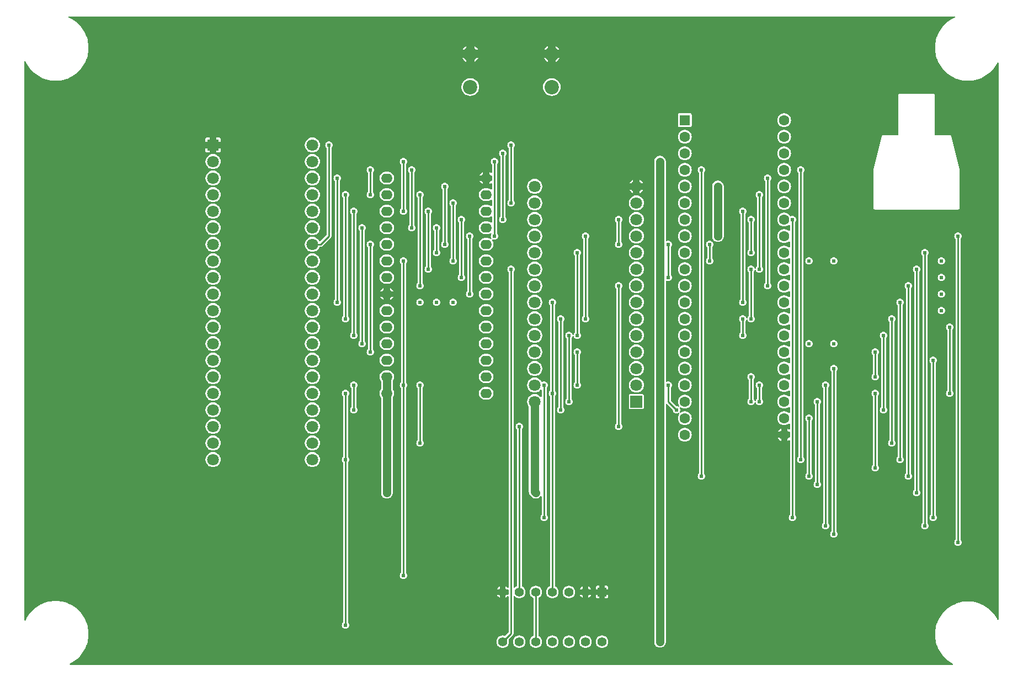
<source format=gbl>
G04 Layer: BottomLayer*
G04 EasyEDA v6.5.20, 2022-11-28 03:27:33*
G04 a67cddfb3fce44daa9051d46cbbcc19f,10*
G04 Gerber Generator version 0.2*
G04 Scale: 100 percent, Rotated: No, Reflected: No *
G04 Dimensions in inches *
G04 leading zeros omitted , absolute positions ,3 integer and 6 decimal *
%FSLAX36Y36*%
%MOIN*%

%AMMACRO1*21,1,$1,$2,0,0,$3*%
%ADD10C,0.0100*%
%ADD11C,0.0500*%
%ADD12C,0.0866*%
%ADD13R,0.0550X0.0550*%
%ADD14C,0.0550*%
%ADD15C,0.0630*%
%ADD16R,0.0630X0.0630*%
%ADD17O,0.068898X0.055118*%
%ADD18C,0.0709*%
%ADD19MACRO1,0.0708X0.0708X90.0000*%
%ADD20R,0.0709X0.0709*%
%ADD21C,0.0240*%
%ADD22C,0.0136*%

%LPD*%
G36*
X287800Y10200D02*
G01*
X286300Y10500D01*
X285000Y11339D01*
X284140Y12600D01*
X283800Y14120D01*
X284060Y15620D01*
X284880Y16940D01*
X286120Y17840D01*
X287560Y18480D01*
X298360Y24300D01*
X308780Y30760D01*
X318780Y37860D01*
X328320Y45560D01*
X337380Y53820D01*
X345900Y62640D01*
X353860Y71960D01*
X361240Y81760D01*
X368000Y91980D01*
X374120Y102620D01*
X379560Y113600D01*
X384320Y124900D01*
X388380Y136480D01*
X391719Y148280D01*
X394320Y160260D01*
X396180Y172380D01*
X397280Y184600D01*
X397640Y196840D01*
X397280Y209100D01*
X396180Y221320D01*
X394320Y233440D01*
X391719Y245420D01*
X388380Y257220D01*
X384320Y268800D01*
X379560Y280100D01*
X374120Y291080D01*
X368000Y301720D01*
X361240Y311940D01*
X353860Y321740D01*
X345900Y331060D01*
X337380Y339880D01*
X328320Y348140D01*
X318780Y355840D01*
X308780Y362939D01*
X298360Y369400D01*
X287560Y375220D01*
X276420Y380340D01*
X264980Y384780D01*
X253299Y388500D01*
X241400Y391500D01*
X229360Y393760D01*
X217180Y395260D01*
X204940Y396019D01*
X192680Y396019D01*
X180440Y395260D01*
X168280Y393760D01*
X156220Y391500D01*
X144340Y388500D01*
X132640Y384780D01*
X121220Y380340D01*
X110079Y375220D01*
X99280Y369400D01*
X88859Y362939D01*
X78860Y355840D01*
X69300Y348140D01*
X60260Y339880D01*
X51720Y331060D01*
X43760Y321740D01*
X36380Y311940D01*
X29620Y301720D01*
X23520Y291080D01*
X18060Y280100D01*
X17020Y278400D01*
X15720Y277540D01*
X14180Y277240D01*
X12660Y277540D01*
X11359Y278420D01*
X10500Y279700D01*
X10200Y281240D01*
X10200Y3652620D01*
X10500Y3654140D01*
X11359Y3655440D01*
X12660Y3656300D01*
X14180Y3656620D01*
X15720Y3656320D01*
X17020Y3655460D01*
X18060Y3653759D01*
X23520Y3642760D01*
X29620Y3632140D01*
X36380Y3621900D01*
X43760Y3612100D01*
X51720Y3602780D01*
X60260Y3593980D01*
X69300Y3585700D01*
X78860Y3578000D01*
X88859Y3570920D01*
X99280Y3564440D01*
X110079Y3558639D01*
X121220Y3553500D01*
X132640Y3549080D01*
X144340Y3545340D01*
X156220Y3542360D01*
X168280Y3540100D01*
X180440Y3538580D01*
X192680Y3537840D01*
X204940Y3537840D01*
X217180Y3538580D01*
X229360Y3540100D01*
X241400Y3542360D01*
X253299Y3545340D01*
X264980Y3549080D01*
X276420Y3553500D01*
X287560Y3558639D01*
X298360Y3564440D01*
X308780Y3570920D01*
X318780Y3578000D01*
X328320Y3585700D01*
X337380Y3593980D01*
X345900Y3602780D01*
X353860Y3612100D01*
X361240Y3621900D01*
X368000Y3632140D01*
X374120Y3642760D01*
X379560Y3653759D01*
X384320Y3665059D01*
X388380Y3676620D01*
X391719Y3688420D01*
X394320Y3700400D01*
X396180Y3712540D01*
X397280Y3724740D01*
X397640Y3736980D01*
X397280Y3749260D01*
X396180Y3761480D01*
X394320Y3773600D01*
X391719Y3785580D01*
X388380Y3797380D01*
X384320Y3808940D01*
X379560Y3820260D01*
X374120Y3831240D01*
X368000Y3841860D01*
X361240Y3852100D01*
X353860Y3861900D01*
X345900Y3871220D01*
X337380Y3880020D01*
X328320Y3888300D01*
X318780Y3896000D01*
X308780Y3903080D01*
X298360Y3909560D01*
X287560Y3915360D01*
X279300Y3919160D01*
X278040Y3920059D01*
X277240Y3921380D01*
X276980Y3922880D01*
X277300Y3924400D01*
X278180Y3925659D01*
X279460Y3926500D01*
X280980Y3926800D01*
X5628460Y3926800D01*
X5629980Y3926500D01*
X5631260Y3925659D01*
X5632140Y3924400D01*
X5632460Y3922880D01*
X5632200Y3921380D01*
X5631380Y3920059D01*
X5630140Y3919160D01*
X5621880Y3915360D01*
X5611079Y3909560D01*
X5600660Y3903080D01*
X5590660Y3896000D01*
X5581100Y3888300D01*
X5572060Y3880020D01*
X5563520Y3871220D01*
X5555560Y3861900D01*
X5548180Y3852100D01*
X5541420Y3841860D01*
X5535320Y3831240D01*
X5529860Y3820260D01*
X5525100Y3808940D01*
X5521040Y3797380D01*
X5517720Y3785580D01*
X5515119Y3773600D01*
X5513260Y3761480D01*
X5512140Y3749260D01*
X5511799Y3737020D01*
X5512140Y3724740D01*
X5513260Y3712540D01*
X5515119Y3700400D01*
X5517720Y3688420D01*
X5521040Y3676620D01*
X5525100Y3665059D01*
X5529860Y3653759D01*
X5535320Y3642760D01*
X5541420Y3632140D01*
X5548180Y3621900D01*
X5555560Y3612100D01*
X5563520Y3602780D01*
X5572060Y3593980D01*
X5581100Y3585700D01*
X5590660Y3578000D01*
X5600660Y3570920D01*
X5611079Y3564440D01*
X5621880Y3558639D01*
X5633020Y3553500D01*
X5644440Y3549080D01*
X5656140Y3545340D01*
X5668020Y3542360D01*
X5680080Y3540100D01*
X5692240Y3538580D01*
X5704480Y3537840D01*
X5716740Y3537840D01*
X5728980Y3538580D01*
X5741160Y3540100D01*
X5753200Y3542360D01*
X5765100Y3545340D01*
X5776780Y3549080D01*
X5788220Y3553500D01*
X5799360Y3558639D01*
X5810160Y3564440D01*
X5820580Y3570920D01*
X5830580Y3578000D01*
X5840119Y3585700D01*
X5849180Y3593980D01*
X5857700Y3602780D01*
X5865660Y3612100D01*
X5873040Y3621900D01*
X5879800Y3632140D01*
X5885920Y3642760D01*
X5887720Y3646380D01*
X5888840Y3647760D01*
X5890440Y3648519D01*
X5892220Y3648500D01*
X5893800Y3647720D01*
X5894900Y3646340D01*
X5895300Y3644600D01*
X5895300Y286100D01*
X5894900Y284360D01*
X5893800Y282980D01*
X5892220Y282200D01*
X5890440Y282180D01*
X5888840Y282940D01*
X5887720Y284320D01*
X5885920Y287940D01*
X5879800Y298560D01*
X5873040Y308800D01*
X5865660Y318600D01*
X5857700Y327920D01*
X5849180Y336719D01*
X5840119Y345000D01*
X5830580Y352700D01*
X5820580Y359780D01*
X5810160Y366260D01*
X5799360Y372060D01*
X5788220Y377200D01*
X5776780Y381640D01*
X5765100Y385360D01*
X5753200Y388340D01*
X5741160Y390600D01*
X5728980Y392120D01*
X5716740Y392860D01*
X5704480Y392860D01*
X5692240Y392120D01*
X5680080Y390600D01*
X5668020Y388340D01*
X5656140Y385360D01*
X5644440Y381640D01*
X5633020Y377200D01*
X5621880Y372060D01*
X5611079Y366260D01*
X5600660Y359780D01*
X5590660Y352700D01*
X5581100Y345000D01*
X5572060Y336719D01*
X5563520Y327920D01*
X5555560Y318600D01*
X5548180Y308800D01*
X5541420Y298560D01*
X5535320Y287940D01*
X5529860Y276960D01*
X5525100Y265640D01*
X5521040Y254080D01*
X5517720Y242280D01*
X5515119Y230300D01*
X5513260Y218180D01*
X5512140Y205960D01*
X5511799Y193720D01*
X5512140Y181439D01*
X5513260Y169240D01*
X5515119Y157100D01*
X5517720Y145120D01*
X5521040Y133320D01*
X5525100Y121760D01*
X5529860Y110460D01*
X5535320Y99460D01*
X5541420Y88840D01*
X5548180Y78600D01*
X5555560Y68800D01*
X5563520Y59480D01*
X5572060Y50679D01*
X5581100Y42400D01*
X5590660Y34700D01*
X5600660Y27620D01*
X5611079Y21140D01*
X5617440Y17720D01*
X5618780Y16580D01*
X5619480Y14980D01*
X5619440Y13220D01*
X5618640Y11660D01*
X5617260Y10580D01*
X5615560Y10200D01*
G37*

%LPC*%
G36*
X3220260Y3724160D02*
G01*
X3243820Y3724160D01*
X3240800Y3729400D01*
X3237080Y3734380D01*
X3232820Y3738920D01*
X3228039Y3742919D01*
X3222860Y3746340D01*
X3220260Y3747640D01*
G37*
G36*
X2997420Y112400D02*
G01*
X3002580Y112400D01*
X3007660Y113100D01*
X3012620Y114480D01*
X3017340Y116540D01*
X3021740Y119200D01*
X3025720Y122460D01*
X3029240Y126220D01*
X3032200Y130420D01*
X3034580Y134980D01*
X3036300Y139840D01*
X3037340Y144860D01*
X3037700Y150000D01*
X3037340Y155140D01*
X3036300Y160159D01*
X3034580Y165020D01*
X3032200Y169579D01*
X3029240Y173780D01*
X3025720Y177540D01*
X3021740Y180799D01*
X3017340Y183460D01*
X3012620Y185520D01*
X3007660Y186900D01*
X3002580Y187600D01*
X2997420Y187600D01*
X2992340Y186900D01*
X2987380Y185520D01*
X2982660Y183460D01*
X2978260Y180799D01*
X2974280Y177540D01*
X2970760Y173780D01*
X2967799Y169579D01*
X2965419Y165020D01*
X2963700Y160159D01*
X2962660Y155140D01*
X2962300Y150000D01*
X2962660Y144860D01*
X2963700Y139840D01*
X2965419Y134980D01*
X2967799Y130420D01*
X2970760Y126220D01*
X2974280Y122460D01*
X2978260Y119200D01*
X2982660Y116540D01*
X2987380Y114480D01*
X2992340Y113100D01*
G37*
G36*
X3297420Y112400D02*
G01*
X3302580Y112400D01*
X3307660Y113100D01*
X3312620Y114480D01*
X3317340Y116540D01*
X3321740Y119200D01*
X3325720Y122460D01*
X3329240Y126220D01*
X3332200Y130420D01*
X3334580Y134980D01*
X3336300Y139840D01*
X3337340Y144860D01*
X3337700Y150000D01*
X3337340Y155140D01*
X3336300Y160159D01*
X3334580Y165020D01*
X3332200Y169579D01*
X3329240Y173780D01*
X3325720Y177540D01*
X3321740Y180799D01*
X3317340Y183460D01*
X3312620Y185520D01*
X3307660Y186900D01*
X3302580Y187600D01*
X3297420Y187600D01*
X3292340Y186900D01*
X3287380Y185520D01*
X3282660Y183460D01*
X3278260Y180799D01*
X3274280Y177540D01*
X3270760Y173780D01*
X3267799Y169579D01*
X3265419Y165020D01*
X3263700Y160159D01*
X3262660Y155140D01*
X3262300Y150000D01*
X3262660Y144860D01*
X3263700Y139840D01*
X3265419Y134980D01*
X3267799Y130420D01*
X3270760Y126220D01*
X3274280Y122460D01*
X3278260Y119200D01*
X3282660Y116540D01*
X3287380Y114480D01*
X3292340Y113100D01*
G37*
G36*
X3197420Y112400D02*
G01*
X3202580Y112400D01*
X3207660Y113100D01*
X3212620Y114480D01*
X3217340Y116540D01*
X3221740Y119200D01*
X3225720Y122460D01*
X3229240Y126220D01*
X3232200Y130420D01*
X3234580Y134980D01*
X3236300Y139840D01*
X3237340Y144860D01*
X3237700Y150000D01*
X3237340Y155140D01*
X3236300Y160159D01*
X3234580Y165020D01*
X3232200Y169579D01*
X3229240Y173780D01*
X3225720Y177540D01*
X3221740Y180799D01*
X3217340Y183460D01*
X3212620Y185520D01*
X3207660Y186900D01*
X3202580Y187600D01*
X3197420Y187600D01*
X3192340Y186900D01*
X3187380Y185520D01*
X3182660Y183460D01*
X3178260Y180799D01*
X3174280Y177540D01*
X3170760Y173780D01*
X3167799Y169579D01*
X3165419Y165020D01*
X3163700Y160159D01*
X3162660Y155140D01*
X3162300Y150000D01*
X3162660Y144860D01*
X3163700Y139840D01*
X3165419Y134980D01*
X3167799Y130420D01*
X3170760Y126220D01*
X3174280Y122460D01*
X3178260Y119200D01*
X3182660Y116540D01*
X3187380Y114480D01*
X3192340Y113100D01*
G37*
G36*
X3497420Y112400D02*
G01*
X3502580Y112400D01*
X3507660Y113100D01*
X3512620Y114480D01*
X3517340Y116540D01*
X3521740Y119200D01*
X3525720Y122460D01*
X3529240Y126220D01*
X3532200Y130420D01*
X3534580Y134980D01*
X3536300Y139840D01*
X3537340Y144860D01*
X3537700Y150000D01*
X3537340Y155140D01*
X3536300Y160159D01*
X3534580Y165020D01*
X3532200Y169579D01*
X3529240Y173780D01*
X3525720Y177540D01*
X3521740Y180799D01*
X3517340Y183460D01*
X3512620Y185520D01*
X3507660Y186900D01*
X3502580Y187600D01*
X3497420Y187600D01*
X3492340Y186900D01*
X3487380Y185520D01*
X3482660Y183460D01*
X3478260Y180799D01*
X3474280Y177540D01*
X3470760Y173780D01*
X3467799Y169579D01*
X3465419Y165020D01*
X3463700Y160159D01*
X3462660Y155140D01*
X3462300Y150000D01*
X3462660Y144860D01*
X3463700Y139840D01*
X3465419Y134980D01*
X3467799Y130420D01*
X3470760Y126220D01*
X3474280Y122460D01*
X3478260Y119200D01*
X3482660Y116540D01*
X3487380Y114480D01*
X3492340Y113100D01*
G37*
G36*
X3097420Y112400D02*
G01*
X3102580Y112400D01*
X3107660Y113100D01*
X3112620Y114480D01*
X3117340Y116540D01*
X3121740Y119200D01*
X3125720Y122460D01*
X3129240Y126220D01*
X3132200Y130420D01*
X3134580Y134980D01*
X3136300Y139840D01*
X3137340Y144860D01*
X3137700Y150000D01*
X3137340Y155140D01*
X3136300Y160159D01*
X3134580Y165020D01*
X3132200Y169579D01*
X3129240Y173780D01*
X3125720Y177540D01*
X3121740Y180799D01*
X3117120Y183600D01*
X3116100Y184500D01*
X3115440Y185680D01*
X3115200Y187020D01*
X3115200Y412980D01*
X3115440Y414320D01*
X3116100Y415500D01*
X3117120Y416400D01*
X3121740Y419200D01*
X3125720Y422460D01*
X3129240Y426220D01*
X3132200Y430420D01*
X3134580Y434980D01*
X3136300Y439840D01*
X3137340Y444860D01*
X3137700Y450000D01*
X3137340Y455140D01*
X3136300Y460160D01*
X3134580Y465020D01*
X3132200Y469580D01*
X3129240Y473780D01*
X3125720Y477540D01*
X3121740Y480800D01*
X3117340Y483459D01*
X3112620Y485520D01*
X3107660Y486900D01*
X3102580Y487600D01*
X3097420Y487600D01*
X3092340Y486900D01*
X3087380Y485520D01*
X3082660Y483459D01*
X3078260Y480800D01*
X3074280Y477540D01*
X3070760Y473780D01*
X3067799Y469580D01*
X3065419Y465020D01*
X3063700Y460160D01*
X3062660Y455140D01*
X3062300Y450000D01*
X3062660Y444860D01*
X3063700Y439840D01*
X3065419Y434980D01*
X3067799Y430420D01*
X3070760Y426220D01*
X3074280Y422460D01*
X3078260Y419200D01*
X3082880Y416400D01*
X3083900Y415500D01*
X3084560Y414320D01*
X3084800Y412980D01*
X3084800Y187020D01*
X3084560Y185680D01*
X3083900Y184500D01*
X3082880Y183600D01*
X3078260Y180799D01*
X3074280Y177540D01*
X3070760Y173780D01*
X3067799Y169579D01*
X3065419Y165020D01*
X3063700Y160159D01*
X3062660Y155140D01*
X3062300Y150000D01*
X3062660Y144860D01*
X3063700Y139840D01*
X3065419Y134980D01*
X3067799Y130420D01*
X3070760Y126220D01*
X3074280Y122460D01*
X3078260Y119200D01*
X3082660Y116540D01*
X3087380Y114480D01*
X3092340Y113100D01*
G37*
G36*
X2897420Y112400D02*
G01*
X2902580Y112400D01*
X2907660Y113100D01*
X2912620Y114480D01*
X2917340Y116540D01*
X2921740Y119200D01*
X2925720Y122460D01*
X2929240Y126220D01*
X2932200Y130420D01*
X2934580Y134980D01*
X2936300Y139840D01*
X2937340Y144860D01*
X2937700Y150000D01*
X2937340Y155140D01*
X2936300Y160159D01*
X2935920Y161200D01*
X2935700Y162680D01*
X2936019Y164140D01*
X2936860Y165380D01*
X2960600Y189120D01*
X2962620Y191560D01*
X2964020Y194200D01*
X2964880Y197040D01*
X2965200Y200200D01*
X2965200Y422020D01*
X2965520Y423579D01*
X2966400Y424880D01*
X2967740Y425740D01*
X2969300Y426019D01*
X2970840Y425680D01*
X2972120Y424760D01*
X2974280Y422460D01*
X2978260Y419200D01*
X2982660Y416540D01*
X2987380Y414480D01*
X2992340Y413100D01*
X2997420Y412400D01*
X3002580Y412400D01*
X3007660Y413100D01*
X3012620Y414480D01*
X3017340Y416540D01*
X3021740Y419200D01*
X3025720Y422460D01*
X3029240Y426220D01*
X3032200Y430420D01*
X3034580Y434980D01*
X3036300Y439840D01*
X3037340Y444860D01*
X3037700Y450000D01*
X3037340Y455140D01*
X3036300Y460160D01*
X3034580Y465020D01*
X3032200Y469580D01*
X3029240Y473780D01*
X3025720Y477540D01*
X3021740Y480800D01*
X3017120Y483600D01*
X3016100Y484500D01*
X3015440Y485680D01*
X3015200Y487020D01*
X3015200Y1432280D01*
X3015500Y1433820D01*
X3016380Y1435120D01*
X3017000Y1435740D01*
X3019220Y1438899D01*
X3020840Y1442420D01*
X3021840Y1446140D01*
X3022180Y1450000D01*
X3021840Y1453860D01*
X3020840Y1457580D01*
X3019220Y1461100D01*
X3017000Y1464259D01*
X3014260Y1467000D01*
X3011100Y1469220D01*
X3007580Y1470840D01*
X3003860Y1471840D01*
X3000000Y1472180D01*
X2996139Y1471840D01*
X2992420Y1470840D01*
X2988900Y1469220D01*
X2985740Y1467000D01*
X2983000Y1464259D01*
X2980779Y1461100D01*
X2979160Y1457580D01*
X2978159Y1453860D01*
X2977820Y1450000D01*
X2978159Y1446140D01*
X2979160Y1442420D01*
X2980779Y1438899D01*
X2983000Y1435740D01*
X2983620Y1435120D01*
X2984500Y1433820D01*
X2984800Y1432280D01*
X2984800Y487020D01*
X2984560Y485680D01*
X2983900Y484500D01*
X2982880Y483600D01*
X2978260Y480800D01*
X2974280Y477540D01*
X2972120Y475240D01*
X2970840Y474320D01*
X2969300Y473980D01*
X2967740Y474260D01*
X2966400Y475120D01*
X2965520Y476420D01*
X2965200Y477980D01*
X2965200Y2382280D01*
X2965500Y2383820D01*
X2966380Y2385120D01*
X2967000Y2385740D01*
X2969220Y2388900D01*
X2970840Y2392420D01*
X2971840Y2396140D01*
X2972180Y2400000D01*
X2971840Y2403860D01*
X2970840Y2407580D01*
X2969220Y2411100D01*
X2967000Y2414260D01*
X2964260Y2417000D01*
X2961100Y2419220D01*
X2957580Y2420840D01*
X2953860Y2421840D01*
X2950000Y2422180D01*
X2946139Y2421840D01*
X2942420Y2420840D01*
X2938900Y2419220D01*
X2935740Y2417000D01*
X2933000Y2414260D01*
X2930779Y2411100D01*
X2929160Y2407580D01*
X2928159Y2403860D01*
X2927820Y2400000D01*
X2928159Y2396140D01*
X2929160Y2392420D01*
X2930779Y2388900D01*
X2933000Y2385740D01*
X2933620Y2385120D01*
X2934500Y2383820D01*
X2934800Y2382280D01*
X2934800Y477980D01*
X2934480Y476420D01*
X2933600Y475120D01*
X2932260Y474260D01*
X2930700Y473980D01*
X2929160Y474320D01*
X2927880Y475240D01*
X2925720Y477540D01*
X2921740Y480800D01*
X2917340Y483459D01*
X2916259Y483940D01*
X2916259Y466240D01*
X2930800Y466240D01*
X2932340Y465940D01*
X2933620Y465080D01*
X2934500Y463780D01*
X2934800Y462239D01*
X2934800Y437740D01*
X2934500Y436220D01*
X2933620Y434920D01*
X2932340Y434060D01*
X2930800Y433740D01*
X2916259Y433740D01*
X2916259Y416060D01*
X2917340Y416540D01*
X2921740Y419200D01*
X2925720Y422460D01*
X2927880Y424760D01*
X2929160Y425680D01*
X2930700Y426019D01*
X2932260Y425740D01*
X2933600Y424880D01*
X2934480Y423579D01*
X2934800Y422020D01*
X2934800Y207960D01*
X2934500Y206420D01*
X2933620Y205120D01*
X2915360Y186860D01*
X2914220Y186060D01*
X2912860Y185700D01*
X2911460Y185840D01*
X2907660Y186900D01*
X2902580Y187600D01*
X2897420Y187600D01*
X2892340Y186900D01*
X2887380Y185520D01*
X2882660Y183460D01*
X2878260Y180799D01*
X2874280Y177540D01*
X2870760Y173780D01*
X2867799Y169579D01*
X2865419Y165020D01*
X2863700Y160159D01*
X2862660Y155140D01*
X2862300Y150000D01*
X2862660Y144860D01*
X2863700Y139840D01*
X2865419Y134980D01*
X2867799Y130420D01*
X2870760Y126220D01*
X2874280Y122460D01*
X2878260Y119200D01*
X2882660Y116540D01*
X2887380Y114480D01*
X2892340Y113100D01*
G37*
G36*
X3850000Y114820D02*
G01*
X3855000Y115160D01*
X3859920Y116240D01*
X3864620Y118000D01*
X3869020Y120399D01*
X3873039Y123400D01*
X3876600Y126960D01*
X3879600Y130980D01*
X3882000Y135380D01*
X3883759Y140080D01*
X3884840Y145000D01*
X3885200Y150140D01*
X3885200Y1583640D01*
X3885500Y1585180D01*
X3886380Y1586480D01*
X3887660Y1587340D01*
X3889200Y1587640D01*
X3890740Y1587340D01*
X3892020Y1586480D01*
X3926720Y1551780D01*
X3927520Y1550640D01*
X3927880Y1549300D01*
X3928159Y1546140D01*
X3929160Y1542420D01*
X3930779Y1538899D01*
X3933000Y1535740D01*
X3935740Y1533000D01*
X3938900Y1530780D01*
X3942420Y1529160D01*
X3946139Y1528160D01*
X3950000Y1527820D01*
X3953860Y1528160D01*
X3957580Y1529160D01*
X3962820Y1531620D01*
X3964380Y1531639D01*
X3965840Y1531060D01*
X3966980Y1529960D01*
X3967580Y1528520D01*
X3967600Y1526940D01*
X3967000Y1525480D01*
X3963900Y1520840D01*
X3961480Y1515960D01*
X3959720Y1510800D01*
X3958660Y1505440D01*
X3958300Y1500000D01*
X3958660Y1494560D01*
X3959720Y1489199D01*
X3961480Y1484040D01*
X3963900Y1479160D01*
X3966920Y1474620D01*
X3970520Y1470520D01*
X3974620Y1466920D01*
X3979160Y1463899D01*
X3984040Y1461480D01*
X3989200Y1459720D01*
X3994560Y1458660D01*
X4000000Y1458300D01*
X4005440Y1458660D01*
X4010800Y1459720D01*
X4015960Y1461480D01*
X4020840Y1463899D01*
X4025380Y1466920D01*
X4029480Y1470520D01*
X4033080Y1474620D01*
X4036100Y1479160D01*
X4038519Y1484040D01*
X4040280Y1489199D01*
X4041340Y1494560D01*
X4041700Y1500000D01*
X4041340Y1505440D01*
X4040280Y1510800D01*
X4038519Y1515960D01*
X4036100Y1520840D01*
X4033080Y1525380D01*
X4029480Y1529480D01*
X4025380Y1533080D01*
X4020840Y1536100D01*
X4015960Y1538520D01*
X4010800Y1540280D01*
X4005440Y1541339D01*
X4000000Y1541699D01*
X3994560Y1541339D01*
X3989200Y1540280D01*
X3984040Y1538520D01*
X3979160Y1536100D01*
X3974520Y1533000D01*
X3973060Y1532400D01*
X3971480Y1532420D01*
X3970040Y1533020D01*
X3968940Y1534160D01*
X3968360Y1535620D01*
X3968380Y1537180D01*
X3970840Y1542420D01*
X3971840Y1546140D01*
X3972180Y1550000D01*
X3971840Y1553860D01*
X3970840Y1557580D01*
X3968380Y1562820D01*
X3968360Y1564379D01*
X3968940Y1565840D01*
X3970040Y1566980D01*
X3971480Y1567580D01*
X3973060Y1567600D01*
X3974520Y1567000D01*
X3979160Y1563899D01*
X3984040Y1561480D01*
X3989200Y1559720D01*
X3994560Y1558660D01*
X4000000Y1558300D01*
X4005440Y1558660D01*
X4010800Y1559720D01*
X4015960Y1561480D01*
X4020840Y1563899D01*
X4025380Y1566920D01*
X4029480Y1570520D01*
X4033080Y1574620D01*
X4036100Y1579160D01*
X4038519Y1584040D01*
X4040280Y1589199D01*
X4041340Y1594560D01*
X4041700Y1600000D01*
X4041340Y1605440D01*
X4040280Y1610800D01*
X4038519Y1615960D01*
X4036100Y1620840D01*
X4033080Y1625380D01*
X4029480Y1629480D01*
X4025380Y1633080D01*
X4020840Y1636100D01*
X4015960Y1638520D01*
X4010800Y1640280D01*
X4005440Y1641339D01*
X4000000Y1641699D01*
X3994560Y1641339D01*
X3989200Y1640280D01*
X3984040Y1638520D01*
X3979160Y1636100D01*
X3974620Y1633080D01*
X3970520Y1629480D01*
X3966920Y1625380D01*
X3963900Y1620840D01*
X3961480Y1615960D01*
X3959720Y1610800D01*
X3958660Y1605440D01*
X3958300Y1600000D01*
X3958660Y1594560D01*
X3959720Y1589199D01*
X3961480Y1584040D01*
X3963900Y1579160D01*
X3967000Y1574520D01*
X3967600Y1573060D01*
X3967580Y1571480D01*
X3966980Y1570040D01*
X3965840Y1568940D01*
X3964380Y1568360D01*
X3962820Y1568380D01*
X3957580Y1570840D01*
X3953860Y1571840D01*
X3950700Y1572120D01*
X3949360Y1572480D01*
X3948220Y1573280D01*
X3916380Y1605120D01*
X3915500Y1606420D01*
X3915200Y1607960D01*
X3915200Y1682280D01*
X3915500Y1683820D01*
X3916380Y1685120D01*
X3917000Y1685740D01*
X3919220Y1688899D01*
X3920840Y1692420D01*
X3921840Y1696140D01*
X3922180Y1700000D01*
X3921840Y1703860D01*
X3920840Y1707580D01*
X3919220Y1711100D01*
X3917000Y1714259D01*
X3914260Y1717000D01*
X3911100Y1719220D01*
X3907580Y1720840D01*
X3903860Y1721840D01*
X3900000Y1722180D01*
X3896139Y1721840D01*
X3892420Y1720840D01*
X3890899Y1720140D01*
X3889340Y1719760D01*
X3887760Y1720020D01*
X3886420Y1720880D01*
X3885520Y1722200D01*
X3885200Y1723760D01*
X3885200Y2326240D01*
X3885520Y2327800D01*
X3886420Y2329120D01*
X3887760Y2329980D01*
X3889340Y2330240D01*
X3890899Y2329860D01*
X3892420Y2329160D01*
X3896139Y2328160D01*
X3900000Y2327820D01*
X3903860Y2328160D01*
X3907580Y2329160D01*
X3911100Y2330780D01*
X3914260Y2333000D01*
X3917000Y2335740D01*
X3919220Y2338900D01*
X3920840Y2342420D01*
X3921840Y2346140D01*
X3922180Y2350000D01*
X3921840Y2353860D01*
X3920840Y2357580D01*
X3919220Y2361100D01*
X3917000Y2364260D01*
X3916380Y2364880D01*
X3915500Y2366180D01*
X3915200Y2367720D01*
X3915200Y2532280D01*
X3915500Y2533820D01*
X3916380Y2535120D01*
X3917000Y2535740D01*
X3919220Y2538900D01*
X3920840Y2542420D01*
X3921840Y2546140D01*
X3922180Y2550000D01*
X3921840Y2553860D01*
X3920840Y2557580D01*
X3919220Y2561100D01*
X3917000Y2564260D01*
X3914260Y2567000D01*
X3911100Y2569220D01*
X3907580Y2570840D01*
X3903860Y2571840D01*
X3900000Y2572180D01*
X3896139Y2571840D01*
X3892420Y2570840D01*
X3890899Y2570140D01*
X3889340Y2569760D01*
X3887760Y2570020D01*
X3886420Y2570880D01*
X3885520Y2572200D01*
X3885200Y2573759D01*
X3885200Y3049860D01*
X3884840Y3055000D01*
X3883759Y3059920D01*
X3882000Y3064620D01*
X3879600Y3069020D01*
X3876600Y3073039D01*
X3873039Y3076600D01*
X3869020Y3079600D01*
X3864620Y3082000D01*
X3859920Y3083759D01*
X3855000Y3084840D01*
X3850000Y3085179D01*
X3845000Y3084840D01*
X3840080Y3083759D01*
X3835380Y3082000D01*
X3830980Y3079600D01*
X3826960Y3076600D01*
X3823399Y3073039D01*
X3820400Y3069020D01*
X3818000Y3064620D01*
X3816240Y3059920D01*
X3815160Y3055000D01*
X3814800Y3049860D01*
X3814800Y150140D01*
X3815160Y145000D01*
X3816240Y140080D01*
X3818000Y135380D01*
X3820400Y130980D01*
X3823399Y126960D01*
X3826960Y123400D01*
X3830980Y120399D01*
X3835380Y118000D01*
X3840080Y116240D01*
X3845000Y115160D01*
G37*
G36*
X2728060Y3724160D02*
G01*
X2751620Y3724160D01*
X2748600Y3729400D01*
X2744880Y3734380D01*
X2740620Y3738920D01*
X2735840Y3742919D01*
X2730659Y3746340D01*
X2728060Y3747640D01*
G37*
G36*
X1950000Y227820D02*
G01*
X1953860Y228160D01*
X1957580Y229160D01*
X1961100Y230780D01*
X1964259Y233000D01*
X1967000Y235740D01*
X1969220Y238900D01*
X1970840Y242420D01*
X1971840Y246140D01*
X1972180Y250000D01*
X1971840Y253860D01*
X1970840Y257580D01*
X1969220Y261100D01*
X1967000Y264260D01*
X1966380Y264880D01*
X1965500Y266180D01*
X1965200Y267720D01*
X1965200Y1232280D01*
X1965500Y1233820D01*
X1966380Y1235120D01*
X1967000Y1235740D01*
X1969220Y1238900D01*
X1970840Y1242420D01*
X1971840Y1246140D01*
X1972180Y1250000D01*
X1971840Y1253860D01*
X1970840Y1257580D01*
X1969220Y1261100D01*
X1967000Y1264260D01*
X1966380Y1264880D01*
X1965500Y1266180D01*
X1965200Y1267720D01*
X1965200Y1632280D01*
X1965500Y1633820D01*
X1966380Y1635120D01*
X1967000Y1635740D01*
X1969220Y1638899D01*
X1970840Y1642420D01*
X1971840Y1646140D01*
X1972180Y1650000D01*
X1971840Y1653860D01*
X1970840Y1657580D01*
X1969220Y1661100D01*
X1967000Y1664259D01*
X1964259Y1667000D01*
X1961100Y1669220D01*
X1957580Y1670840D01*
X1953860Y1671840D01*
X1950000Y1672180D01*
X1946140Y1671840D01*
X1942420Y1670840D01*
X1938899Y1669220D01*
X1935740Y1667000D01*
X1933000Y1664259D01*
X1930780Y1661100D01*
X1929160Y1657580D01*
X1928160Y1653860D01*
X1927820Y1650000D01*
X1928160Y1646140D01*
X1929160Y1642420D01*
X1930780Y1638899D01*
X1933000Y1635740D01*
X1933620Y1635120D01*
X1934500Y1633820D01*
X1934800Y1632280D01*
X1934800Y1267720D01*
X1934500Y1266180D01*
X1933620Y1264880D01*
X1933000Y1264260D01*
X1930780Y1261100D01*
X1929160Y1257580D01*
X1928160Y1253860D01*
X1927820Y1250000D01*
X1928160Y1246140D01*
X1929160Y1242420D01*
X1930780Y1238900D01*
X1933000Y1235740D01*
X1933620Y1235120D01*
X1934500Y1233820D01*
X1934800Y1232280D01*
X1934800Y267720D01*
X1934500Y266180D01*
X1933620Y264880D01*
X1933000Y264260D01*
X1930780Y261100D01*
X1929160Y257580D01*
X1928160Y253860D01*
X1927820Y250000D01*
X1928160Y246140D01*
X1929160Y242420D01*
X1930780Y238900D01*
X1933000Y235740D01*
X1935740Y233000D01*
X1938899Y230780D01*
X1942420Y229160D01*
X1946140Y228160D01*
G37*
G36*
X2656180Y3724160D02*
G01*
X2679740Y3724160D01*
X2679740Y3747640D01*
X2677140Y3746340D01*
X2671960Y3742919D01*
X2667180Y3738920D01*
X2662919Y3734380D01*
X2659200Y3729400D01*
G37*
G36*
X3148380Y3724160D02*
G01*
X3171940Y3724160D01*
X3171940Y3747640D01*
X3169340Y3746340D01*
X3164160Y3742919D01*
X3159380Y3738920D01*
X3155120Y3734380D01*
X3151400Y3729400D01*
G37*
G36*
X3472720Y412299D02*
G01*
X3483759Y412299D01*
X3483759Y433740D01*
X3462300Y433740D01*
X3462300Y422720D01*
X3462580Y420240D01*
X3463340Y418080D01*
X3464540Y416160D01*
X3466160Y414540D01*
X3468080Y413340D01*
X3470240Y412580D01*
G37*
G36*
X3516259Y412299D02*
G01*
X3527280Y412299D01*
X3529760Y412580D01*
X3531920Y413340D01*
X3533840Y414540D01*
X3535460Y416160D01*
X3536660Y418080D01*
X3537420Y420240D01*
X3537700Y422720D01*
X3537700Y433740D01*
X3516259Y433740D01*
G37*
G36*
X3297420Y412400D02*
G01*
X3302580Y412400D01*
X3307660Y413100D01*
X3312620Y414480D01*
X3317340Y416540D01*
X3321740Y419200D01*
X3325720Y422460D01*
X3329240Y426220D01*
X3332200Y430420D01*
X3334580Y434980D01*
X3336300Y439840D01*
X3337340Y444860D01*
X3337700Y450000D01*
X3337340Y455140D01*
X3336300Y460160D01*
X3334580Y465020D01*
X3332200Y469580D01*
X3329240Y473780D01*
X3325720Y477540D01*
X3321740Y480800D01*
X3317340Y483459D01*
X3312620Y485520D01*
X3307660Y486900D01*
X3302580Y487600D01*
X3297420Y487600D01*
X3292340Y486900D01*
X3287380Y485520D01*
X3282660Y483459D01*
X3278260Y480800D01*
X3274280Y477540D01*
X3270760Y473780D01*
X3267799Y469580D01*
X3265419Y465020D01*
X3263700Y460160D01*
X3262660Y455140D01*
X3262300Y450000D01*
X3262660Y444860D01*
X3263700Y439840D01*
X3265419Y434980D01*
X3267799Y430420D01*
X3270760Y426220D01*
X3274280Y422460D01*
X3278260Y419200D01*
X3282660Y416540D01*
X3287380Y414480D01*
X3292340Y413100D01*
G37*
G36*
X3197420Y412400D02*
G01*
X3202580Y412400D01*
X3207660Y413100D01*
X3212620Y414480D01*
X3217340Y416540D01*
X3221740Y419200D01*
X3225720Y422460D01*
X3229240Y426220D01*
X3232200Y430420D01*
X3234580Y434980D01*
X3236300Y439840D01*
X3237340Y444860D01*
X3237700Y450000D01*
X3237340Y455140D01*
X3236300Y460160D01*
X3234580Y465020D01*
X3232200Y469580D01*
X3229240Y473780D01*
X3225720Y477540D01*
X3221740Y480800D01*
X3217120Y483600D01*
X3216100Y484500D01*
X3215440Y485680D01*
X3215200Y487020D01*
X3215200Y1632280D01*
X3215500Y1633800D01*
X3216380Y1635100D01*
X3217000Y1635720D01*
X3219220Y1638899D01*
X3220840Y1642400D01*
X3221840Y1646140D01*
X3222180Y1649980D01*
X3221840Y1653839D01*
X3220840Y1657580D01*
X3219220Y1661080D01*
X3217000Y1664259D01*
X3216380Y1664880D01*
X3215500Y1666180D01*
X3215200Y1667700D01*
X3215200Y2182280D01*
X3215500Y2183820D01*
X3216380Y2185120D01*
X3217000Y2185740D01*
X3219220Y2188900D01*
X3220840Y2192420D01*
X3221840Y2196140D01*
X3222180Y2200000D01*
X3221840Y2203860D01*
X3220840Y2207580D01*
X3219220Y2211100D01*
X3217000Y2214260D01*
X3214260Y2217000D01*
X3211100Y2219220D01*
X3207580Y2220840D01*
X3203860Y2221840D01*
X3200000Y2222180D01*
X3196139Y2221840D01*
X3192420Y2220840D01*
X3188900Y2219220D01*
X3185740Y2217000D01*
X3183000Y2214260D01*
X3180779Y2211100D01*
X3179160Y2207580D01*
X3178159Y2203860D01*
X3177820Y2200000D01*
X3178159Y2196140D01*
X3179160Y2192420D01*
X3180779Y2188900D01*
X3183000Y2185740D01*
X3183620Y2185120D01*
X3184500Y2183820D01*
X3184800Y2182280D01*
X3184800Y1667700D01*
X3184500Y1666180D01*
X3183620Y1664880D01*
X3183000Y1664259D01*
X3180779Y1661080D01*
X3179160Y1657580D01*
X3178159Y1653839D01*
X3177820Y1649980D01*
X3178159Y1646140D01*
X3179160Y1642400D01*
X3180779Y1638899D01*
X3183000Y1635720D01*
X3183620Y1635100D01*
X3184500Y1633800D01*
X3184800Y1632280D01*
X3184800Y487020D01*
X3184560Y485680D01*
X3183900Y484500D01*
X3182880Y483600D01*
X3178260Y480800D01*
X3174280Y477540D01*
X3170760Y473780D01*
X3167799Y469580D01*
X3165419Y465020D01*
X3163700Y460160D01*
X3162660Y455140D01*
X3162300Y450000D01*
X3162660Y444860D01*
X3163700Y439840D01*
X3165419Y434980D01*
X3167799Y430420D01*
X3170760Y426220D01*
X3174280Y422460D01*
X3178260Y419200D01*
X3182660Y416540D01*
X3187380Y414480D01*
X3192340Y413100D01*
G37*
G36*
X2679740Y3652360D02*
G01*
X2679740Y3675840D01*
X2656180Y3675840D01*
X2659200Y3670600D01*
X2662919Y3665620D01*
X2667180Y3661080D01*
X2671960Y3657080D01*
X2677140Y3653660D01*
G37*
G36*
X3383759Y416060D02*
G01*
X3383759Y433740D01*
X3366060Y433740D01*
X3367799Y430420D01*
X3370760Y426220D01*
X3374280Y422460D01*
X3378260Y419200D01*
X3382660Y416540D01*
G37*
G36*
X3416259Y416060D02*
G01*
X3417340Y416540D01*
X3421740Y419200D01*
X3425720Y422460D01*
X3429240Y426220D01*
X3432200Y430420D01*
X3433940Y433740D01*
X3416259Y433740D01*
G37*
G36*
X2883759Y416060D02*
G01*
X2883759Y433740D01*
X2866060Y433740D01*
X2867799Y430420D01*
X2870760Y426220D01*
X2874280Y422460D01*
X2878260Y419200D01*
X2882660Y416540D01*
G37*
G36*
X3171940Y3652360D02*
G01*
X3171940Y3675840D01*
X3148380Y3675840D01*
X3151400Y3670600D01*
X3155120Y3665620D01*
X3159380Y3661080D01*
X3164160Y3657080D01*
X3169340Y3653660D01*
G37*
G36*
X3366060Y466240D02*
G01*
X3383759Y466240D01*
X3383759Y483940D01*
X3382660Y483459D01*
X3378260Y480800D01*
X3374280Y477540D01*
X3370760Y473780D01*
X3367799Y469580D01*
G37*
G36*
X3416259Y466240D02*
G01*
X3433940Y466240D01*
X3432200Y469580D01*
X3429240Y473780D01*
X3425720Y477540D01*
X3421740Y480800D01*
X3417340Y483459D01*
X3416259Y483940D01*
G37*
G36*
X2866060Y466240D02*
G01*
X2883759Y466240D01*
X2883759Y483940D01*
X2882660Y483459D01*
X2878260Y480800D01*
X2874280Y477540D01*
X2870760Y473780D01*
X2867799Y469580D01*
G37*
G36*
X3462300Y466240D02*
G01*
X3483759Y466240D01*
X3483759Y487700D01*
X3472720Y487700D01*
X3470240Y487420D01*
X3468080Y486659D01*
X3466160Y485460D01*
X3464540Y483840D01*
X3463340Y481920D01*
X3462580Y479760D01*
X3462300Y477280D01*
G37*
G36*
X3516259Y466240D02*
G01*
X3537700Y466240D01*
X3537700Y477280D01*
X3537420Y479760D01*
X3536660Y481920D01*
X3535460Y483840D01*
X3533840Y485460D01*
X3531920Y486659D01*
X3529760Y487420D01*
X3527280Y487700D01*
X3516259Y487700D01*
G37*
G36*
X2728060Y3652360D02*
G01*
X2730659Y3653660D01*
X2735840Y3657080D01*
X2740620Y3661080D01*
X2744880Y3665620D01*
X2748600Y3670600D01*
X2751620Y3675840D01*
X2728060Y3675840D01*
G37*
G36*
X3220260Y3652360D02*
G01*
X3222860Y3653660D01*
X3228039Y3657080D01*
X3232820Y3661080D01*
X3237080Y3665620D01*
X3240800Y3670600D01*
X3243820Y3675840D01*
X3220260Y3675840D01*
G37*
G36*
X2300000Y527820D02*
G01*
X2303860Y528160D01*
X2307580Y529160D01*
X2311100Y530780D01*
X2314260Y533000D01*
X2317000Y535740D01*
X2319220Y538900D01*
X2320840Y542420D01*
X2321840Y546140D01*
X2322180Y550000D01*
X2321840Y553860D01*
X2320840Y557580D01*
X2319220Y561100D01*
X2317000Y564260D01*
X2316380Y564880D01*
X2315500Y566180D01*
X2315200Y567720D01*
X2315200Y1682280D01*
X2315500Y1683820D01*
X2316380Y1685120D01*
X2317000Y1685740D01*
X2319220Y1688899D01*
X2320840Y1692420D01*
X2321840Y1696140D01*
X2322180Y1700000D01*
X2321840Y1703860D01*
X2320840Y1707580D01*
X2319220Y1711100D01*
X2317000Y1714259D01*
X2316380Y1714880D01*
X2315500Y1716180D01*
X2315200Y1717720D01*
X2315200Y2432280D01*
X2315500Y2433800D01*
X2316380Y2435100D01*
X2317000Y2435720D01*
X2319220Y2438900D01*
X2320840Y2442400D01*
X2321840Y2446140D01*
X2322180Y2449980D01*
X2321840Y2453840D01*
X2320840Y2457580D01*
X2319220Y2461080D01*
X2317000Y2464260D01*
X2314260Y2466980D01*
X2311100Y2469200D01*
X2307580Y2470840D01*
X2303860Y2471840D01*
X2300000Y2472180D01*
X2296140Y2471840D01*
X2292420Y2470840D01*
X2288900Y2469200D01*
X2285740Y2466980D01*
X2283000Y2464260D01*
X2280780Y2461080D01*
X2279160Y2457580D01*
X2278160Y2453840D01*
X2277820Y2449980D01*
X2278160Y2446140D01*
X2279160Y2442400D01*
X2280780Y2438900D01*
X2283000Y2435720D01*
X2283620Y2435100D01*
X2284500Y2433800D01*
X2284800Y2432280D01*
X2284800Y1717720D01*
X2284500Y1716180D01*
X2283620Y1714880D01*
X2283000Y1714259D01*
X2280780Y1711100D01*
X2279160Y1707580D01*
X2278160Y1703860D01*
X2277820Y1700000D01*
X2278160Y1696140D01*
X2279160Y1692420D01*
X2280780Y1688899D01*
X2283000Y1685740D01*
X2283620Y1685120D01*
X2284500Y1683820D01*
X2284800Y1682280D01*
X2284800Y567720D01*
X2284500Y566180D01*
X2283620Y564880D01*
X2283000Y564260D01*
X2280780Y561100D01*
X2279160Y557580D01*
X2278160Y553860D01*
X2277820Y550000D01*
X2278160Y546140D01*
X2279160Y542420D01*
X2280780Y538900D01*
X2283000Y535740D01*
X2285740Y533000D01*
X2288900Y530780D01*
X2292420Y529160D01*
X2296140Y528160D01*
G37*
G36*
X5650000Y727820D02*
G01*
X5653860Y728160D01*
X5657580Y729160D01*
X5661100Y730780D01*
X5664260Y733000D01*
X5667000Y735740D01*
X5669220Y738900D01*
X5670839Y742420D01*
X5671840Y746140D01*
X5672180Y750000D01*
X5671840Y753860D01*
X5670839Y757580D01*
X5669220Y761100D01*
X5667000Y764260D01*
X5666380Y764880D01*
X5665500Y766180D01*
X5665200Y767720D01*
X5665200Y2582280D01*
X5665500Y2583820D01*
X5666380Y2585120D01*
X5667000Y2585740D01*
X5669220Y2588900D01*
X5670839Y2592420D01*
X5671840Y2596139D01*
X5672180Y2600000D01*
X5671840Y2603860D01*
X5670839Y2607580D01*
X5669220Y2611100D01*
X5667000Y2614260D01*
X5664260Y2617000D01*
X5661100Y2619220D01*
X5657580Y2620840D01*
X5653860Y2621840D01*
X5650000Y2622180D01*
X5646140Y2621840D01*
X5642420Y2620840D01*
X5638900Y2619220D01*
X5635740Y2617000D01*
X5633000Y2614260D01*
X5630780Y2611100D01*
X5629160Y2607580D01*
X5628160Y2603860D01*
X5627820Y2600000D01*
X5628160Y2596139D01*
X5629160Y2592420D01*
X5630780Y2588900D01*
X5633000Y2585740D01*
X5633620Y2585120D01*
X5634500Y2583820D01*
X5634800Y2582280D01*
X5634800Y767720D01*
X5634500Y766180D01*
X5633620Y764880D01*
X5633000Y764260D01*
X5630780Y761100D01*
X5629160Y757580D01*
X5628160Y753860D01*
X5627820Y750000D01*
X5628160Y746140D01*
X5629160Y742420D01*
X5630780Y738900D01*
X5633000Y735740D01*
X5635740Y733000D01*
X5638900Y730780D01*
X5642420Y729160D01*
X5646140Y728160D01*
G37*
G36*
X4900000Y777820D02*
G01*
X4903860Y778160D01*
X4907580Y779160D01*
X4911100Y780780D01*
X4914260Y783000D01*
X4917000Y785740D01*
X4919220Y788900D01*
X4920840Y792420D01*
X4921840Y796140D01*
X4922180Y800000D01*
X4921840Y803860D01*
X4920840Y807580D01*
X4919220Y811100D01*
X4917000Y814260D01*
X4916380Y814880D01*
X4915500Y816180D01*
X4915200Y817720D01*
X4915200Y1782280D01*
X4915500Y1783820D01*
X4916380Y1785120D01*
X4917000Y1785740D01*
X4919220Y1788899D01*
X4920840Y1792420D01*
X4921840Y1796140D01*
X4922180Y1800000D01*
X4921840Y1803860D01*
X4920840Y1807580D01*
X4919220Y1811100D01*
X4917000Y1814259D01*
X4914260Y1817000D01*
X4911100Y1819220D01*
X4907580Y1820840D01*
X4903860Y1821840D01*
X4900000Y1822180D01*
X4896140Y1821840D01*
X4892420Y1820840D01*
X4888900Y1819220D01*
X4885740Y1817000D01*
X4883000Y1814259D01*
X4880780Y1811100D01*
X4879160Y1807580D01*
X4878160Y1803860D01*
X4877820Y1800000D01*
X4878160Y1796140D01*
X4879160Y1792420D01*
X4880780Y1788899D01*
X4883000Y1785740D01*
X4883620Y1785120D01*
X4884500Y1783820D01*
X4884800Y1782280D01*
X4884800Y817720D01*
X4884500Y816180D01*
X4883620Y814880D01*
X4883000Y814260D01*
X4880780Y811100D01*
X4879160Y807580D01*
X4878160Y803860D01*
X4877820Y800000D01*
X4878160Y796140D01*
X4879160Y792420D01*
X4880780Y788900D01*
X4883000Y785740D01*
X4885740Y783000D01*
X4888900Y780780D01*
X4892420Y779160D01*
X4896140Y778160D01*
G37*
G36*
X4850000Y827820D02*
G01*
X4853860Y828160D01*
X4857580Y829160D01*
X4861100Y830780D01*
X4864260Y833000D01*
X4867000Y835740D01*
X4869220Y838900D01*
X4870840Y842420D01*
X4871840Y846140D01*
X4872180Y850000D01*
X4871840Y853860D01*
X4870840Y857580D01*
X4869220Y861100D01*
X4867000Y864260D01*
X4866380Y864880D01*
X4865500Y866180D01*
X4865200Y867720D01*
X4865200Y1682280D01*
X4865500Y1683820D01*
X4866380Y1685120D01*
X4867000Y1685740D01*
X4869220Y1688899D01*
X4870840Y1692420D01*
X4871840Y1696140D01*
X4872180Y1700000D01*
X4871840Y1703860D01*
X4870840Y1707580D01*
X4869220Y1711100D01*
X4867000Y1714259D01*
X4864260Y1717000D01*
X4861100Y1719220D01*
X4857580Y1720840D01*
X4853860Y1721840D01*
X4850000Y1722180D01*
X4846140Y1721840D01*
X4842420Y1720840D01*
X4838900Y1719220D01*
X4835740Y1717000D01*
X4833000Y1714259D01*
X4830780Y1711100D01*
X4829160Y1707580D01*
X4828160Y1703860D01*
X4827820Y1700000D01*
X4828160Y1696140D01*
X4829160Y1692420D01*
X4830780Y1688899D01*
X4833000Y1685740D01*
X4833620Y1685120D01*
X4834500Y1683820D01*
X4834800Y1682280D01*
X4834800Y867720D01*
X4834500Y866180D01*
X4833620Y864880D01*
X4833000Y864260D01*
X4830780Y861100D01*
X4829160Y857580D01*
X4828160Y853860D01*
X4827820Y850000D01*
X4828160Y846140D01*
X4829160Y842420D01*
X4830780Y838900D01*
X4833000Y835740D01*
X4835740Y833000D01*
X4838900Y830780D01*
X4842420Y829160D01*
X4846140Y828160D01*
G37*
G36*
X5450000Y827820D02*
G01*
X5453860Y828160D01*
X5457580Y829160D01*
X5461100Y830780D01*
X5464260Y833000D01*
X5467000Y835740D01*
X5469220Y838900D01*
X5470839Y842420D01*
X5471840Y846140D01*
X5472180Y850000D01*
X5471840Y853860D01*
X5470839Y857580D01*
X5469220Y861100D01*
X5467000Y864260D01*
X5466380Y864880D01*
X5465500Y866180D01*
X5465200Y867720D01*
X5465200Y2482280D01*
X5465500Y2483820D01*
X5466380Y2485120D01*
X5467000Y2485740D01*
X5469220Y2488900D01*
X5470839Y2492420D01*
X5471840Y2496140D01*
X5472180Y2500000D01*
X5471840Y2503860D01*
X5470839Y2507580D01*
X5469220Y2511100D01*
X5467000Y2514260D01*
X5464260Y2517000D01*
X5461100Y2519220D01*
X5457580Y2520840D01*
X5453860Y2521840D01*
X5450000Y2522180D01*
X5446140Y2521840D01*
X5442420Y2520840D01*
X5438900Y2519220D01*
X5435740Y2517000D01*
X5433000Y2514260D01*
X5430780Y2511100D01*
X5429160Y2507580D01*
X5428160Y2503860D01*
X5427820Y2500000D01*
X5428160Y2496140D01*
X5429160Y2492420D01*
X5430780Y2488900D01*
X5433000Y2485740D01*
X5433620Y2485120D01*
X5434500Y2483820D01*
X5434800Y2482280D01*
X5434800Y867720D01*
X5434500Y866180D01*
X5433620Y864880D01*
X5433000Y864260D01*
X5430780Y861100D01*
X5429160Y857580D01*
X5428160Y853860D01*
X5427820Y850000D01*
X5428160Y846140D01*
X5429160Y842420D01*
X5430780Y838900D01*
X5433000Y835740D01*
X5435740Y833000D01*
X5438900Y830780D01*
X5442420Y829160D01*
X5446140Y828160D01*
G37*
G36*
X5500000Y877820D02*
G01*
X5503860Y878160D01*
X5507580Y879160D01*
X5511100Y880780D01*
X5514260Y883000D01*
X5517000Y885740D01*
X5519220Y888900D01*
X5520839Y892420D01*
X5521840Y896140D01*
X5522180Y900000D01*
X5521840Y903860D01*
X5520839Y907580D01*
X5519220Y911100D01*
X5517000Y914260D01*
X5516380Y914880D01*
X5515500Y916180D01*
X5515200Y917720D01*
X5515200Y1832280D01*
X5515500Y1833820D01*
X5516380Y1835120D01*
X5517000Y1835740D01*
X5519220Y1838899D01*
X5520839Y1842420D01*
X5521840Y1846140D01*
X5522180Y1850000D01*
X5521840Y1853860D01*
X5520839Y1857580D01*
X5519220Y1861100D01*
X5517000Y1864259D01*
X5514260Y1867000D01*
X5511100Y1869220D01*
X5507580Y1870840D01*
X5503860Y1871840D01*
X5500000Y1872180D01*
X5496140Y1871840D01*
X5492420Y1870840D01*
X5488900Y1869220D01*
X5485740Y1867000D01*
X5483000Y1864259D01*
X5480780Y1861100D01*
X5479160Y1857580D01*
X5478160Y1853860D01*
X5477820Y1850000D01*
X5478160Y1846140D01*
X5479160Y1842420D01*
X5480780Y1838899D01*
X5483000Y1835740D01*
X5483620Y1835120D01*
X5484500Y1833820D01*
X5484800Y1832280D01*
X5484800Y917720D01*
X5484500Y916180D01*
X5483620Y914880D01*
X5483000Y914260D01*
X5480780Y911100D01*
X5479160Y907580D01*
X5478160Y903860D01*
X5477820Y900000D01*
X5478160Y896140D01*
X5479160Y892420D01*
X5480780Y888900D01*
X5483000Y885740D01*
X5485740Y883000D01*
X5488900Y880780D01*
X5492420Y879160D01*
X5496140Y878160D01*
G37*
G36*
X3150000Y877820D02*
G01*
X3153860Y878160D01*
X3157580Y879160D01*
X3161100Y880780D01*
X3164260Y883000D01*
X3167000Y885740D01*
X3169220Y888900D01*
X3170840Y892420D01*
X3171840Y896140D01*
X3172180Y900000D01*
X3171840Y903860D01*
X3170840Y907580D01*
X3169220Y911100D01*
X3167000Y914260D01*
X3166380Y914880D01*
X3165500Y916180D01*
X3165200Y917720D01*
X3165200Y1682280D01*
X3165500Y1683820D01*
X3166380Y1685120D01*
X3167000Y1685740D01*
X3169220Y1688899D01*
X3170840Y1692420D01*
X3171840Y1696140D01*
X3172180Y1700000D01*
X3171840Y1703860D01*
X3170840Y1707580D01*
X3169220Y1711100D01*
X3167000Y1714259D01*
X3164260Y1717000D01*
X3161100Y1719220D01*
X3157580Y1720840D01*
X3153860Y1721840D01*
X3150000Y1722180D01*
X3146139Y1721840D01*
X3142420Y1720840D01*
X3138639Y1719079D01*
X3137200Y1718720D01*
X3135720Y1718920D01*
X3134400Y1719640D01*
X3133440Y1720780D01*
X3131440Y1724440D01*
X3128060Y1729079D01*
X3124140Y1733260D01*
X3119740Y1736920D01*
X3114900Y1739980D01*
X3109700Y1742420D01*
X3104260Y1744199D01*
X3098639Y1745260D01*
X3092919Y1745620D01*
X3087200Y1745260D01*
X3081560Y1744199D01*
X3076120Y1742420D01*
X3070940Y1739980D01*
X3066100Y1736920D01*
X3061680Y1733260D01*
X3057760Y1729079D01*
X3054400Y1724440D01*
X3051640Y1719420D01*
X3049520Y1714100D01*
X3048100Y1708540D01*
X3047380Y1702860D01*
X3047380Y1697140D01*
X3048100Y1691459D01*
X3049520Y1685900D01*
X3051640Y1680580D01*
X3054400Y1675560D01*
X3057760Y1670920D01*
X3061680Y1666740D01*
X3066100Y1663080D01*
X3070940Y1660020D01*
X3076120Y1657580D01*
X3081560Y1655800D01*
X3087200Y1654740D01*
X3092919Y1654379D01*
X3098639Y1654740D01*
X3104260Y1655800D01*
X3109700Y1657580D01*
X3114900Y1660020D01*
X3119740Y1663080D01*
X3124140Y1666740D01*
X3127880Y1670720D01*
X3129180Y1671639D01*
X3130720Y1671980D01*
X3132280Y1671699D01*
X3133600Y1670840D01*
X3134480Y1669540D01*
X3134800Y1667980D01*
X3134800Y1632020D01*
X3134480Y1630460D01*
X3133600Y1629160D01*
X3132280Y1628300D01*
X3130720Y1628020D01*
X3129180Y1628360D01*
X3127880Y1629280D01*
X3124140Y1633260D01*
X3119740Y1636920D01*
X3114900Y1639980D01*
X3109700Y1642420D01*
X3104260Y1644199D01*
X3098639Y1645260D01*
X3092919Y1645620D01*
X3087200Y1645260D01*
X3081560Y1644199D01*
X3076120Y1642420D01*
X3070940Y1639980D01*
X3066100Y1636920D01*
X3061680Y1633260D01*
X3057760Y1629079D01*
X3054400Y1624440D01*
X3051640Y1619420D01*
X3049520Y1614100D01*
X3048100Y1608540D01*
X3047380Y1602860D01*
X3047380Y1597140D01*
X3048100Y1591459D01*
X3049520Y1585900D01*
X3051640Y1580580D01*
X3054400Y1575560D01*
X3056940Y1572040D01*
X3057520Y1570920D01*
X3057720Y1569680D01*
X3057720Y1057160D01*
X3057799Y1054580D01*
X3058080Y1052080D01*
X3058519Y1049600D01*
X3059140Y1047180D01*
X3059940Y1044780D01*
X3060899Y1042460D01*
X3062020Y1040220D01*
X3063300Y1038060D01*
X3064740Y1036000D01*
X3066300Y1034040D01*
X3068080Y1032140D01*
X3075000Y1025220D01*
X3078920Y1021820D01*
X3083140Y1019120D01*
X3087700Y1017020D01*
X3092520Y1015620D01*
X3097480Y1014900D01*
X3102520Y1014900D01*
X3107480Y1015620D01*
X3112300Y1017020D01*
X3116860Y1019120D01*
X3121080Y1021820D01*
X3124880Y1025120D01*
X3127780Y1028460D01*
X3129060Y1029440D01*
X3130600Y1029840D01*
X3132200Y1029580D01*
X3133560Y1028740D01*
X3134480Y1027420D01*
X3134800Y1025840D01*
X3134800Y917720D01*
X3134500Y916180D01*
X3133620Y914880D01*
X3133000Y914260D01*
X3130779Y911100D01*
X3129160Y907580D01*
X3128159Y903860D01*
X3127820Y900000D01*
X3128159Y896140D01*
X3129160Y892420D01*
X3130779Y888900D01*
X3133000Y885740D01*
X3135740Y883000D01*
X3138900Y880780D01*
X3142420Y879160D01*
X3146139Y878160D01*
G37*
G36*
X4650000Y877820D02*
G01*
X4653860Y878160D01*
X4657580Y879160D01*
X4661100Y880780D01*
X4664260Y883000D01*
X4667000Y885740D01*
X4669220Y888900D01*
X4670840Y892420D01*
X4671840Y896140D01*
X4672180Y900000D01*
X4671840Y903860D01*
X4670840Y907580D01*
X4669220Y911100D01*
X4667000Y914260D01*
X4666380Y914880D01*
X4665500Y916180D01*
X4665200Y917720D01*
X4665200Y2682280D01*
X4665500Y2683820D01*
X4666380Y2685120D01*
X4667000Y2685740D01*
X4669220Y2688900D01*
X4670840Y2692420D01*
X4671840Y2696139D01*
X4672180Y2700000D01*
X4671840Y2703860D01*
X4670840Y2707580D01*
X4669220Y2711100D01*
X4667000Y2714260D01*
X4664260Y2717000D01*
X4661100Y2719220D01*
X4657580Y2720840D01*
X4653860Y2721840D01*
X4650000Y2722180D01*
X4646140Y2721840D01*
X4642420Y2720840D01*
X4640720Y2720059D01*
X4639340Y2719700D01*
X4637940Y2719820D01*
X4636680Y2720440D01*
X4635700Y2721460D01*
X4633080Y2725380D01*
X4629480Y2729480D01*
X4625380Y2733080D01*
X4620840Y2736100D01*
X4615960Y2738519D01*
X4610800Y2740280D01*
X4605440Y2741340D01*
X4600000Y2741700D01*
X4594560Y2741340D01*
X4589200Y2740280D01*
X4584040Y2738519D01*
X4579160Y2736100D01*
X4574620Y2733080D01*
X4570520Y2729480D01*
X4566920Y2725380D01*
X4563900Y2720840D01*
X4561480Y2715960D01*
X4559720Y2710800D01*
X4558660Y2705440D01*
X4558300Y2700000D01*
X4558660Y2694560D01*
X4559720Y2689200D01*
X4561480Y2684040D01*
X4563900Y2679160D01*
X4566920Y2674620D01*
X4570520Y2670520D01*
X4574620Y2666920D01*
X4579160Y2663900D01*
X4584040Y2661480D01*
X4589200Y2659720D01*
X4594560Y2658660D01*
X4600000Y2658300D01*
X4605440Y2658660D01*
X4610800Y2659720D01*
X4615960Y2661480D01*
X4620840Y2663900D01*
X4625380Y2666920D01*
X4628160Y2669360D01*
X4629480Y2670140D01*
X4630980Y2670360D01*
X4632460Y2670000D01*
X4633680Y2669120D01*
X4634520Y2667840D01*
X4634800Y2666360D01*
X4634800Y2633639D01*
X4634520Y2632160D01*
X4633680Y2630880D01*
X4632460Y2630000D01*
X4630980Y2629640D01*
X4629480Y2629860D01*
X4628160Y2630640D01*
X4625380Y2633080D01*
X4620840Y2636100D01*
X4615960Y2638519D01*
X4610800Y2640280D01*
X4605440Y2641340D01*
X4600000Y2641700D01*
X4594560Y2641340D01*
X4589200Y2640280D01*
X4584040Y2638519D01*
X4579160Y2636100D01*
X4574620Y2633080D01*
X4570520Y2629480D01*
X4566920Y2625380D01*
X4563900Y2620840D01*
X4561480Y2615960D01*
X4559720Y2610800D01*
X4558660Y2605440D01*
X4558300Y2600000D01*
X4558660Y2594560D01*
X4559720Y2589200D01*
X4561480Y2584040D01*
X4563900Y2579160D01*
X4566920Y2574620D01*
X4570520Y2570520D01*
X4574620Y2566920D01*
X4579160Y2563900D01*
X4584040Y2561480D01*
X4589200Y2559720D01*
X4594560Y2558660D01*
X4600000Y2558300D01*
X4605440Y2558660D01*
X4610800Y2559720D01*
X4615960Y2561480D01*
X4620840Y2563900D01*
X4625380Y2566920D01*
X4628160Y2569360D01*
X4629480Y2570140D01*
X4630980Y2570360D01*
X4632460Y2570000D01*
X4633680Y2569120D01*
X4634520Y2567840D01*
X4634800Y2566360D01*
X4634800Y2533640D01*
X4634520Y2532160D01*
X4633680Y2530880D01*
X4632460Y2530000D01*
X4630980Y2529640D01*
X4629480Y2529860D01*
X4628160Y2530640D01*
X4625380Y2533080D01*
X4620840Y2536100D01*
X4615960Y2538520D01*
X4610800Y2540280D01*
X4605440Y2541340D01*
X4600000Y2541700D01*
X4594560Y2541340D01*
X4589200Y2540280D01*
X4584040Y2538520D01*
X4579160Y2536100D01*
X4574620Y2533080D01*
X4570520Y2529480D01*
X4566920Y2525380D01*
X4563900Y2520840D01*
X4561480Y2515960D01*
X4559720Y2510800D01*
X4558660Y2505440D01*
X4558300Y2500000D01*
X4558660Y2494560D01*
X4559720Y2489200D01*
X4561480Y2484040D01*
X4563900Y2479160D01*
X4566920Y2474620D01*
X4570520Y2470520D01*
X4574620Y2466920D01*
X4579160Y2463900D01*
X4584040Y2461480D01*
X4589200Y2459720D01*
X4594560Y2458660D01*
X4600000Y2458300D01*
X4605440Y2458660D01*
X4610800Y2459720D01*
X4615960Y2461480D01*
X4620840Y2463900D01*
X4625380Y2466920D01*
X4628160Y2469360D01*
X4629480Y2470140D01*
X4630980Y2470360D01*
X4632460Y2470000D01*
X4633680Y2469120D01*
X4634520Y2467840D01*
X4634800Y2466360D01*
X4634800Y2433640D01*
X4634520Y2432160D01*
X4633680Y2430880D01*
X4632460Y2430000D01*
X4630980Y2429640D01*
X4629480Y2429860D01*
X4628160Y2430640D01*
X4625380Y2433080D01*
X4620840Y2436100D01*
X4615960Y2438520D01*
X4610800Y2440280D01*
X4605440Y2441340D01*
X4600000Y2441700D01*
X4594560Y2441340D01*
X4589200Y2440280D01*
X4584040Y2438520D01*
X4579160Y2436100D01*
X4574620Y2433080D01*
X4570520Y2429480D01*
X4566920Y2425380D01*
X4563900Y2420840D01*
X4561480Y2415960D01*
X4559720Y2410800D01*
X4558660Y2405440D01*
X4558300Y2400000D01*
X4558660Y2394560D01*
X4559720Y2389200D01*
X4561480Y2384040D01*
X4563900Y2379160D01*
X4566920Y2374620D01*
X4570520Y2370520D01*
X4574620Y2366920D01*
X4579160Y2363900D01*
X4584040Y2361480D01*
X4589200Y2359720D01*
X4594560Y2358660D01*
X4600000Y2358300D01*
X4605440Y2358660D01*
X4610800Y2359720D01*
X4615960Y2361480D01*
X4620840Y2363900D01*
X4625380Y2366920D01*
X4628160Y2369360D01*
X4629480Y2370140D01*
X4630980Y2370360D01*
X4632460Y2370000D01*
X4633680Y2369120D01*
X4634520Y2367840D01*
X4634800Y2366360D01*
X4634800Y2333640D01*
X4634520Y2332160D01*
X4633680Y2330880D01*
X4632460Y2330000D01*
X4630980Y2329640D01*
X4629480Y2329860D01*
X4628160Y2330640D01*
X4625380Y2333080D01*
X4620840Y2336100D01*
X4615960Y2338520D01*
X4610800Y2340280D01*
X4605440Y2341340D01*
X4600000Y2341700D01*
X4594560Y2341340D01*
X4589200Y2340280D01*
X4584040Y2338520D01*
X4579160Y2336100D01*
X4574620Y2333080D01*
X4570520Y2329480D01*
X4566920Y2325380D01*
X4563900Y2320840D01*
X4561480Y2315960D01*
X4559720Y2310800D01*
X4558660Y2305440D01*
X4558300Y2300000D01*
X4558660Y2294560D01*
X4559720Y2289200D01*
X4561480Y2284040D01*
X4563900Y2279160D01*
X4566920Y2274620D01*
X4570520Y2270520D01*
X4574620Y2266920D01*
X4579160Y2263900D01*
X4584040Y2261480D01*
X4589200Y2259720D01*
X4594560Y2258660D01*
X4600000Y2258300D01*
X4605440Y2258660D01*
X4610800Y2259720D01*
X4615960Y2261480D01*
X4620840Y2263900D01*
X4625380Y2266920D01*
X4628160Y2269360D01*
X4629480Y2270140D01*
X4630980Y2270360D01*
X4632460Y2270000D01*
X4633680Y2269120D01*
X4634520Y2267840D01*
X4634800Y2266360D01*
X4634800Y2233640D01*
X4634520Y2232160D01*
X4633680Y2230880D01*
X4632460Y2230000D01*
X4630980Y2229640D01*
X4629480Y2229860D01*
X4628160Y2230640D01*
X4625380Y2233080D01*
X4620840Y2236100D01*
X4615960Y2238520D01*
X4610800Y2240280D01*
X4605440Y2241340D01*
X4600000Y2241700D01*
X4594560Y2241340D01*
X4589200Y2240280D01*
X4584040Y2238520D01*
X4579160Y2236100D01*
X4574620Y2233080D01*
X4570520Y2229480D01*
X4566920Y2225380D01*
X4563900Y2220840D01*
X4561480Y2215960D01*
X4559720Y2210800D01*
X4558660Y2205440D01*
X4558300Y2200000D01*
X4558660Y2194560D01*
X4559720Y2189200D01*
X4561480Y2184040D01*
X4563900Y2179160D01*
X4566920Y2174620D01*
X4570520Y2170520D01*
X4574620Y2166920D01*
X4579160Y2163900D01*
X4584040Y2161480D01*
X4589200Y2159720D01*
X4594560Y2158660D01*
X4600000Y2158300D01*
X4605440Y2158660D01*
X4610800Y2159720D01*
X4615960Y2161480D01*
X4620840Y2163900D01*
X4625380Y2166920D01*
X4628160Y2169360D01*
X4629480Y2170140D01*
X4630980Y2170360D01*
X4632460Y2170000D01*
X4633680Y2169120D01*
X4634520Y2167840D01*
X4634800Y2166360D01*
X4634800Y2133640D01*
X4634520Y2132160D01*
X4633680Y2130880D01*
X4632460Y2130000D01*
X4630980Y2129640D01*
X4629480Y2129860D01*
X4628160Y2130640D01*
X4625380Y2133080D01*
X4620840Y2136100D01*
X4615960Y2138520D01*
X4610800Y2140280D01*
X4605440Y2141340D01*
X4600000Y2141700D01*
X4594560Y2141340D01*
X4589200Y2140280D01*
X4584040Y2138520D01*
X4579160Y2136100D01*
X4574620Y2133080D01*
X4570520Y2129480D01*
X4566920Y2125380D01*
X4563900Y2120840D01*
X4561480Y2115960D01*
X4559720Y2110800D01*
X4558660Y2105440D01*
X4558300Y2100000D01*
X4558660Y2094560D01*
X4559720Y2089199D01*
X4561480Y2084040D01*
X4563900Y2079160D01*
X4566920Y2074620D01*
X4570520Y2070520D01*
X4574620Y2066920D01*
X4579160Y2063899D01*
X4584040Y2061480D01*
X4589200Y2059720D01*
X4594560Y2058660D01*
X4600000Y2058300D01*
X4605440Y2058660D01*
X4610800Y2059720D01*
X4615960Y2061480D01*
X4620840Y2063899D01*
X4625380Y2066920D01*
X4628160Y2069360D01*
X4629480Y2070140D01*
X4630980Y2070360D01*
X4632460Y2070000D01*
X4633680Y2069120D01*
X4634520Y2067840D01*
X4634800Y2066360D01*
X4634800Y2033640D01*
X4634520Y2032160D01*
X4633680Y2030880D01*
X4632460Y2030000D01*
X4630980Y2029640D01*
X4629480Y2029860D01*
X4628160Y2030640D01*
X4625380Y2033080D01*
X4620840Y2036100D01*
X4615960Y2038520D01*
X4610800Y2040280D01*
X4605440Y2041339D01*
X4600000Y2041699D01*
X4594560Y2041339D01*
X4589200Y2040280D01*
X4584040Y2038520D01*
X4579160Y2036100D01*
X4574620Y2033080D01*
X4570520Y2029480D01*
X4566920Y2025380D01*
X4563900Y2020840D01*
X4561480Y2015960D01*
X4559720Y2010800D01*
X4558660Y2005440D01*
X4558300Y2000000D01*
X4558660Y1994560D01*
X4559720Y1989199D01*
X4561480Y1984040D01*
X4563900Y1979160D01*
X4566920Y1974620D01*
X4570520Y1970520D01*
X4574620Y1966920D01*
X4579160Y1963899D01*
X4584040Y1961480D01*
X4589200Y1959720D01*
X4594560Y1958660D01*
X4600000Y1958300D01*
X4605440Y1958660D01*
X4610800Y1959720D01*
X4615960Y1961480D01*
X4620840Y1963899D01*
X4625380Y1966920D01*
X4628160Y1969360D01*
X4629480Y1970140D01*
X4630980Y1970360D01*
X4632460Y1970000D01*
X4633680Y1969120D01*
X4634520Y1967840D01*
X4634800Y1966360D01*
X4634800Y1933640D01*
X4634520Y1932160D01*
X4633680Y1930880D01*
X4632460Y1930000D01*
X4630980Y1929640D01*
X4629480Y1929860D01*
X4628160Y1930640D01*
X4625380Y1933080D01*
X4620840Y1936100D01*
X4615960Y1938520D01*
X4610800Y1940280D01*
X4605440Y1941339D01*
X4600000Y1941699D01*
X4594560Y1941339D01*
X4589200Y1940280D01*
X4584040Y1938520D01*
X4579160Y1936100D01*
X4574620Y1933080D01*
X4570520Y1929480D01*
X4566920Y1925380D01*
X4563900Y1920840D01*
X4561480Y1915960D01*
X4559720Y1910800D01*
X4558660Y1905440D01*
X4558300Y1900000D01*
X4558660Y1894560D01*
X4559720Y1889199D01*
X4561480Y1884040D01*
X4563900Y1879160D01*
X4566920Y1874620D01*
X4570520Y1870520D01*
X4574620Y1866920D01*
X4579160Y1863899D01*
X4584040Y1861480D01*
X4589200Y1859720D01*
X4594560Y1858660D01*
X4600000Y1858300D01*
X4605440Y1858660D01*
X4610800Y1859720D01*
X4615960Y1861480D01*
X4620840Y1863899D01*
X4625380Y1866920D01*
X4628160Y1869360D01*
X4629480Y1870140D01*
X4630980Y1870360D01*
X4632460Y1870000D01*
X4633680Y1869120D01*
X4634520Y1867840D01*
X4634800Y1866360D01*
X4634800Y1833640D01*
X4634520Y1832160D01*
X4633680Y1830880D01*
X4632460Y1830000D01*
X4630980Y1829640D01*
X4629480Y1829860D01*
X4628160Y1830640D01*
X4625380Y1833080D01*
X4620840Y1836100D01*
X4615960Y1838520D01*
X4610800Y1840280D01*
X4605440Y1841339D01*
X4600000Y1841699D01*
X4594560Y1841339D01*
X4589200Y1840280D01*
X4584040Y1838520D01*
X4579160Y1836100D01*
X4574620Y1833080D01*
X4570520Y1829480D01*
X4566920Y1825380D01*
X4563900Y1820840D01*
X4561480Y1815960D01*
X4559720Y1810800D01*
X4558660Y1805440D01*
X4558300Y1800000D01*
X4558660Y1794560D01*
X4559720Y1789199D01*
X4561480Y1784040D01*
X4563900Y1779160D01*
X4566920Y1774620D01*
X4570520Y1770520D01*
X4574620Y1766920D01*
X4579160Y1763899D01*
X4584040Y1761480D01*
X4589200Y1759720D01*
X4594560Y1758660D01*
X4600000Y1758300D01*
X4605440Y1758660D01*
X4610800Y1759720D01*
X4615960Y1761480D01*
X4620840Y1763899D01*
X4625380Y1766920D01*
X4628160Y1769360D01*
X4629480Y1770140D01*
X4630980Y1770360D01*
X4632460Y1770000D01*
X4633680Y1769120D01*
X4634520Y1767840D01*
X4634800Y1766360D01*
X4634800Y1733640D01*
X4634520Y1732160D01*
X4633680Y1730880D01*
X4632460Y1730000D01*
X4630980Y1729640D01*
X4629480Y1729860D01*
X4628160Y1730640D01*
X4625380Y1733080D01*
X4620840Y1736100D01*
X4615960Y1738520D01*
X4610800Y1740280D01*
X4605440Y1741339D01*
X4600000Y1741699D01*
X4594560Y1741339D01*
X4589200Y1740280D01*
X4584040Y1738520D01*
X4579160Y1736100D01*
X4574620Y1733080D01*
X4570520Y1729480D01*
X4566920Y1725380D01*
X4563900Y1720840D01*
X4561480Y1715960D01*
X4559720Y1710800D01*
X4558660Y1705440D01*
X4558300Y1700000D01*
X4558660Y1694560D01*
X4559720Y1689199D01*
X4561480Y1684040D01*
X4563900Y1679160D01*
X4566920Y1674620D01*
X4570520Y1670520D01*
X4574620Y1666920D01*
X4579160Y1663899D01*
X4584040Y1661480D01*
X4589200Y1659720D01*
X4594560Y1658660D01*
X4600000Y1658300D01*
X4605440Y1658660D01*
X4610800Y1659720D01*
X4615960Y1661480D01*
X4620840Y1663899D01*
X4625380Y1666920D01*
X4628160Y1669360D01*
X4629480Y1670140D01*
X4630980Y1670360D01*
X4632460Y1670000D01*
X4633680Y1669120D01*
X4634520Y1667840D01*
X4634800Y1666360D01*
X4634800Y1633640D01*
X4634520Y1632160D01*
X4633680Y1630880D01*
X4632460Y1630000D01*
X4630980Y1629640D01*
X4629480Y1629860D01*
X4628160Y1630640D01*
X4625380Y1633080D01*
X4620840Y1636100D01*
X4615960Y1638520D01*
X4610800Y1640280D01*
X4605440Y1641339D01*
X4600000Y1641699D01*
X4594560Y1641339D01*
X4589200Y1640280D01*
X4584040Y1638520D01*
X4579160Y1636100D01*
X4574620Y1633080D01*
X4570520Y1629480D01*
X4566920Y1625380D01*
X4563900Y1620840D01*
X4561480Y1615960D01*
X4559720Y1610800D01*
X4558660Y1605440D01*
X4558300Y1600000D01*
X4558660Y1594560D01*
X4559720Y1589199D01*
X4561480Y1584040D01*
X4563900Y1579160D01*
X4566920Y1574620D01*
X4570520Y1570520D01*
X4574620Y1566920D01*
X4579160Y1563899D01*
X4584040Y1561480D01*
X4589200Y1559720D01*
X4594560Y1558660D01*
X4600000Y1558300D01*
X4605440Y1558660D01*
X4610800Y1559720D01*
X4615960Y1561480D01*
X4620840Y1563899D01*
X4625380Y1566920D01*
X4628160Y1569360D01*
X4629480Y1570140D01*
X4630980Y1570360D01*
X4632460Y1570000D01*
X4633680Y1569120D01*
X4634520Y1567840D01*
X4634800Y1566360D01*
X4634800Y1533640D01*
X4634520Y1532160D01*
X4633680Y1530880D01*
X4632460Y1530000D01*
X4630980Y1529640D01*
X4629480Y1529860D01*
X4628160Y1530640D01*
X4625380Y1533080D01*
X4620840Y1536100D01*
X4615960Y1538520D01*
X4610800Y1540280D01*
X4605440Y1541339D01*
X4600000Y1541699D01*
X4594560Y1541339D01*
X4589200Y1540280D01*
X4584040Y1538520D01*
X4579160Y1536100D01*
X4574620Y1533080D01*
X4570520Y1529480D01*
X4566920Y1525380D01*
X4563900Y1520840D01*
X4561480Y1515960D01*
X4559720Y1510800D01*
X4558660Y1505440D01*
X4558300Y1500000D01*
X4558660Y1494560D01*
X4559720Y1489199D01*
X4561480Y1484040D01*
X4563900Y1479160D01*
X4566920Y1474620D01*
X4570520Y1470520D01*
X4574620Y1466920D01*
X4579160Y1463899D01*
X4584040Y1461480D01*
X4589200Y1459720D01*
X4594560Y1458660D01*
X4600000Y1458300D01*
X4605440Y1458660D01*
X4610800Y1459720D01*
X4615960Y1461480D01*
X4620840Y1463899D01*
X4625380Y1466920D01*
X4628160Y1469360D01*
X4629480Y1470140D01*
X4630980Y1470360D01*
X4632460Y1470000D01*
X4633680Y1469120D01*
X4634520Y1467840D01*
X4634800Y1466360D01*
X4634800Y1433640D01*
X4634520Y1432160D01*
X4633680Y1430880D01*
X4632460Y1430000D01*
X4630980Y1429640D01*
X4629480Y1429860D01*
X4628160Y1430640D01*
X4625380Y1433080D01*
X4620840Y1436100D01*
X4618260Y1437380D01*
X4618260Y1418240D01*
X4630800Y1418240D01*
X4632340Y1417940D01*
X4633620Y1417080D01*
X4634500Y1415780D01*
X4634800Y1414240D01*
X4634800Y1385740D01*
X4634500Y1384220D01*
X4633620Y1382920D01*
X4632340Y1382060D01*
X4630800Y1381740D01*
X4618260Y1381740D01*
X4618260Y1362620D01*
X4620840Y1363899D01*
X4625380Y1366920D01*
X4628160Y1369360D01*
X4629480Y1370140D01*
X4630980Y1370360D01*
X4632460Y1370000D01*
X4633680Y1369120D01*
X4634520Y1367840D01*
X4634800Y1366360D01*
X4634800Y917720D01*
X4634500Y916180D01*
X4633620Y914880D01*
X4633000Y914260D01*
X4630780Y911100D01*
X4629160Y907580D01*
X4628160Y903860D01*
X4627820Y900000D01*
X4628160Y896140D01*
X4629160Y892420D01*
X4630780Y888900D01*
X4633000Y885740D01*
X4635740Y883000D01*
X4638900Y880780D01*
X4642420Y879160D01*
X4646140Y878160D01*
G37*
G36*
X2200000Y1014820D02*
G01*
X2205000Y1015160D01*
X2209920Y1016240D01*
X2214620Y1018000D01*
X2219020Y1020400D01*
X2223040Y1023400D01*
X2226600Y1026960D01*
X2229600Y1030980D01*
X2232000Y1035380D01*
X2233760Y1040080D01*
X2234840Y1045000D01*
X2235200Y1050140D01*
X2235200Y1623700D01*
X2235440Y1625040D01*
X2236100Y1626220D01*
X2237740Y1628240D01*
X2240400Y1632640D01*
X2242460Y1637360D01*
X2243860Y1642320D01*
X2244560Y1647420D01*
X2244560Y1652580D01*
X2243860Y1657680D01*
X2242460Y1662640D01*
X2240400Y1667360D01*
X2237740Y1671780D01*
X2236100Y1673779D01*
X2235440Y1674960D01*
X2235200Y1676300D01*
X2235200Y1723700D01*
X2235440Y1725040D01*
X2236100Y1726220D01*
X2237740Y1728240D01*
X2240400Y1732640D01*
X2242460Y1737360D01*
X2243860Y1742320D01*
X2244560Y1747420D01*
X2244560Y1752580D01*
X2243860Y1757680D01*
X2242460Y1762640D01*
X2240400Y1767360D01*
X2237740Y1771780D01*
X2234480Y1775760D01*
X2230720Y1779280D01*
X2226500Y1782260D01*
X2221940Y1784620D01*
X2217080Y1786360D01*
X2212040Y1787400D01*
X2206760Y1787760D01*
X2193240Y1787760D01*
X2187980Y1787400D01*
X2182920Y1786360D01*
X2178080Y1784620D01*
X2173500Y1782260D01*
X2169280Y1779280D01*
X2165520Y1775760D01*
X2162280Y1771780D01*
X2159600Y1767360D01*
X2157540Y1762640D01*
X2156160Y1757680D01*
X2155440Y1752580D01*
X2155440Y1747420D01*
X2156160Y1742320D01*
X2157540Y1737360D01*
X2159600Y1732640D01*
X2162280Y1728240D01*
X2163900Y1726220D01*
X2164560Y1725040D01*
X2164800Y1723700D01*
X2164800Y1676300D01*
X2164560Y1674960D01*
X2163900Y1673779D01*
X2162280Y1671780D01*
X2159600Y1667360D01*
X2157540Y1662640D01*
X2156160Y1657680D01*
X2155440Y1652580D01*
X2155440Y1647420D01*
X2156160Y1642320D01*
X2157540Y1637360D01*
X2159600Y1632640D01*
X2162280Y1628240D01*
X2163900Y1626220D01*
X2164560Y1625040D01*
X2164800Y1623700D01*
X2164800Y1050140D01*
X2165160Y1045000D01*
X2166240Y1040080D01*
X2168000Y1035380D01*
X2170400Y1030980D01*
X2173400Y1026960D01*
X2176960Y1023400D01*
X2180980Y1020400D01*
X2185380Y1018000D01*
X2190080Y1016240D01*
X2195000Y1015160D01*
G37*
G36*
X3192980Y3446600D02*
G01*
X3199220Y3446600D01*
X3205400Y3447320D01*
X3211440Y3448740D01*
X3217300Y3450880D01*
X3222860Y3453660D01*
X3228039Y3457080D01*
X3232820Y3461080D01*
X3237080Y3465620D01*
X3240800Y3470600D01*
X3243900Y3475980D01*
X3246380Y3481700D01*
X3248159Y3487660D01*
X3249240Y3493780D01*
X3249600Y3500000D01*
X3249240Y3506220D01*
X3248159Y3512340D01*
X3246380Y3518300D01*
X3243900Y3524020D01*
X3240800Y3529400D01*
X3237080Y3534380D01*
X3232820Y3538920D01*
X3228039Y3542919D01*
X3222860Y3546340D01*
X3217300Y3549120D01*
X3211440Y3551259D01*
X3205400Y3552679D01*
X3199220Y3553399D01*
X3192980Y3553399D01*
X3186800Y3552679D01*
X3180760Y3551259D01*
X3174900Y3549120D01*
X3169340Y3546340D01*
X3164160Y3542919D01*
X3159380Y3538920D01*
X3155120Y3534380D01*
X3151400Y3529400D01*
X3148300Y3524020D01*
X3145820Y3518300D01*
X3144040Y3512340D01*
X3142960Y3506220D01*
X3142600Y3500000D01*
X3142960Y3493780D01*
X3144040Y3487660D01*
X3145820Y3481700D01*
X3148300Y3475980D01*
X3151400Y3470600D01*
X3155120Y3465620D01*
X3159380Y3461080D01*
X3164160Y3457080D01*
X3169340Y3453660D01*
X3174900Y3450880D01*
X3180760Y3448740D01*
X3186800Y3447320D01*
G37*
G36*
X5400000Y1027820D02*
G01*
X5403860Y1028160D01*
X5407580Y1029160D01*
X5411100Y1030780D01*
X5414260Y1033000D01*
X5417000Y1035740D01*
X5419220Y1038900D01*
X5420839Y1042420D01*
X5421840Y1046140D01*
X5422180Y1050000D01*
X5421840Y1053860D01*
X5420839Y1057580D01*
X5419220Y1061100D01*
X5417000Y1064260D01*
X5416380Y1064880D01*
X5415500Y1066180D01*
X5415200Y1067720D01*
X5415200Y2382280D01*
X5415500Y2383820D01*
X5416380Y2385120D01*
X5417000Y2385740D01*
X5419220Y2388900D01*
X5420839Y2392420D01*
X5421840Y2396140D01*
X5422180Y2400000D01*
X5421840Y2403860D01*
X5420839Y2407580D01*
X5419220Y2411100D01*
X5417000Y2414260D01*
X5414260Y2417000D01*
X5411100Y2419220D01*
X5407580Y2420840D01*
X5403860Y2421840D01*
X5400000Y2422180D01*
X5396140Y2421840D01*
X5392420Y2420840D01*
X5388900Y2419220D01*
X5385740Y2417000D01*
X5383000Y2414260D01*
X5380780Y2411100D01*
X5379160Y2407580D01*
X5378160Y2403860D01*
X5377820Y2400000D01*
X5378160Y2396140D01*
X5379160Y2392420D01*
X5380780Y2388900D01*
X5383000Y2385740D01*
X5383620Y2385120D01*
X5384500Y2383820D01*
X5384800Y2382280D01*
X5384800Y1067720D01*
X5384500Y1066180D01*
X5383620Y1064880D01*
X5383000Y1064260D01*
X5380780Y1061100D01*
X5379160Y1057580D01*
X5378160Y1053860D01*
X5377820Y1050000D01*
X5378160Y1046140D01*
X5379160Y1042420D01*
X5380780Y1038900D01*
X5383000Y1035740D01*
X5385740Y1033000D01*
X5388900Y1030780D01*
X5392420Y1029160D01*
X5396140Y1028160D01*
G37*
G36*
X4800000Y1077820D02*
G01*
X4803860Y1078160D01*
X4807580Y1079160D01*
X4811100Y1080780D01*
X4814260Y1083000D01*
X4817000Y1085740D01*
X4819220Y1088900D01*
X4820840Y1092420D01*
X4821840Y1096140D01*
X4822180Y1100000D01*
X4821840Y1103860D01*
X4820840Y1107580D01*
X4819220Y1111100D01*
X4817000Y1114260D01*
X4816380Y1114880D01*
X4815500Y1116180D01*
X4815200Y1117720D01*
X4815200Y1582280D01*
X4815500Y1583820D01*
X4816380Y1585120D01*
X4817000Y1585740D01*
X4819220Y1588899D01*
X4820840Y1592420D01*
X4821840Y1596140D01*
X4822180Y1600000D01*
X4821840Y1603860D01*
X4820840Y1607580D01*
X4819220Y1611100D01*
X4817000Y1614259D01*
X4814260Y1617000D01*
X4811100Y1619220D01*
X4807580Y1620840D01*
X4803860Y1621840D01*
X4800000Y1622180D01*
X4796140Y1621840D01*
X4792420Y1620840D01*
X4788900Y1619220D01*
X4785740Y1617000D01*
X4783000Y1614259D01*
X4780780Y1611100D01*
X4779160Y1607580D01*
X4778160Y1603860D01*
X4777820Y1600000D01*
X4778160Y1596140D01*
X4779160Y1592420D01*
X4780780Y1588899D01*
X4783000Y1585740D01*
X4783620Y1585120D01*
X4784500Y1583820D01*
X4784800Y1582280D01*
X4784800Y1117720D01*
X4784500Y1116180D01*
X4783620Y1114880D01*
X4783000Y1114260D01*
X4780780Y1111100D01*
X4779160Y1107580D01*
X4778160Y1103860D01*
X4777820Y1100000D01*
X4778160Y1096140D01*
X4779160Y1092420D01*
X4780780Y1088900D01*
X4783000Y1085740D01*
X4785740Y1083000D01*
X4788900Y1080780D01*
X4792420Y1079160D01*
X4796140Y1078160D01*
G37*
G36*
X4750000Y1127820D02*
G01*
X4753860Y1128160D01*
X4757580Y1129160D01*
X4761100Y1130780D01*
X4764260Y1133000D01*
X4767000Y1135740D01*
X4769220Y1138900D01*
X4770840Y1142420D01*
X4771840Y1146140D01*
X4772180Y1150000D01*
X4771840Y1153860D01*
X4770840Y1157580D01*
X4769220Y1161100D01*
X4767000Y1164260D01*
X4766380Y1164880D01*
X4765500Y1166180D01*
X4765200Y1167720D01*
X4765200Y1482280D01*
X4765500Y1483820D01*
X4766380Y1485120D01*
X4767000Y1485740D01*
X4769220Y1488899D01*
X4770840Y1492420D01*
X4771840Y1496140D01*
X4772180Y1500000D01*
X4771840Y1503860D01*
X4770840Y1507580D01*
X4769220Y1511100D01*
X4767000Y1514259D01*
X4764260Y1517000D01*
X4761100Y1519220D01*
X4757580Y1520840D01*
X4753860Y1521840D01*
X4750000Y1522180D01*
X4746140Y1521840D01*
X4742420Y1520840D01*
X4738900Y1519220D01*
X4735740Y1517000D01*
X4733000Y1514259D01*
X4730780Y1511100D01*
X4729160Y1507580D01*
X4728160Y1503860D01*
X4727820Y1500000D01*
X4728160Y1496140D01*
X4729160Y1492420D01*
X4730780Y1488899D01*
X4733000Y1485740D01*
X4733620Y1485120D01*
X4734500Y1483820D01*
X4734800Y1482280D01*
X4734800Y1167720D01*
X4734500Y1166180D01*
X4733620Y1164880D01*
X4733000Y1164260D01*
X4730780Y1161100D01*
X4729160Y1157580D01*
X4728160Y1153860D01*
X4727820Y1150000D01*
X4728160Y1146140D01*
X4729160Y1142420D01*
X4730780Y1138900D01*
X4733000Y1135740D01*
X4735740Y1133000D01*
X4738900Y1130780D01*
X4742420Y1129160D01*
X4746140Y1128160D01*
G37*
G36*
X5350000Y1127820D02*
G01*
X5353860Y1128160D01*
X5357580Y1129160D01*
X5361100Y1130780D01*
X5364260Y1133000D01*
X5367000Y1135740D01*
X5369220Y1138900D01*
X5370839Y1142420D01*
X5371840Y1146140D01*
X5372180Y1150000D01*
X5371840Y1153860D01*
X5370839Y1157580D01*
X5369220Y1161100D01*
X5367000Y1164260D01*
X5366380Y1164880D01*
X5365500Y1166180D01*
X5365200Y1167720D01*
X5365200Y2282280D01*
X5365500Y2283820D01*
X5366380Y2285120D01*
X5367000Y2285740D01*
X5369220Y2288900D01*
X5370839Y2292420D01*
X5371840Y2296140D01*
X5372180Y2300000D01*
X5371840Y2303860D01*
X5370839Y2307580D01*
X5369220Y2311100D01*
X5367000Y2314260D01*
X5364260Y2317000D01*
X5361100Y2319220D01*
X5357580Y2320840D01*
X5353860Y2321840D01*
X5350000Y2322180D01*
X5346140Y2321840D01*
X5342420Y2320840D01*
X5338900Y2319220D01*
X5335740Y2317000D01*
X5333000Y2314260D01*
X5330780Y2311100D01*
X5329160Y2307580D01*
X5328160Y2303860D01*
X5327820Y2300000D01*
X5328160Y2296140D01*
X5329160Y2292420D01*
X5330780Y2288900D01*
X5333000Y2285740D01*
X5333620Y2285120D01*
X5334500Y2283820D01*
X5334800Y2282280D01*
X5334800Y1167720D01*
X5334500Y1166180D01*
X5333620Y1164880D01*
X5333000Y1164260D01*
X5330780Y1161100D01*
X5329160Y1157580D01*
X5328160Y1153860D01*
X5327820Y1150000D01*
X5328160Y1146140D01*
X5329160Y1142420D01*
X5330780Y1138900D01*
X5333000Y1135740D01*
X5335740Y1133000D01*
X5338900Y1130780D01*
X5342420Y1129160D01*
X5346140Y1128160D01*
G37*
G36*
X4100000Y1127820D02*
G01*
X4103860Y1128160D01*
X4107580Y1129160D01*
X4111100Y1130780D01*
X4114260Y1133000D01*
X4117000Y1135740D01*
X4119220Y1138900D01*
X4120840Y1142420D01*
X4121840Y1146140D01*
X4122180Y1150000D01*
X4121840Y1153860D01*
X4120840Y1157580D01*
X4119220Y1161100D01*
X4117000Y1164260D01*
X4116380Y1164880D01*
X4115500Y1166180D01*
X4115200Y1167720D01*
X4115200Y2982280D01*
X4115500Y2983820D01*
X4116380Y2985120D01*
X4117000Y2985740D01*
X4119220Y2988900D01*
X4120840Y2992420D01*
X4121840Y2996139D01*
X4122180Y3000000D01*
X4121840Y3003860D01*
X4120840Y3007580D01*
X4119220Y3011100D01*
X4117000Y3014260D01*
X4114260Y3017000D01*
X4111100Y3019220D01*
X4107580Y3020840D01*
X4103860Y3021840D01*
X4100000Y3022180D01*
X4096139Y3021840D01*
X4092420Y3020840D01*
X4088900Y3019220D01*
X4085740Y3017000D01*
X4083000Y3014260D01*
X4080779Y3011100D01*
X4079160Y3007580D01*
X4078159Y3003860D01*
X4077820Y3000000D01*
X4078159Y2996139D01*
X4079160Y2992420D01*
X4080779Y2988900D01*
X4083000Y2985740D01*
X4083620Y2985120D01*
X4084500Y2983820D01*
X4084800Y2982280D01*
X4084800Y1167720D01*
X4084500Y1166180D01*
X4083620Y1164880D01*
X4083000Y1164260D01*
X4080779Y1161100D01*
X4079160Y1157580D01*
X4078159Y1153860D01*
X4077820Y1150000D01*
X4078159Y1146140D01*
X4079160Y1142420D01*
X4080779Y1138900D01*
X4083000Y1135740D01*
X4085740Y1133000D01*
X4088900Y1130780D01*
X4092420Y1129160D01*
X4096139Y1128160D01*
G37*
G36*
X5150000Y1177820D02*
G01*
X5153860Y1178160D01*
X5157580Y1179160D01*
X5161100Y1180780D01*
X5164260Y1183000D01*
X5167000Y1185740D01*
X5169220Y1188900D01*
X5170839Y1192420D01*
X5171840Y1196140D01*
X5172180Y1200000D01*
X5171840Y1203860D01*
X5170839Y1207580D01*
X5169220Y1211100D01*
X5167000Y1214260D01*
X5166380Y1214880D01*
X5165500Y1216180D01*
X5165200Y1217720D01*
X5165200Y1632280D01*
X5165500Y1633820D01*
X5166380Y1635120D01*
X5167000Y1635740D01*
X5169220Y1638899D01*
X5170839Y1642420D01*
X5171840Y1646140D01*
X5172180Y1650000D01*
X5171840Y1653860D01*
X5170839Y1657580D01*
X5169220Y1661100D01*
X5167000Y1664259D01*
X5164260Y1667000D01*
X5161100Y1669220D01*
X5157580Y1670840D01*
X5153860Y1671840D01*
X5150000Y1672180D01*
X5146140Y1671840D01*
X5142420Y1670840D01*
X5138900Y1669220D01*
X5135740Y1667000D01*
X5133000Y1664259D01*
X5130780Y1661100D01*
X5129160Y1657580D01*
X5128160Y1653860D01*
X5127820Y1650000D01*
X5128160Y1646140D01*
X5129160Y1642420D01*
X5130780Y1638899D01*
X5133000Y1635740D01*
X5133620Y1635120D01*
X5134500Y1633820D01*
X5134800Y1632280D01*
X5134800Y1217720D01*
X5134500Y1216180D01*
X5133620Y1214880D01*
X5133000Y1214260D01*
X5130780Y1211100D01*
X5129160Y1207580D01*
X5128160Y1203860D01*
X5127820Y1200000D01*
X5128160Y1196140D01*
X5129160Y1192420D01*
X5130780Y1188900D01*
X5133000Y1185740D01*
X5135740Y1183000D01*
X5138900Y1180780D01*
X5142420Y1179160D01*
X5146140Y1178160D01*
G37*
G36*
X1150000Y1204380D02*
G01*
X1155720Y1204740D01*
X1161340Y1205800D01*
X1166800Y1207580D01*
X1171980Y1210020D01*
X1176820Y1213080D01*
X1181240Y1216740D01*
X1185160Y1220920D01*
X1188520Y1225560D01*
X1191280Y1230580D01*
X1193400Y1235900D01*
X1194820Y1241460D01*
X1195540Y1247140D01*
X1195540Y1252860D01*
X1194820Y1258540D01*
X1193400Y1264100D01*
X1191280Y1269420D01*
X1188520Y1274440D01*
X1185160Y1279080D01*
X1181240Y1283260D01*
X1176820Y1286920D01*
X1171980Y1289980D01*
X1166800Y1292420D01*
X1161340Y1294199D01*
X1155720Y1295260D01*
X1150000Y1295620D01*
X1144280Y1295260D01*
X1138660Y1294199D01*
X1133200Y1292420D01*
X1128020Y1289980D01*
X1123180Y1286920D01*
X1118760Y1283260D01*
X1114840Y1279080D01*
X1111480Y1274440D01*
X1108720Y1269420D01*
X1106600Y1264100D01*
X1105180Y1258540D01*
X1104460Y1252860D01*
X1104460Y1247140D01*
X1105180Y1241460D01*
X1106600Y1235900D01*
X1108720Y1230580D01*
X1111480Y1225560D01*
X1114840Y1220920D01*
X1118760Y1216740D01*
X1123180Y1213080D01*
X1128020Y1210020D01*
X1133200Y1207580D01*
X1138660Y1205800D01*
X1144280Y1204740D01*
G37*
G36*
X1750000Y1204380D02*
G01*
X1755720Y1204740D01*
X1761339Y1205800D01*
X1766800Y1207580D01*
X1771980Y1210020D01*
X1776819Y1213080D01*
X1781240Y1216740D01*
X1785160Y1220920D01*
X1788520Y1225560D01*
X1791279Y1230580D01*
X1793400Y1235900D01*
X1794820Y1241460D01*
X1795540Y1247140D01*
X1795540Y1252860D01*
X1794820Y1258540D01*
X1793400Y1264100D01*
X1791279Y1269420D01*
X1788520Y1274440D01*
X1785160Y1279080D01*
X1781240Y1283260D01*
X1776819Y1286920D01*
X1771980Y1289980D01*
X1766800Y1292420D01*
X1761339Y1294199D01*
X1755720Y1295260D01*
X1750000Y1295620D01*
X1744280Y1295260D01*
X1738660Y1294199D01*
X1733200Y1292420D01*
X1728020Y1289980D01*
X1723180Y1286920D01*
X1718760Y1283260D01*
X1714840Y1279080D01*
X1711480Y1274440D01*
X1708720Y1269420D01*
X1706600Y1264100D01*
X1705180Y1258540D01*
X1704460Y1252860D01*
X1704460Y1247140D01*
X1705180Y1241460D01*
X1706600Y1235900D01*
X1708720Y1230580D01*
X1711480Y1225560D01*
X1714840Y1220920D01*
X1718760Y1216740D01*
X1723180Y1213080D01*
X1728020Y1210020D01*
X1733200Y1207580D01*
X1738660Y1205800D01*
X1744280Y1204740D01*
G37*
G36*
X5300000Y1227820D02*
G01*
X5303860Y1228160D01*
X5307580Y1229160D01*
X5311100Y1230780D01*
X5314260Y1233000D01*
X5317000Y1235740D01*
X5319220Y1238900D01*
X5320839Y1242420D01*
X5321840Y1246140D01*
X5322180Y1250000D01*
X5321840Y1253860D01*
X5320839Y1257580D01*
X5319220Y1261100D01*
X5317000Y1264260D01*
X5316380Y1264880D01*
X5315500Y1266180D01*
X5315200Y1267720D01*
X5315200Y2182280D01*
X5315500Y2183820D01*
X5316380Y2185120D01*
X5317000Y2185740D01*
X5319220Y2188900D01*
X5320839Y2192420D01*
X5321840Y2196140D01*
X5322180Y2200000D01*
X5321840Y2203860D01*
X5320839Y2207580D01*
X5319220Y2211100D01*
X5317000Y2214260D01*
X5314260Y2217000D01*
X5311100Y2219220D01*
X5307580Y2220840D01*
X5303860Y2221840D01*
X5300000Y2222180D01*
X5296140Y2221840D01*
X5292420Y2220840D01*
X5288900Y2219220D01*
X5285740Y2217000D01*
X5283000Y2214260D01*
X5280780Y2211100D01*
X5279160Y2207580D01*
X5278160Y2203860D01*
X5277820Y2200000D01*
X5278160Y2196140D01*
X5279160Y2192420D01*
X5280780Y2188900D01*
X5283000Y2185740D01*
X5283620Y2185120D01*
X5284500Y2183820D01*
X5284800Y2182280D01*
X5284800Y1267720D01*
X5284500Y1266180D01*
X5283620Y1264880D01*
X5283000Y1264260D01*
X5280780Y1261100D01*
X5279160Y1257580D01*
X5278160Y1253860D01*
X5277820Y1250000D01*
X5278160Y1246140D01*
X5279160Y1242420D01*
X5280780Y1238900D01*
X5283000Y1235740D01*
X5285740Y1233000D01*
X5288900Y1230780D01*
X5292420Y1229160D01*
X5296140Y1228160D01*
G37*
G36*
X4700000Y1227820D02*
G01*
X4703860Y1228160D01*
X4707580Y1229160D01*
X4711100Y1230780D01*
X4714260Y1233000D01*
X4717000Y1235740D01*
X4719220Y1238900D01*
X4720840Y1242420D01*
X4721840Y1246140D01*
X4722180Y1250000D01*
X4721840Y1253860D01*
X4720840Y1257580D01*
X4719220Y1261100D01*
X4717000Y1264260D01*
X4716380Y1264880D01*
X4715500Y1266180D01*
X4715200Y1267720D01*
X4715200Y2982280D01*
X4715500Y2983820D01*
X4716380Y2985120D01*
X4717000Y2985740D01*
X4719220Y2988900D01*
X4720840Y2992420D01*
X4721840Y2996139D01*
X4722180Y3000000D01*
X4721840Y3003860D01*
X4720840Y3007580D01*
X4719220Y3011100D01*
X4717000Y3014260D01*
X4714260Y3017000D01*
X4711100Y3019220D01*
X4707580Y3020840D01*
X4703860Y3021840D01*
X4700000Y3022180D01*
X4696140Y3021840D01*
X4692420Y3020840D01*
X4688900Y3019220D01*
X4685740Y3017000D01*
X4683000Y3014260D01*
X4680780Y3011100D01*
X4679160Y3007580D01*
X4678160Y3003860D01*
X4677820Y3000000D01*
X4678160Y2996139D01*
X4679160Y2992420D01*
X4680780Y2988900D01*
X4683000Y2985740D01*
X4683620Y2985120D01*
X4684500Y2983820D01*
X4684800Y2982280D01*
X4684800Y1267720D01*
X4684500Y1266180D01*
X4683620Y1264880D01*
X4683000Y1264260D01*
X4680780Y1261100D01*
X4679160Y1257580D01*
X4678160Y1253860D01*
X4677820Y1250000D01*
X4678160Y1246140D01*
X4679160Y1242420D01*
X4680780Y1238900D01*
X4683000Y1235740D01*
X4685740Y1233000D01*
X4688900Y1230780D01*
X4692420Y1229160D01*
X4696140Y1228160D01*
G37*
G36*
X1150000Y1304379D02*
G01*
X1155720Y1304740D01*
X1161340Y1305800D01*
X1166800Y1307580D01*
X1171980Y1310020D01*
X1176820Y1313080D01*
X1181240Y1316740D01*
X1185160Y1320920D01*
X1188520Y1325560D01*
X1191280Y1330580D01*
X1193400Y1335900D01*
X1194820Y1341459D01*
X1195540Y1347140D01*
X1195540Y1352860D01*
X1194820Y1358540D01*
X1193400Y1364100D01*
X1191280Y1369420D01*
X1188520Y1374440D01*
X1185160Y1379079D01*
X1181240Y1383260D01*
X1176820Y1386920D01*
X1171980Y1389980D01*
X1166800Y1392420D01*
X1161340Y1394199D01*
X1155720Y1395260D01*
X1150000Y1395620D01*
X1144280Y1395260D01*
X1138660Y1394199D01*
X1133200Y1392420D01*
X1128020Y1389980D01*
X1123180Y1386920D01*
X1118760Y1383260D01*
X1114840Y1379079D01*
X1111480Y1374440D01*
X1108720Y1369420D01*
X1106600Y1364100D01*
X1105180Y1358540D01*
X1104460Y1352860D01*
X1104460Y1347140D01*
X1105180Y1341459D01*
X1106600Y1335900D01*
X1108720Y1330580D01*
X1111480Y1325560D01*
X1114840Y1320920D01*
X1118760Y1316740D01*
X1123180Y1313080D01*
X1128020Y1310020D01*
X1133200Y1307580D01*
X1138660Y1305800D01*
X1144280Y1304740D01*
G37*
G36*
X1750000Y1304379D02*
G01*
X1755720Y1304740D01*
X1761339Y1305800D01*
X1766800Y1307580D01*
X1771980Y1310020D01*
X1776819Y1313080D01*
X1781240Y1316740D01*
X1785160Y1320920D01*
X1788520Y1325560D01*
X1791279Y1330580D01*
X1793400Y1335900D01*
X1794820Y1341459D01*
X1795540Y1347140D01*
X1795540Y1352860D01*
X1794820Y1358540D01*
X1793400Y1364100D01*
X1791279Y1369420D01*
X1788520Y1374440D01*
X1785160Y1379079D01*
X1781240Y1383260D01*
X1776819Y1386920D01*
X1771980Y1389980D01*
X1766800Y1392420D01*
X1761339Y1394199D01*
X1755720Y1395260D01*
X1750000Y1395620D01*
X1744280Y1395260D01*
X1738660Y1394199D01*
X1733200Y1392420D01*
X1728020Y1389980D01*
X1723180Y1386920D01*
X1718760Y1383260D01*
X1714840Y1379079D01*
X1711480Y1374440D01*
X1708720Y1369420D01*
X1706600Y1364100D01*
X1705180Y1358540D01*
X1704460Y1352860D01*
X1704460Y1347140D01*
X1705180Y1341459D01*
X1706600Y1335900D01*
X1708720Y1330580D01*
X1711480Y1325560D01*
X1714840Y1320920D01*
X1718760Y1316740D01*
X1723180Y1313080D01*
X1728020Y1310020D01*
X1733200Y1307580D01*
X1738660Y1305800D01*
X1744280Y1304740D01*
G37*
G36*
X2400000Y1327820D02*
G01*
X2403860Y1328160D01*
X2407580Y1329160D01*
X2411100Y1330780D01*
X2414260Y1333000D01*
X2417000Y1335740D01*
X2419220Y1338899D01*
X2420840Y1342420D01*
X2421840Y1346140D01*
X2422180Y1350000D01*
X2421840Y1353860D01*
X2420840Y1357580D01*
X2419220Y1361100D01*
X2417000Y1364259D01*
X2416380Y1364880D01*
X2415500Y1366180D01*
X2415200Y1367720D01*
X2415200Y1682280D01*
X2415500Y1683820D01*
X2416380Y1685120D01*
X2417000Y1685740D01*
X2419220Y1688899D01*
X2420840Y1692420D01*
X2421840Y1696140D01*
X2422180Y1700000D01*
X2421840Y1703860D01*
X2420840Y1707580D01*
X2419220Y1711100D01*
X2417000Y1714259D01*
X2414260Y1717000D01*
X2411100Y1719220D01*
X2407580Y1720840D01*
X2403860Y1721840D01*
X2400000Y1722180D01*
X2396140Y1721840D01*
X2392420Y1720840D01*
X2388900Y1719220D01*
X2385740Y1717000D01*
X2383000Y1714259D01*
X2380780Y1711100D01*
X2379160Y1707580D01*
X2378160Y1703860D01*
X2377820Y1700000D01*
X2378160Y1696140D01*
X2379160Y1692420D01*
X2380780Y1688899D01*
X2383000Y1685740D01*
X2383620Y1685120D01*
X2384500Y1683820D01*
X2384800Y1682280D01*
X2384800Y1367720D01*
X2384500Y1366180D01*
X2383620Y1364880D01*
X2383000Y1364259D01*
X2380780Y1361100D01*
X2379160Y1357580D01*
X2378160Y1353860D01*
X2377820Y1350000D01*
X2378160Y1346140D01*
X2379160Y1342420D01*
X2380780Y1338899D01*
X2383000Y1335740D01*
X2385740Y1333000D01*
X2388900Y1330780D01*
X2392420Y1329160D01*
X2396140Y1328160D01*
G37*
G36*
X5250000Y1327820D02*
G01*
X5253860Y1328160D01*
X5257580Y1329160D01*
X5261100Y1330780D01*
X5264260Y1333000D01*
X5267000Y1335740D01*
X5269220Y1338899D01*
X5270839Y1342420D01*
X5271840Y1346140D01*
X5272180Y1350000D01*
X5271840Y1353860D01*
X5270839Y1357580D01*
X5269220Y1361100D01*
X5267000Y1364259D01*
X5266380Y1364880D01*
X5265500Y1366180D01*
X5265200Y1367720D01*
X5265200Y2082280D01*
X5265500Y2083820D01*
X5266380Y2085120D01*
X5267000Y2085740D01*
X5269220Y2088899D01*
X5270839Y2092420D01*
X5271840Y2096140D01*
X5272180Y2100000D01*
X5271840Y2103860D01*
X5270839Y2107580D01*
X5269220Y2111100D01*
X5267000Y2114260D01*
X5264260Y2117000D01*
X5261100Y2119220D01*
X5257580Y2120840D01*
X5253860Y2121840D01*
X5250000Y2122180D01*
X5246140Y2121840D01*
X5242420Y2120840D01*
X5238900Y2119220D01*
X5235740Y2117000D01*
X5233000Y2114260D01*
X5230780Y2111100D01*
X5229160Y2107580D01*
X5228160Y2103860D01*
X5227820Y2100000D01*
X5228160Y2096140D01*
X5229160Y2092420D01*
X5230780Y2088899D01*
X5233000Y2085740D01*
X5233620Y2085120D01*
X5234500Y2083820D01*
X5234800Y2082280D01*
X5234800Y1367720D01*
X5234500Y1366180D01*
X5233620Y1364880D01*
X5233000Y1364259D01*
X5230780Y1361100D01*
X5229160Y1357580D01*
X5228160Y1353860D01*
X5227820Y1350000D01*
X5228160Y1346140D01*
X5229160Y1342420D01*
X5230780Y1338899D01*
X5233000Y1335740D01*
X5235740Y1333000D01*
X5238900Y1330780D01*
X5242420Y1329160D01*
X5246140Y1328160D01*
G37*
G36*
X4000000Y1358300D02*
G01*
X4005440Y1358660D01*
X4010800Y1359720D01*
X4015960Y1361480D01*
X4020840Y1363899D01*
X4025380Y1366920D01*
X4029480Y1370520D01*
X4033080Y1374620D01*
X4036100Y1379160D01*
X4038519Y1384040D01*
X4040280Y1389199D01*
X4041340Y1394560D01*
X4041700Y1400000D01*
X4041340Y1405440D01*
X4040280Y1410800D01*
X4038519Y1415960D01*
X4036100Y1420840D01*
X4033080Y1425380D01*
X4029480Y1429480D01*
X4025380Y1433080D01*
X4020840Y1436100D01*
X4015960Y1438520D01*
X4010800Y1440280D01*
X4005440Y1441339D01*
X4000000Y1441699D01*
X3994560Y1441339D01*
X3989200Y1440280D01*
X3984040Y1438520D01*
X3979160Y1436100D01*
X3974620Y1433080D01*
X3970520Y1429480D01*
X3966920Y1425380D01*
X3963900Y1420840D01*
X3961480Y1415960D01*
X3959720Y1410800D01*
X3958660Y1405440D01*
X3958300Y1400000D01*
X3958660Y1394560D01*
X3959720Y1389199D01*
X3961480Y1384040D01*
X3963900Y1379160D01*
X3966920Y1374620D01*
X3970520Y1370520D01*
X3974620Y1366920D01*
X3979160Y1363899D01*
X3984040Y1361480D01*
X3989200Y1359720D01*
X3994560Y1358660D01*
G37*
G36*
X4581760Y1362620D02*
G01*
X4581760Y1381740D01*
X4562620Y1381740D01*
X4563900Y1379160D01*
X4566920Y1374620D01*
X4570520Y1370520D01*
X4574620Y1366920D01*
X4579160Y1363899D01*
G37*
G36*
X2700779Y3446600D02*
G01*
X2707020Y3446600D01*
X2713200Y3447320D01*
X2719240Y3448740D01*
X2725100Y3450880D01*
X2730659Y3453660D01*
X2735840Y3457080D01*
X2740620Y3461080D01*
X2744880Y3465620D01*
X2748600Y3470600D01*
X2751700Y3475980D01*
X2754180Y3481700D01*
X2755960Y3487660D01*
X2757040Y3493780D01*
X2757400Y3500000D01*
X2757040Y3506220D01*
X2755960Y3512340D01*
X2754180Y3518300D01*
X2751700Y3524020D01*
X2748600Y3529400D01*
X2744880Y3534380D01*
X2740620Y3538920D01*
X2735840Y3542919D01*
X2730659Y3546340D01*
X2725100Y3549120D01*
X2719240Y3551259D01*
X2713200Y3552679D01*
X2707020Y3553399D01*
X2700779Y3553399D01*
X2694600Y3552679D01*
X2688560Y3551259D01*
X2682700Y3549120D01*
X2677140Y3546340D01*
X2671960Y3542919D01*
X2667180Y3538920D01*
X2662919Y3534380D01*
X2659200Y3529400D01*
X2656100Y3524020D01*
X2653620Y3518300D01*
X2651840Y3512340D01*
X2650760Y3506220D01*
X2650400Y3500000D01*
X2650760Y3493780D01*
X2651840Y3487660D01*
X2653620Y3481700D01*
X2656100Y3475980D01*
X2659200Y3470600D01*
X2662919Y3465620D01*
X2667180Y3461080D01*
X2671960Y3457080D01*
X2677140Y3453660D01*
X2682700Y3450880D01*
X2688560Y3448740D01*
X2694600Y3447320D01*
G37*
G36*
X1150000Y1404379D02*
G01*
X1155720Y1404740D01*
X1161340Y1405800D01*
X1166800Y1407580D01*
X1171980Y1410020D01*
X1176820Y1413080D01*
X1181240Y1416740D01*
X1185160Y1420920D01*
X1188520Y1425560D01*
X1191280Y1430580D01*
X1193400Y1435900D01*
X1194820Y1441459D01*
X1195540Y1447140D01*
X1195540Y1452860D01*
X1194820Y1458540D01*
X1193400Y1464100D01*
X1191280Y1469420D01*
X1188520Y1474440D01*
X1185160Y1479079D01*
X1181240Y1483260D01*
X1176820Y1486920D01*
X1171980Y1489980D01*
X1166800Y1492420D01*
X1161340Y1494199D01*
X1155720Y1495260D01*
X1150000Y1495620D01*
X1144280Y1495260D01*
X1138660Y1494199D01*
X1133200Y1492420D01*
X1128020Y1489980D01*
X1123180Y1486920D01*
X1118760Y1483260D01*
X1114840Y1479079D01*
X1111480Y1474440D01*
X1108720Y1469420D01*
X1106600Y1464100D01*
X1105180Y1458540D01*
X1104460Y1452860D01*
X1104460Y1447140D01*
X1105180Y1441459D01*
X1106600Y1435900D01*
X1108720Y1430580D01*
X1111480Y1425560D01*
X1114840Y1420920D01*
X1118760Y1416740D01*
X1123180Y1413080D01*
X1128020Y1410020D01*
X1133200Y1407580D01*
X1138660Y1405800D01*
X1144280Y1404740D01*
G37*
G36*
X1750000Y1404379D02*
G01*
X1755720Y1404740D01*
X1761339Y1405800D01*
X1766800Y1407580D01*
X1771980Y1410020D01*
X1776819Y1413080D01*
X1781240Y1416740D01*
X1785160Y1420920D01*
X1788520Y1425560D01*
X1791279Y1430580D01*
X1793400Y1435900D01*
X1794820Y1441459D01*
X1795540Y1447140D01*
X1795540Y1452860D01*
X1794820Y1458540D01*
X1793400Y1464100D01*
X1791279Y1469420D01*
X1788520Y1474440D01*
X1785160Y1479079D01*
X1781240Y1483260D01*
X1776819Y1486920D01*
X1771980Y1489980D01*
X1766800Y1492420D01*
X1761339Y1494199D01*
X1755720Y1495260D01*
X1750000Y1495620D01*
X1744280Y1495260D01*
X1738660Y1494199D01*
X1733200Y1492420D01*
X1728020Y1489980D01*
X1723180Y1486920D01*
X1718760Y1483260D01*
X1714840Y1479079D01*
X1711480Y1474440D01*
X1708720Y1469420D01*
X1706600Y1464100D01*
X1705180Y1458540D01*
X1704460Y1452860D01*
X1704460Y1447140D01*
X1705180Y1441459D01*
X1706600Y1435900D01*
X1708720Y1430580D01*
X1711480Y1425560D01*
X1714840Y1420920D01*
X1718760Y1416740D01*
X1723180Y1413080D01*
X1728020Y1410020D01*
X1733200Y1407580D01*
X1738660Y1405800D01*
X1744280Y1404740D01*
G37*
G36*
X4562620Y1418240D02*
G01*
X4581760Y1418240D01*
X4581760Y1437380D01*
X4579160Y1436100D01*
X4574620Y1433080D01*
X4570520Y1429480D01*
X4566920Y1425380D01*
X4563900Y1420840D01*
G37*
G36*
X3600000Y1427820D02*
G01*
X3603860Y1428160D01*
X3607580Y1429160D01*
X3611100Y1430780D01*
X3614260Y1433000D01*
X3617000Y1435740D01*
X3619220Y1438899D01*
X3620840Y1442420D01*
X3621840Y1446140D01*
X3622180Y1450000D01*
X3621840Y1453860D01*
X3620840Y1457580D01*
X3619220Y1461100D01*
X3617000Y1464259D01*
X3616380Y1464880D01*
X3615500Y1466180D01*
X3615200Y1467720D01*
X3615200Y2282280D01*
X3615500Y2283820D01*
X3616380Y2285120D01*
X3617000Y2285740D01*
X3619220Y2288900D01*
X3620840Y2292420D01*
X3621840Y2296140D01*
X3622180Y2300000D01*
X3621840Y2303860D01*
X3620840Y2307580D01*
X3619220Y2311100D01*
X3617000Y2314260D01*
X3614260Y2317000D01*
X3611100Y2319220D01*
X3607580Y2320840D01*
X3603860Y2321840D01*
X3600000Y2322180D01*
X3596139Y2321840D01*
X3592420Y2320840D01*
X3588900Y2319220D01*
X3585740Y2317000D01*
X3583000Y2314260D01*
X3580779Y2311100D01*
X3579160Y2307580D01*
X3578159Y2303860D01*
X3577820Y2300000D01*
X3578159Y2296140D01*
X3579160Y2292420D01*
X3580779Y2288900D01*
X3583000Y2285740D01*
X3583620Y2285120D01*
X3584500Y2283820D01*
X3584800Y2282280D01*
X3584800Y1467720D01*
X3584500Y1466180D01*
X3583620Y1464880D01*
X3583000Y1464259D01*
X3580779Y1461100D01*
X3579160Y1457580D01*
X3578159Y1453860D01*
X3577820Y1450000D01*
X3578159Y1446140D01*
X3579160Y1442420D01*
X3580779Y1438899D01*
X3583000Y1435740D01*
X3585740Y1433000D01*
X3588900Y1430780D01*
X3592420Y1429160D01*
X3596139Y1428160D01*
G37*
G36*
X3968720Y3258300D02*
G01*
X4031280Y3258300D01*
X4033759Y3258580D01*
X4035920Y3259340D01*
X4037840Y3260539D01*
X4039460Y3262160D01*
X4040659Y3264080D01*
X4041420Y3266240D01*
X4041700Y3268720D01*
X4041700Y3331280D01*
X4041420Y3333759D01*
X4040659Y3335920D01*
X4039460Y3337840D01*
X4037840Y3339460D01*
X4035920Y3340659D01*
X4033759Y3341420D01*
X4031280Y3341700D01*
X3968720Y3341700D01*
X3966240Y3341420D01*
X3964080Y3340659D01*
X3962160Y3339460D01*
X3960539Y3337840D01*
X3959340Y3335920D01*
X3958580Y3333759D01*
X3958300Y3331280D01*
X3958300Y3268720D01*
X3958580Y3266240D01*
X3959340Y3264080D01*
X3960539Y3262160D01*
X3962160Y3260539D01*
X3964080Y3259340D01*
X3966240Y3258580D01*
G37*
G36*
X4600000Y3258300D02*
G01*
X4605440Y3258660D01*
X4610800Y3259720D01*
X4615960Y3261480D01*
X4620840Y3263900D01*
X4625380Y3266920D01*
X4629480Y3270520D01*
X4633080Y3274620D01*
X4636100Y3279160D01*
X4638520Y3284040D01*
X4640280Y3289200D01*
X4641340Y3294560D01*
X4641700Y3300000D01*
X4641340Y3305440D01*
X4640280Y3310800D01*
X4638520Y3315960D01*
X4636100Y3320840D01*
X4633080Y3325380D01*
X4629480Y3329480D01*
X4625380Y3333080D01*
X4620840Y3336100D01*
X4615960Y3338519D01*
X4610800Y3340280D01*
X4605440Y3341340D01*
X4600000Y3341700D01*
X4594560Y3341340D01*
X4589200Y3340280D01*
X4584040Y3338519D01*
X4579160Y3336100D01*
X4574620Y3333080D01*
X4570520Y3329480D01*
X4566920Y3325380D01*
X4563900Y3320840D01*
X4561480Y3315960D01*
X4559720Y3310800D01*
X4558660Y3305440D01*
X4558300Y3300000D01*
X4558660Y3294560D01*
X4559720Y3289200D01*
X4561480Y3284040D01*
X4563900Y3279160D01*
X4566920Y3274620D01*
X4570520Y3270520D01*
X4574620Y3266920D01*
X4579160Y3263900D01*
X4584040Y3261480D01*
X4589200Y3259720D01*
X4594560Y3258660D01*
G37*
G36*
X1104360Y3170220D02*
G01*
X1129780Y3170220D01*
X1129780Y3195640D01*
X1114800Y3195640D01*
X1112300Y3195360D01*
X1110160Y3194600D01*
X1108220Y3193380D01*
X1106620Y3191780D01*
X1105400Y3189840D01*
X1104640Y3187700D01*
X1104360Y3185200D01*
G37*
G36*
X1750000Y1504379D02*
G01*
X1755720Y1504740D01*
X1761339Y1505800D01*
X1766800Y1507580D01*
X1771980Y1510020D01*
X1776819Y1513080D01*
X1781240Y1516740D01*
X1785160Y1520920D01*
X1788520Y1525560D01*
X1791279Y1530580D01*
X1793400Y1535900D01*
X1794820Y1541459D01*
X1795540Y1547140D01*
X1795540Y1552860D01*
X1794820Y1558540D01*
X1793400Y1564100D01*
X1791279Y1569420D01*
X1788520Y1574440D01*
X1785160Y1579079D01*
X1781240Y1583260D01*
X1776819Y1586920D01*
X1771980Y1589980D01*
X1766800Y1592420D01*
X1761339Y1594199D01*
X1755720Y1595260D01*
X1750000Y1595620D01*
X1744280Y1595260D01*
X1738660Y1594199D01*
X1733200Y1592420D01*
X1728020Y1589980D01*
X1723180Y1586920D01*
X1718760Y1583260D01*
X1714840Y1579079D01*
X1711480Y1574440D01*
X1708720Y1569420D01*
X1706600Y1564100D01*
X1705180Y1558540D01*
X1704460Y1552860D01*
X1704460Y1547140D01*
X1705180Y1541459D01*
X1706600Y1535900D01*
X1708720Y1530580D01*
X1711480Y1525560D01*
X1714840Y1520920D01*
X1718760Y1516740D01*
X1723180Y1513080D01*
X1728020Y1510020D01*
X1733200Y1507580D01*
X1738660Y1505800D01*
X1744280Y1504740D01*
G37*
G36*
X1150000Y1504379D02*
G01*
X1155720Y1504740D01*
X1161340Y1505800D01*
X1166800Y1507580D01*
X1171980Y1510020D01*
X1176820Y1513080D01*
X1181240Y1516740D01*
X1185160Y1520920D01*
X1188520Y1525560D01*
X1191280Y1530580D01*
X1193400Y1535900D01*
X1194820Y1541459D01*
X1195540Y1547140D01*
X1195540Y1552860D01*
X1194820Y1558540D01*
X1193400Y1564100D01*
X1191280Y1569420D01*
X1188520Y1574440D01*
X1185160Y1579079D01*
X1181240Y1583260D01*
X1176820Y1586920D01*
X1171980Y1589980D01*
X1166800Y1592420D01*
X1161340Y1594199D01*
X1155720Y1595260D01*
X1150000Y1595620D01*
X1144280Y1595260D01*
X1138660Y1594199D01*
X1133200Y1592420D01*
X1128020Y1589980D01*
X1123180Y1586920D01*
X1118760Y1583260D01*
X1114840Y1579079D01*
X1111480Y1574440D01*
X1108720Y1569420D01*
X1106600Y1564100D01*
X1105180Y1558540D01*
X1104460Y1552860D01*
X1104460Y1547140D01*
X1105180Y1541459D01*
X1106600Y1535900D01*
X1108720Y1530580D01*
X1111480Y1525560D01*
X1114840Y1520920D01*
X1118760Y1516740D01*
X1123180Y1513080D01*
X1128020Y1510020D01*
X1133200Y1507580D01*
X1138660Y1505800D01*
X1144280Y1504740D01*
G37*
G36*
X2000000Y1527820D02*
G01*
X2003860Y1528160D01*
X2007580Y1529160D01*
X2011100Y1530780D01*
X2014259Y1533000D01*
X2017000Y1535740D01*
X2019220Y1538899D01*
X2020840Y1542420D01*
X2021840Y1546140D01*
X2022180Y1550000D01*
X2021840Y1553860D01*
X2020840Y1557580D01*
X2019220Y1561100D01*
X2017000Y1564259D01*
X2016380Y1564880D01*
X2015500Y1566180D01*
X2015200Y1567720D01*
X2015200Y1682280D01*
X2015500Y1683820D01*
X2016380Y1685120D01*
X2017000Y1685740D01*
X2019220Y1688899D01*
X2020840Y1692420D01*
X2021840Y1696140D01*
X2022180Y1700000D01*
X2021840Y1703860D01*
X2020840Y1707580D01*
X2019220Y1711100D01*
X2017000Y1714259D01*
X2014259Y1717000D01*
X2011100Y1719220D01*
X2007580Y1720840D01*
X2003860Y1721840D01*
X2000000Y1722180D01*
X1996140Y1721840D01*
X1992420Y1720840D01*
X1988899Y1719220D01*
X1985740Y1717000D01*
X1983000Y1714259D01*
X1980780Y1711100D01*
X1979160Y1707580D01*
X1978160Y1703860D01*
X1977820Y1700000D01*
X1978160Y1696140D01*
X1979160Y1692420D01*
X1980780Y1688899D01*
X1983000Y1685740D01*
X1983620Y1685120D01*
X1984500Y1683820D01*
X1984800Y1682280D01*
X1984800Y1567720D01*
X1984500Y1566180D01*
X1983620Y1564880D01*
X1983000Y1564259D01*
X1980780Y1561100D01*
X1979160Y1557580D01*
X1978160Y1553860D01*
X1977820Y1550000D01*
X1978160Y1546140D01*
X1979160Y1542420D01*
X1980780Y1538899D01*
X1983000Y1535740D01*
X1985740Y1533000D01*
X1988899Y1530780D01*
X1992420Y1529160D01*
X1996140Y1528160D01*
G37*
G36*
X5200000Y1527820D02*
G01*
X5203860Y1528160D01*
X5207580Y1529160D01*
X5211100Y1530780D01*
X5214260Y1533000D01*
X5217000Y1535740D01*
X5219220Y1538899D01*
X5220839Y1542420D01*
X5221840Y1546140D01*
X5222180Y1550000D01*
X5221840Y1553860D01*
X5220839Y1557580D01*
X5219220Y1561100D01*
X5217000Y1564259D01*
X5216380Y1564880D01*
X5215500Y1566180D01*
X5215200Y1567720D01*
X5215200Y1982280D01*
X5215500Y1983820D01*
X5216380Y1985120D01*
X5217000Y1985740D01*
X5219220Y1988899D01*
X5220839Y1992420D01*
X5221840Y1996140D01*
X5222180Y2000000D01*
X5221840Y2003860D01*
X5220839Y2007580D01*
X5219220Y2011100D01*
X5217000Y2014259D01*
X5214260Y2017000D01*
X5211100Y2019220D01*
X5207580Y2020840D01*
X5203860Y2021840D01*
X5200000Y2022180D01*
X5196140Y2021840D01*
X5192420Y2020840D01*
X5188900Y2019220D01*
X5185740Y2017000D01*
X5183000Y2014259D01*
X5180780Y2011100D01*
X5179160Y2007580D01*
X5178160Y2003860D01*
X5177820Y2000000D01*
X5178160Y1996140D01*
X5179160Y1992420D01*
X5180780Y1988899D01*
X5183000Y1985740D01*
X5183620Y1985120D01*
X5184500Y1983820D01*
X5184800Y1982280D01*
X5184800Y1567720D01*
X5184500Y1566180D01*
X5183620Y1564880D01*
X5183000Y1564259D01*
X5180780Y1561100D01*
X5179160Y1557580D01*
X5178160Y1553860D01*
X5177820Y1550000D01*
X5178160Y1546140D01*
X5179160Y1542420D01*
X5180780Y1538899D01*
X5183000Y1535740D01*
X5185740Y1533000D01*
X5188900Y1530780D01*
X5192420Y1529160D01*
X5196140Y1528160D01*
G37*
G36*
X3250000Y1527820D02*
G01*
X3253860Y1528160D01*
X3257580Y1529160D01*
X3261100Y1530780D01*
X3264260Y1533000D01*
X3267000Y1535740D01*
X3269220Y1538899D01*
X3270840Y1542420D01*
X3271840Y1546140D01*
X3272180Y1550000D01*
X3271840Y1553860D01*
X3270840Y1557580D01*
X3269220Y1561100D01*
X3267000Y1564259D01*
X3266380Y1564880D01*
X3265500Y1566180D01*
X3265200Y1567720D01*
X3265200Y2082280D01*
X3265500Y2083820D01*
X3266380Y2085120D01*
X3267000Y2085740D01*
X3269220Y2088899D01*
X3270840Y2092420D01*
X3271840Y2096140D01*
X3272180Y2100000D01*
X3271840Y2103860D01*
X3270840Y2107580D01*
X3269220Y2111100D01*
X3267000Y2114260D01*
X3264260Y2117000D01*
X3261100Y2119220D01*
X3257580Y2120840D01*
X3253860Y2121840D01*
X3250000Y2122180D01*
X3246139Y2121840D01*
X3242420Y2120840D01*
X3238900Y2119220D01*
X3235740Y2117000D01*
X3233000Y2114260D01*
X3230779Y2111100D01*
X3229160Y2107580D01*
X3228159Y2103860D01*
X3227820Y2100000D01*
X3228159Y2096140D01*
X3229160Y2092420D01*
X3230779Y2088899D01*
X3233000Y2085740D01*
X3233620Y2085120D01*
X3234500Y2083820D01*
X3234800Y2082280D01*
X3234800Y1567720D01*
X3234500Y1566180D01*
X3233620Y1564880D01*
X3233000Y1564259D01*
X3230779Y1561100D01*
X3229160Y1557580D01*
X3228159Y1553860D01*
X3227820Y1550000D01*
X3228159Y1546140D01*
X3229160Y1542420D01*
X3230779Y1538899D01*
X3233000Y1535740D01*
X3235740Y1533000D01*
X3238900Y1530780D01*
X3242420Y1529160D01*
X3246139Y1528160D01*
G37*
G36*
X1170220Y3170220D02*
G01*
X1195640Y3170220D01*
X1195640Y3185200D01*
X1195360Y3187700D01*
X1194600Y3189840D01*
X1193380Y3191780D01*
X1191780Y3193380D01*
X1189840Y3194600D01*
X1187700Y3195360D01*
X1185200Y3195640D01*
X1170220Y3195640D01*
G37*
G36*
X4000000Y3158300D02*
G01*
X4005440Y3158660D01*
X4010800Y3159720D01*
X4015960Y3161480D01*
X4020840Y3163900D01*
X4025380Y3166920D01*
X4029480Y3170520D01*
X4033080Y3174620D01*
X4036100Y3179160D01*
X4038519Y3184040D01*
X4040280Y3189200D01*
X4041340Y3194560D01*
X4041700Y3200000D01*
X4041340Y3205440D01*
X4040280Y3210800D01*
X4038519Y3215960D01*
X4036100Y3220840D01*
X4033080Y3225380D01*
X4029480Y3229480D01*
X4025380Y3233080D01*
X4020840Y3236100D01*
X4015960Y3238519D01*
X4010800Y3240280D01*
X4005440Y3241340D01*
X4000000Y3241700D01*
X3994560Y3241340D01*
X3989200Y3240280D01*
X3984040Y3238519D01*
X3979160Y3236100D01*
X3974620Y3233080D01*
X3970520Y3229480D01*
X3966920Y3225380D01*
X3963900Y3220840D01*
X3961480Y3215960D01*
X3959720Y3210800D01*
X3958660Y3205440D01*
X3958300Y3200000D01*
X3958660Y3194560D01*
X3959720Y3189200D01*
X3961480Y3184040D01*
X3963900Y3179160D01*
X3966920Y3174620D01*
X3970520Y3170520D01*
X3974620Y3166920D01*
X3979160Y3163900D01*
X3984040Y3161480D01*
X3989200Y3159720D01*
X3994560Y3158660D01*
G37*
G36*
X4600000Y3158300D02*
G01*
X4605440Y3158660D01*
X4610800Y3159720D01*
X4615960Y3161480D01*
X4620840Y3163900D01*
X4625380Y3166920D01*
X4629480Y3170520D01*
X4633080Y3174620D01*
X4636100Y3179160D01*
X4638520Y3184040D01*
X4640280Y3189200D01*
X4641340Y3194560D01*
X4641700Y3200000D01*
X4641340Y3205440D01*
X4640280Y3210800D01*
X4638520Y3215960D01*
X4636100Y3220840D01*
X4633080Y3225380D01*
X4629480Y3229480D01*
X4625380Y3233080D01*
X4620840Y3236100D01*
X4615960Y3238519D01*
X4610800Y3240280D01*
X4605440Y3241340D01*
X4600000Y3241700D01*
X4594560Y3241340D01*
X4589200Y3240280D01*
X4584040Y3238519D01*
X4579160Y3236100D01*
X4574620Y3233080D01*
X4570520Y3229480D01*
X4566920Y3225380D01*
X4563900Y3220840D01*
X4561480Y3215960D01*
X4559720Y3210800D01*
X4558660Y3205440D01*
X4558300Y3200000D01*
X4558660Y3194560D01*
X4559720Y3189200D01*
X4561480Y3184040D01*
X4563900Y3179160D01*
X4566920Y3174620D01*
X4570520Y3170520D01*
X4574620Y3166920D01*
X4579160Y3163900D01*
X4584040Y3161480D01*
X4589200Y3159720D01*
X4594560Y3158660D01*
G37*
G36*
X3671880Y1554360D02*
G01*
X3742300Y1554360D01*
X3744780Y1554640D01*
X3746940Y1555400D01*
X3748860Y1556620D01*
X3750480Y1558220D01*
X3751700Y1560160D01*
X3752440Y1562300D01*
X3752720Y1564800D01*
X3752720Y1635200D01*
X3752440Y1637700D01*
X3751700Y1639840D01*
X3750480Y1641780D01*
X3748860Y1643380D01*
X3746940Y1644600D01*
X3744780Y1645360D01*
X3742300Y1645640D01*
X3671880Y1645640D01*
X3669400Y1645360D01*
X3667240Y1644600D01*
X3665320Y1643380D01*
X3663700Y1641780D01*
X3662500Y1639840D01*
X3661740Y1637700D01*
X3661460Y1635200D01*
X3661460Y1564800D01*
X3661740Y1562300D01*
X3662500Y1560160D01*
X3663700Y1558220D01*
X3665320Y1556620D01*
X3667240Y1555400D01*
X3669400Y1554640D01*
G37*
G36*
X1750000Y3104380D02*
G01*
X1755720Y3104740D01*
X1761339Y3105800D01*
X1766800Y3107580D01*
X1771980Y3110020D01*
X1776819Y3113080D01*
X1781240Y3116740D01*
X1785160Y3120920D01*
X1788520Y3125560D01*
X1791279Y3130580D01*
X1793400Y3135899D01*
X1794820Y3141460D01*
X1795540Y3147140D01*
X1795540Y3152860D01*
X1794820Y3158540D01*
X1793400Y3164100D01*
X1791279Y3169420D01*
X1788520Y3174440D01*
X1785160Y3179080D01*
X1781240Y3183260D01*
X1776819Y3186920D01*
X1771980Y3189980D01*
X1766800Y3192420D01*
X1761339Y3194200D01*
X1755720Y3195260D01*
X1750000Y3195620D01*
X1744280Y3195260D01*
X1738660Y3194200D01*
X1733200Y3192420D01*
X1728020Y3189980D01*
X1723180Y3186920D01*
X1718760Y3183260D01*
X1714840Y3179080D01*
X1711480Y3174440D01*
X1708720Y3169420D01*
X1706600Y3164100D01*
X1705180Y3158540D01*
X1704460Y3152860D01*
X1704460Y3147140D01*
X1705180Y3141460D01*
X1706600Y3135899D01*
X1708720Y3130580D01*
X1711480Y3125560D01*
X1714840Y3120920D01*
X1718760Y3116740D01*
X1723180Y3113080D01*
X1728020Y3110020D01*
X1733200Y3107580D01*
X1738660Y3105800D01*
X1744280Y3104740D01*
G37*
G36*
X1114800Y3104360D02*
G01*
X1129780Y3104360D01*
X1129780Y3129780D01*
X1104360Y3129780D01*
X1104360Y3114800D01*
X1104640Y3112300D01*
X1105400Y3110160D01*
X1106620Y3108220D01*
X1108220Y3106620D01*
X1110160Y3105400D01*
X1112300Y3104640D01*
G37*
G36*
X1170220Y3104360D02*
G01*
X1185200Y3104360D01*
X1187700Y3104640D01*
X1189840Y3105400D01*
X1191780Y3106620D01*
X1193380Y3108220D01*
X1194600Y3110160D01*
X1195360Y3112300D01*
X1195640Y3114800D01*
X1195640Y3129780D01*
X1170220Y3129780D01*
G37*
G36*
X4400000Y1577820D02*
G01*
X4403860Y1578160D01*
X4407580Y1579160D01*
X4411100Y1580780D01*
X4414260Y1583000D01*
X4417000Y1585740D01*
X4419220Y1588899D01*
X4420840Y1592420D01*
X4421140Y1593500D01*
X4421940Y1595020D01*
X4423300Y1596080D01*
X4425000Y1596459D01*
X4426700Y1596080D01*
X4428060Y1595020D01*
X4428860Y1593500D01*
X4429160Y1592420D01*
X4430780Y1588899D01*
X4433000Y1585740D01*
X4435740Y1583000D01*
X4438900Y1580780D01*
X4442420Y1579160D01*
X4446140Y1578160D01*
X4450000Y1577820D01*
X4453860Y1578160D01*
X4457580Y1579160D01*
X4461100Y1580780D01*
X4464260Y1583000D01*
X4467000Y1585740D01*
X4469220Y1588899D01*
X4470840Y1592420D01*
X4471840Y1596140D01*
X4472180Y1600000D01*
X4471840Y1603860D01*
X4470840Y1607580D01*
X4469220Y1611100D01*
X4467000Y1614259D01*
X4466380Y1614880D01*
X4465500Y1616180D01*
X4465200Y1617720D01*
X4465200Y1682280D01*
X4465500Y1683820D01*
X4466380Y1685120D01*
X4467000Y1685740D01*
X4469220Y1688899D01*
X4470840Y1692420D01*
X4471840Y1696140D01*
X4472180Y1700000D01*
X4471840Y1703860D01*
X4470840Y1707580D01*
X4469220Y1711100D01*
X4467000Y1714259D01*
X4464260Y1717000D01*
X4461100Y1719220D01*
X4457580Y1720840D01*
X4453860Y1721840D01*
X4450000Y1722180D01*
X4446140Y1721840D01*
X4442420Y1720840D01*
X4438900Y1719220D01*
X4435740Y1717000D01*
X4433000Y1714259D01*
X4430780Y1711100D01*
X4429160Y1707580D01*
X4428160Y1703860D01*
X4427820Y1700000D01*
X4428160Y1696140D01*
X4429160Y1692420D01*
X4430780Y1688899D01*
X4433000Y1685740D01*
X4433620Y1685120D01*
X4434500Y1683820D01*
X4434800Y1682280D01*
X4434800Y1617720D01*
X4434500Y1616180D01*
X4433620Y1614880D01*
X4433000Y1614259D01*
X4430780Y1611100D01*
X4429160Y1607580D01*
X4428860Y1606500D01*
X4428060Y1604980D01*
X4426700Y1603920D01*
X4425000Y1603540D01*
X4423300Y1603920D01*
X4421940Y1604980D01*
X4421140Y1606500D01*
X4420840Y1607580D01*
X4419220Y1611100D01*
X4417000Y1614259D01*
X4416380Y1614880D01*
X4415500Y1616180D01*
X4415200Y1617720D01*
X4415200Y1732280D01*
X4415500Y1733820D01*
X4416380Y1735120D01*
X4417000Y1735740D01*
X4419220Y1738899D01*
X4420840Y1742420D01*
X4421840Y1746140D01*
X4422180Y1750000D01*
X4421840Y1753860D01*
X4420840Y1757580D01*
X4419220Y1761100D01*
X4417000Y1764259D01*
X4414260Y1767000D01*
X4411100Y1769220D01*
X4407580Y1770840D01*
X4403860Y1771840D01*
X4400000Y1772180D01*
X4396140Y1771840D01*
X4392420Y1770840D01*
X4388900Y1769220D01*
X4385740Y1767000D01*
X4383000Y1764259D01*
X4380780Y1761100D01*
X4379160Y1757580D01*
X4378160Y1753860D01*
X4377820Y1750000D01*
X4378160Y1746140D01*
X4379160Y1742420D01*
X4380780Y1738899D01*
X4383000Y1735740D01*
X4383620Y1735120D01*
X4384500Y1733820D01*
X4384800Y1732280D01*
X4384800Y1617720D01*
X4384500Y1616180D01*
X4383620Y1614880D01*
X4383000Y1614259D01*
X4380780Y1611100D01*
X4379160Y1607580D01*
X4378160Y1603860D01*
X4377820Y1600000D01*
X4378160Y1596140D01*
X4379160Y1592420D01*
X4380780Y1588899D01*
X4383000Y1585740D01*
X4385740Y1583000D01*
X4388900Y1580780D01*
X4392420Y1579160D01*
X4396140Y1578160D01*
G37*
G36*
X4000000Y3058300D02*
G01*
X4005440Y3058660D01*
X4010800Y3059720D01*
X4015960Y3061480D01*
X4020840Y3063900D01*
X4025380Y3066920D01*
X4029480Y3070520D01*
X4033080Y3074620D01*
X4036100Y3079160D01*
X4038519Y3084040D01*
X4040280Y3089200D01*
X4041340Y3094560D01*
X4041700Y3100000D01*
X4041340Y3105440D01*
X4040280Y3110800D01*
X4038519Y3115960D01*
X4036100Y3120840D01*
X4033080Y3125380D01*
X4029480Y3129480D01*
X4025380Y3133080D01*
X4020840Y3136100D01*
X4015960Y3138519D01*
X4010800Y3140280D01*
X4005440Y3141340D01*
X4000000Y3141700D01*
X3994560Y3141340D01*
X3989200Y3140280D01*
X3984040Y3138519D01*
X3979160Y3136100D01*
X3974620Y3133080D01*
X3970520Y3129480D01*
X3966920Y3125380D01*
X3963900Y3120840D01*
X3961480Y3115960D01*
X3959720Y3110800D01*
X3958660Y3105440D01*
X3958300Y3100000D01*
X3958660Y3094560D01*
X3959720Y3089200D01*
X3961480Y3084040D01*
X3963900Y3079160D01*
X3966920Y3074620D01*
X3970520Y3070520D01*
X3974620Y3066920D01*
X3979160Y3063900D01*
X3984040Y3061480D01*
X3989200Y3059720D01*
X3994560Y3058660D01*
G37*
G36*
X3300000Y1577820D02*
G01*
X3303860Y1578160D01*
X3307580Y1579160D01*
X3311100Y1580780D01*
X3314260Y1583000D01*
X3317000Y1585740D01*
X3319220Y1588899D01*
X3320840Y1592420D01*
X3321840Y1596140D01*
X3322180Y1600000D01*
X3321840Y1603860D01*
X3320840Y1607580D01*
X3319220Y1611100D01*
X3317000Y1614259D01*
X3316380Y1614880D01*
X3315500Y1616180D01*
X3315200Y1617720D01*
X3315200Y1982280D01*
X3315500Y1983820D01*
X3316380Y1985120D01*
X3317000Y1985740D01*
X3319220Y1988899D01*
X3320840Y1992420D01*
X3321139Y1993500D01*
X3321940Y1995020D01*
X3323300Y1996080D01*
X3325000Y1996459D01*
X3326700Y1996080D01*
X3328060Y1995020D01*
X3328860Y1993500D01*
X3329160Y1992420D01*
X3330779Y1988899D01*
X3333000Y1985740D01*
X3335740Y1983000D01*
X3338900Y1980780D01*
X3342420Y1979160D01*
X3346139Y1978160D01*
X3350000Y1977820D01*
X3353860Y1978160D01*
X3357580Y1979160D01*
X3361100Y1980780D01*
X3364260Y1983000D01*
X3367000Y1985740D01*
X3369220Y1988899D01*
X3370840Y1992420D01*
X3371840Y1996140D01*
X3372180Y2000000D01*
X3371840Y2003860D01*
X3370840Y2007580D01*
X3369220Y2011100D01*
X3367000Y2014259D01*
X3366380Y2014880D01*
X3365500Y2016180D01*
X3365200Y2017720D01*
X3365200Y2482280D01*
X3365500Y2483820D01*
X3366380Y2485120D01*
X3367000Y2485740D01*
X3369220Y2488900D01*
X3370840Y2492420D01*
X3371840Y2496140D01*
X3372180Y2500000D01*
X3371840Y2503860D01*
X3370840Y2507580D01*
X3369220Y2511100D01*
X3367000Y2514260D01*
X3364260Y2517000D01*
X3361100Y2519220D01*
X3357580Y2520840D01*
X3353860Y2521840D01*
X3350000Y2522180D01*
X3346139Y2521840D01*
X3342420Y2520840D01*
X3338900Y2519220D01*
X3335740Y2517000D01*
X3333000Y2514260D01*
X3330779Y2511100D01*
X3329160Y2507580D01*
X3328159Y2503860D01*
X3327820Y2500000D01*
X3328159Y2496140D01*
X3329160Y2492420D01*
X3330779Y2488900D01*
X3333000Y2485740D01*
X3333620Y2485120D01*
X3334500Y2483820D01*
X3334800Y2482280D01*
X3334800Y2017720D01*
X3334500Y2016180D01*
X3333620Y2014880D01*
X3333000Y2014259D01*
X3330779Y2011100D01*
X3329160Y2007580D01*
X3328860Y2006500D01*
X3328060Y2004980D01*
X3326700Y2003920D01*
X3325000Y2003540D01*
X3323300Y2003920D01*
X3321940Y2004980D01*
X3321139Y2006500D01*
X3320840Y2007580D01*
X3319220Y2011100D01*
X3317000Y2014259D01*
X3314260Y2017000D01*
X3311100Y2019220D01*
X3307580Y2020840D01*
X3303860Y2021840D01*
X3300000Y2022180D01*
X3296139Y2021840D01*
X3292420Y2020840D01*
X3288900Y2019220D01*
X3285740Y2017000D01*
X3283000Y2014259D01*
X3280779Y2011100D01*
X3279160Y2007580D01*
X3278159Y2003860D01*
X3277820Y2000000D01*
X3278159Y1996140D01*
X3279160Y1992420D01*
X3280779Y1988899D01*
X3283000Y1985740D01*
X3283620Y1985120D01*
X3284500Y1983820D01*
X3284800Y1982280D01*
X3284800Y1617720D01*
X3284500Y1616180D01*
X3283620Y1614880D01*
X3283000Y1614259D01*
X3280779Y1611100D01*
X3279160Y1607580D01*
X3278159Y1603860D01*
X3277820Y1600000D01*
X3278159Y1596140D01*
X3279160Y1592420D01*
X3280779Y1588899D01*
X3283000Y1585740D01*
X3285740Y1583000D01*
X3288900Y1580780D01*
X3292420Y1579160D01*
X3296139Y1578160D01*
G37*
G36*
X4600000Y3058300D02*
G01*
X4605440Y3058660D01*
X4610800Y3059720D01*
X4615960Y3061480D01*
X4620840Y3063900D01*
X4625380Y3066920D01*
X4629480Y3070520D01*
X4633080Y3074620D01*
X4636100Y3079160D01*
X4638520Y3084040D01*
X4640280Y3089200D01*
X4641340Y3094560D01*
X4641700Y3100000D01*
X4641340Y3105440D01*
X4640280Y3110800D01*
X4638520Y3115960D01*
X4636100Y3120840D01*
X4633080Y3125380D01*
X4629480Y3129480D01*
X4625380Y3133080D01*
X4620840Y3136100D01*
X4615960Y3138519D01*
X4610800Y3140280D01*
X4605440Y3141340D01*
X4600000Y3141700D01*
X4594560Y3141340D01*
X4589200Y3140280D01*
X4584040Y3138519D01*
X4579160Y3136100D01*
X4574620Y3133080D01*
X4570520Y3129480D01*
X4566920Y3125380D01*
X4563900Y3120840D01*
X4561480Y3115960D01*
X4559720Y3110800D01*
X4558660Y3105440D01*
X4558300Y3100000D01*
X4558660Y3094560D01*
X4559720Y3089200D01*
X4561480Y3084040D01*
X4563900Y3079160D01*
X4566920Y3074620D01*
X4570520Y3070520D01*
X4574620Y3066920D01*
X4579160Y3063900D01*
X4584040Y3061480D01*
X4589200Y3059720D01*
X4594560Y3058660D01*
G37*
G36*
X1750000Y1604379D02*
G01*
X1755720Y1604740D01*
X1761339Y1605800D01*
X1766800Y1607580D01*
X1771980Y1610020D01*
X1776819Y1613080D01*
X1781240Y1616740D01*
X1785160Y1620920D01*
X1788520Y1625560D01*
X1791279Y1630580D01*
X1793400Y1635900D01*
X1794820Y1641459D01*
X1795540Y1647140D01*
X1795540Y1652860D01*
X1794820Y1658540D01*
X1793400Y1664100D01*
X1791279Y1669420D01*
X1788520Y1674440D01*
X1785160Y1679079D01*
X1781240Y1683260D01*
X1776819Y1686920D01*
X1771980Y1689980D01*
X1766800Y1692420D01*
X1761339Y1694199D01*
X1755720Y1695260D01*
X1750000Y1695620D01*
X1744280Y1695260D01*
X1738660Y1694199D01*
X1733200Y1692420D01*
X1728020Y1689980D01*
X1723180Y1686920D01*
X1718760Y1683260D01*
X1714840Y1679079D01*
X1711480Y1674440D01*
X1708720Y1669420D01*
X1706600Y1664100D01*
X1705180Y1658540D01*
X1704460Y1652860D01*
X1704460Y1647140D01*
X1705180Y1641459D01*
X1706600Y1635900D01*
X1708720Y1630580D01*
X1711480Y1625560D01*
X1714840Y1620920D01*
X1718760Y1616740D01*
X1723180Y1613080D01*
X1728020Y1610020D01*
X1733200Y1607580D01*
X1738660Y1605800D01*
X1744280Y1604740D01*
G37*
G36*
X1150000Y1604379D02*
G01*
X1155720Y1604740D01*
X1161340Y1605800D01*
X1166800Y1607580D01*
X1171980Y1610020D01*
X1176820Y1613080D01*
X1181240Y1616740D01*
X1185160Y1620920D01*
X1188520Y1625560D01*
X1191280Y1630580D01*
X1193400Y1635900D01*
X1194820Y1641459D01*
X1195540Y1647140D01*
X1195540Y1652860D01*
X1194820Y1658540D01*
X1193400Y1664100D01*
X1191280Y1669420D01*
X1188520Y1674440D01*
X1185160Y1679079D01*
X1181240Y1683260D01*
X1176820Y1686920D01*
X1171980Y1689980D01*
X1166800Y1692420D01*
X1161340Y1694199D01*
X1155720Y1695260D01*
X1150000Y1695620D01*
X1144280Y1695260D01*
X1138660Y1694199D01*
X1133200Y1692420D01*
X1128020Y1689980D01*
X1123180Y1686920D01*
X1118760Y1683260D01*
X1114840Y1679079D01*
X1111480Y1674440D01*
X1108720Y1669420D01*
X1106600Y1664100D01*
X1105180Y1658540D01*
X1104460Y1652860D01*
X1104460Y1647140D01*
X1105180Y1641459D01*
X1106600Y1635900D01*
X1108720Y1630580D01*
X1111480Y1625560D01*
X1114840Y1620920D01*
X1118760Y1616740D01*
X1123180Y1613080D01*
X1128020Y1610020D01*
X1133200Y1607580D01*
X1138660Y1605800D01*
X1144280Y1604740D01*
G37*
G36*
X2793240Y1612240D02*
G01*
X2806760Y1612240D01*
X2812020Y1612600D01*
X2817080Y1613660D01*
X2821920Y1615380D01*
X2826500Y1617740D01*
X2830720Y1620720D01*
X2834480Y1624240D01*
X2837720Y1628240D01*
X2840400Y1632640D01*
X2842460Y1637360D01*
X2843840Y1642320D01*
X2844560Y1647420D01*
X2844560Y1652580D01*
X2843840Y1657680D01*
X2842460Y1662640D01*
X2840400Y1667360D01*
X2837720Y1671780D01*
X2834480Y1675760D01*
X2830720Y1679280D01*
X2826500Y1682260D01*
X2821920Y1684620D01*
X2817080Y1686360D01*
X2812020Y1687400D01*
X2806760Y1687760D01*
X2793240Y1687760D01*
X2787960Y1687400D01*
X2782919Y1686360D01*
X2778060Y1684620D01*
X2773500Y1682260D01*
X2769280Y1679280D01*
X2765520Y1675760D01*
X2762260Y1671780D01*
X2759600Y1667360D01*
X2757540Y1662640D01*
X2756139Y1657680D01*
X2755440Y1652580D01*
X2755440Y1647420D01*
X2756139Y1642320D01*
X2757540Y1637360D01*
X2759600Y1632640D01*
X2762260Y1628240D01*
X2765520Y1624240D01*
X2769280Y1620720D01*
X2773500Y1617740D01*
X2778060Y1615380D01*
X2782919Y1613660D01*
X2787960Y1612600D01*
G37*
G36*
X5600000Y1627820D02*
G01*
X5603860Y1628160D01*
X5607580Y1629160D01*
X5611100Y1630780D01*
X5614260Y1633000D01*
X5617000Y1635740D01*
X5619220Y1638899D01*
X5620839Y1642420D01*
X5621840Y1646140D01*
X5622180Y1650000D01*
X5621840Y1653860D01*
X5620839Y1657580D01*
X5619220Y1661100D01*
X5617000Y1664259D01*
X5616380Y1664880D01*
X5615500Y1666180D01*
X5615200Y1667720D01*
X5615200Y2032280D01*
X5615500Y2033820D01*
X5616380Y2035120D01*
X5617000Y2035740D01*
X5619220Y2038899D01*
X5620839Y2042420D01*
X5621840Y2046140D01*
X5622180Y2050000D01*
X5621840Y2053860D01*
X5620839Y2057580D01*
X5619220Y2061100D01*
X5617000Y2064259D01*
X5614260Y2067000D01*
X5611100Y2069220D01*
X5607580Y2070840D01*
X5603860Y2071840D01*
X5600000Y2072180D01*
X5596140Y2071840D01*
X5592420Y2070840D01*
X5588900Y2069220D01*
X5585740Y2067000D01*
X5583000Y2064259D01*
X5580780Y2061100D01*
X5579160Y2057580D01*
X5578160Y2053860D01*
X5577820Y2050000D01*
X5578160Y2046140D01*
X5579160Y2042420D01*
X5580780Y2038899D01*
X5583000Y2035740D01*
X5583620Y2035120D01*
X5584500Y2033820D01*
X5584800Y2032280D01*
X5584800Y1667720D01*
X5584500Y1666180D01*
X5583620Y1664880D01*
X5583000Y1664259D01*
X5580780Y1661100D01*
X5579160Y1657580D01*
X5578160Y1653860D01*
X5577820Y1650000D01*
X5578160Y1646140D01*
X5579160Y1642420D01*
X5580780Y1638899D01*
X5583000Y1635740D01*
X5585740Y1633000D01*
X5588900Y1630780D01*
X5592420Y1629160D01*
X5596140Y1628160D01*
G37*
G36*
X1750000Y3004380D02*
G01*
X1755720Y3004740D01*
X1761339Y3005800D01*
X1766800Y3007580D01*
X1771980Y3010020D01*
X1776819Y3013080D01*
X1781240Y3016740D01*
X1785160Y3020920D01*
X1788520Y3025560D01*
X1791279Y3030580D01*
X1793400Y3035899D01*
X1794820Y3041460D01*
X1795540Y3047140D01*
X1795540Y3052860D01*
X1794820Y3058540D01*
X1793400Y3064100D01*
X1791279Y3069420D01*
X1788520Y3074440D01*
X1785160Y3079080D01*
X1781240Y3083260D01*
X1776819Y3086920D01*
X1771980Y3089980D01*
X1766800Y3092420D01*
X1761339Y3094200D01*
X1755720Y3095260D01*
X1750000Y3095620D01*
X1744280Y3095260D01*
X1738660Y3094200D01*
X1733200Y3092420D01*
X1728020Y3089980D01*
X1723180Y3086920D01*
X1718760Y3083260D01*
X1714840Y3079080D01*
X1711480Y3074440D01*
X1708720Y3069420D01*
X1706600Y3064100D01*
X1705180Y3058540D01*
X1704460Y3052860D01*
X1704460Y3047140D01*
X1705180Y3041460D01*
X1706600Y3035899D01*
X1708720Y3030580D01*
X1711480Y3025560D01*
X1714840Y3020920D01*
X1718760Y3016740D01*
X1723180Y3013080D01*
X1728020Y3010020D01*
X1733200Y3007580D01*
X1738660Y3005800D01*
X1744280Y3004740D01*
G37*
G36*
X1150000Y3004380D02*
G01*
X1155720Y3004740D01*
X1161340Y3005800D01*
X1166800Y3007580D01*
X1171980Y3010020D01*
X1176820Y3013080D01*
X1181240Y3016740D01*
X1185160Y3020920D01*
X1188520Y3025560D01*
X1191280Y3030580D01*
X1193400Y3035899D01*
X1194820Y3041460D01*
X1195540Y3047140D01*
X1195540Y3052860D01*
X1194820Y3058540D01*
X1193400Y3064100D01*
X1191280Y3069420D01*
X1188520Y3074440D01*
X1185160Y3079080D01*
X1181240Y3083260D01*
X1176820Y3086920D01*
X1171980Y3089980D01*
X1166800Y3092420D01*
X1161340Y3094200D01*
X1155720Y3095260D01*
X1150000Y3095620D01*
X1144280Y3095260D01*
X1138660Y3094200D01*
X1133200Y3092420D01*
X1128020Y3089980D01*
X1123180Y3086920D01*
X1118760Y3083260D01*
X1114840Y3079080D01*
X1111480Y3074440D01*
X1108720Y3069420D01*
X1106600Y3064100D01*
X1105180Y3058540D01*
X1104460Y3052860D01*
X1104460Y3047140D01*
X1105180Y3041460D01*
X1106600Y3035899D01*
X1108720Y3030580D01*
X1111480Y3025560D01*
X1114840Y3020920D01*
X1118760Y3016740D01*
X1123180Y3013080D01*
X1128020Y3010020D01*
X1133200Y3007580D01*
X1138660Y3005800D01*
X1144280Y3004740D01*
G37*
G36*
X3707080Y1654379D02*
G01*
X3712799Y1654740D01*
X3718440Y1655800D01*
X3723880Y1657580D01*
X3729060Y1660020D01*
X3733900Y1663080D01*
X3738320Y1666740D01*
X3742240Y1670920D01*
X3745600Y1675560D01*
X3748360Y1680580D01*
X3750480Y1685900D01*
X3751900Y1691459D01*
X3752620Y1697140D01*
X3752620Y1702860D01*
X3751900Y1708540D01*
X3750480Y1714100D01*
X3748360Y1719420D01*
X3745600Y1724440D01*
X3742240Y1729079D01*
X3738320Y1733260D01*
X3733900Y1736920D01*
X3729060Y1739980D01*
X3723880Y1742420D01*
X3718440Y1744199D01*
X3712799Y1745260D01*
X3707080Y1745620D01*
X3701360Y1745260D01*
X3695740Y1744199D01*
X3690280Y1742420D01*
X3685100Y1739980D01*
X3680260Y1736920D01*
X3675860Y1733260D01*
X3671920Y1729079D01*
X3668560Y1724440D01*
X3665800Y1719420D01*
X3663700Y1714100D01*
X3662260Y1708540D01*
X3661540Y1702860D01*
X3661540Y1697140D01*
X3662260Y1691459D01*
X3663700Y1685900D01*
X3665800Y1680580D01*
X3668560Y1675560D01*
X3671920Y1670920D01*
X3675860Y1666740D01*
X3680260Y1663080D01*
X3685100Y1660020D01*
X3690280Y1657580D01*
X3695740Y1655800D01*
X3701360Y1654740D01*
G37*
G36*
X2759120Y2966280D02*
G01*
X2780280Y2966280D01*
X2780280Y2985400D01*
X2778060Y2984620D01*
X2773500Y2982260D01*
X2769280Y2979280D01*
X2765520Y2975760D01*
X2762260Y2971760D01*
X2759600Y2967360D01*
G37*
G36*
X4000000Y1658300D02*
G01*
X4005440Y1658660D01*
X4010800Y1659720D01*
X4015960Y1661480D01*
X4020840Y1663899D01*
X4025380Y1666920D01*
X4029480Y1670520D01*
X4033080Y1674620D01*
X4036100Y1679160D01*
X4038519Y1684040D01*
X4040280Y1689199D01*
X4041340Y1694560D01*
X4041700Y1700000D01*
X4041340Y1705440D01*
X4040280Y1710800D01*
X4038519Y1715960D01*
X4036100Y1720840D01*
X4033080Y1725380D01*
X4029480Y1729480D01*
X4025380Y1733080D01*
X4020840Y1736100D01*
X4015960Y1738520D01*
X4010800Y1740280D01*
X4005440Y1741339D01*
X4000000Y1741699D01*
X3994560Y1741339D01*
X3989200Y1740280D01*
X3984040Y1738520D01*
X3979160Y1736100D01*
X3974620Y1733080D01*
X3970520Y1729480D01*
X3966920Y1725380D01*
X3963900Y1720840D01*
X3961480Y1715960D01*
X3959720Y1710800D01*
X3958660Y1705440D01*
X3958300Y1700000D01*
X3958660Y1694560D01*
X3959720Y1689199D01*
X3961480Y1684040D01*
X3963900Y1679160D01*
X3966920Y1674620D01*
X3970520Y1670520D01*
X3974620Y1666920D01*
X3979160Y1663899D01*
X3984040Y1661480D01*
X3989200Y1659720D01*
X3994560Y1658660D01*
G37*
G36*
X4000000Y2958300D02*
G01*
X4005440Y2958660D01*
X4010800Y2959720D01*
X4015960Y2961480D01*
X4020840Y2963900D01*
X4025380Y2966920D01*
X4029480Y2970520D01*
X4033080Y2974620D01*
X4036100Y2979160D01*
X4038519Y2984040D01*
X4040280Y2989200D01*
X4041340Y2994560D01*
X4041700Y3000000D01*
X4041340Y3005440D01*
X4040280Y3010800D01*
X4038519Y3015960D01*
X4036100Y3020840D01*
X4033080Y3025380D01*
X4029480Y3029480D01*
X4025380Y3033080D01*
X4020840Y3036100D01*
X4015960Y3038519D01*
X4010800Y3040280D01*
X4005440Y3041340D01*
X4000000Y3041700D01*
X3994560Y3041340D01*
X3989200Y3040280D01*
X3984040Y3038519D01*
X3979160Y3036100D01*
X3974620Y3033080D01*
X3970520Y3029480D01*
X3966920Y3025380D01*
X3963900Y3020840D01*
X3961480Y3015960D01*
X3959720Y3010800D01*
X3958660Y3005440D01*
X3958300Y3000000D01*
X3958660Y2994560D01*
X3959720Y2989200D01*
X3961480Y2984040D01*
X3963900Y2979160D01*
X3966920Y2974620D01*
X3970520Y2970520D01*
X3974620Y2966920D01*
X3979160Y2963900D01*
X3984040Y2961480D01*
X3989200Y2959720D01*
X3994560Y2958660D01*
G37*
G36*
X3350000Y1677820D02*
G01*
X3353860Y1678160D01*
X3357580Y1679160D01*
X3361100Y1680780D01*
X3364260Y1683000D01*
X3367000Y1685740D01*
X3369220Y1688899D01*
X3370840Y1692420D01*
X3371840Y1696140D01*
X3372180Y1700000D01*
X3371840Y1703860D01*
X3370840Y1707580D01*
X3369220Y1711100D01*
X3367000Y1714259D01*
X3366380Y1714880D01*
X3365500Y1716180D01*
X3365200Y1717720D01*
X3365200Y1882280D01*
X3365500Y1883820D01*
X3366380Y1885120D01*
X3367000Y1885740D01*
X3369220Y1888899D01*
X3370840Y1892420D01*
X3371840Y1896140D01*
X3372180Y1900000D01*
X3371840Y1903860D01*
X3370840Y1907580D01*
X3369220Y1911100D01*
X3367000Y1914259D01*
X3364260Y1917000D01*
X3361100Y1919220D01*
X3357580Y1920840D01*
X3353860Y1921840D01*
X3350000Y1922180D01*
X3346139Y1921840D01*
X3342420Y1920840D01*
X3338900Y1919220D01*
X3335740Y1917000D01*
X3333000Y1914259D01*
X3330779Y1911100D01*
X3329160Y1907580D01*
X3328159Y1903860D01*
X3327820Y1900000D01*
X3328159Y1896140D01*
X3329160Y1892420D01*
X3330779Y1888899D01*
X3333000Y1885740D01*
X3333620Y1885120D01*
X3334500Y1883820D01*
X3334800Y1882280D01*
X3334800Y1717720D01*
X3334500Y1716180D01*
X3333620Y1714880D01*
X3333000Y1714259D01*
X3330779Y1711100D01*
X3329160Y1707580D01*
X3328159Y1703860D01*
X3327820Y1700000D01*
X3328159Y1696140D01*
X3329160Y1692420D01*
X3330779Y1688899D01*
X3333000Y1685740D01*
X3335740Y1683000D01*
X3338900Y1680780D01*
X3342420Y1679160D01*
X3346139Y1678160D01*
G37*
G36*
X1750000Y1704379D02*
G01*
X1755720Y1704740D01*
X1761339Y1705800D01*
X1766800Y1707580D01*
X1771980Y1710020D01*
X1776819Y1713080D01*
X1781240Y1716740D01*
X1785160Y1720920D01*
X1788520Y1725560D01*
X1791279Y1730580D01*
X1793400Y1735900D01*
X1794820Y1741459D01*
X1795540Y1747140D01*
X1795540Y1752860D01*
X1794820Y1758540D01*
X1793400Y1764100D01*
X1791279Y1769420D01*
X1788520Y1774440D01*
X1785160Y1779079D01*
X1781240Y1783260D01*
X1776819Y1786920D01*
X1771980Y1789980D01*
X1766800Y1792420D01*
X1761339Y1794199D01*
X1755720Y1795260D01*
X1750000Y1795620D01*
X1744280Y1795260D01*
X1738660Y1794199D01*
X1733200Y1792420D01*
X1728020Y1789980D01*
X1723180Y1786920D01*
X1718760Y1783260D01*
X1714840Y1779079D01*
X1711480Y1774440D01*
X1708720Y1769420D01*
X1706600Y1764100D01*
X1705180Y1758540D01*
X1704460Y1752860D01*
X1704460Y1747140D01*
X1705180Y1741459D01*
X1706600Y1735900D01*
X1708720Y1730580D01*
X1711480Y1725560D01*
X1714840Y1720920D01*
X1718760Y1716740D01*
X1723180Y1713080D01*
X1728020Y1710020D01*
X1733200Y1707580D01*
X1738660Y1705800D01*
X1744280Y1704740D01*
G37*
G36*
X1150000Y1704379D02*
G01*
X1155720Y1704740D01*
X1161340Y1705800D01*
X1166800Y1707580D01*
X1171980Y1710020D01*
X1176820Y1713080D01*
X1181240Y1716740D01*
X1185160Y1720920D01*
X1188520Y1725560D01*
X1191280Y1730580D01*
X1193400Y1735900D01*
X1194820Y1741459D01*
X1195540Y1747140D01*
X1195540Y1752860D01*
X1194820Y1758540D01*
X1193400Y1764100D01*
X1191280Y1769420D01*
X1188520Y1774440D01*
X1185160Y1779079D01*
X1181240Y1783260D01*
X1176820Y1786920D01*
X1171980Y1789980D01*
X1166800Y1792420D01*
X1161340Y1794199D01*
X1155720Y1795260D01*
X1150000Y1795620D01*
X1144280Y1795260D01*
X1138660Y1794199D01*
X1133200Y1792420D01*
X1128020Y1789980D01*
X1123180Y1786920D01*
X1118760Y1783260D01*
X1114840Y1779079D01*
X1111480Y1774440D01*
X1108720Y1769420D01*
X1106600Y1764100D01*
X1105180Y1758540D01*
X1104460Y1752860D01*
X1104460Y1747140D01*
X1105180Y1741459D01*
X1106600Y1735900D01*
X1108720Y1730580D01*
X1111480Y1725560D01*
X1114840Y1720920D01*
X1118760Y1716740D01*
X1123180Y1713080D01*
X1128020Y1710020D01*
X1133200Y1707580D01*
X1138660Y1705800D01*
X1144280Y1704740D01*
G37*
G36*
X2793240Y1712240D02*
G01*
X2806760Y1712240D01*
X2812020Y1712600D01*
X2817080Y1713660D01*
X2821920Y1715380D01*
X2826500Y1717740D01*
X2830720Y1720720D01*
X2834480Y1724240D01*
X2837720Y1728240D01*
X2840400Y1732640D01*
X2842460Y1737360D01*
X2843840Y1742320D01*
X2844560Y1747420D01*
X2844560Y1752580D01*
X2843840Y1757680D01*
X2842460Y1762640D01*
X2840400Y1767360D01*
X2837720Y1771780D01*
X2834480Y1775760D01*
X2830720Y1779280D01*
X2826500Y1782260D01*
X2821920Y1784620D01*
X2817080Y1786360D01*
X2812020Y1787400D01*
X2806760Y1787760D01*
X2793240Y1787760D01*
X2787960Y1787400D01*
X2782919Y1786360D01*
X2778060Y1784620D01*
X2773500Y1782260D01*
X2769280Y1779280D01*
X2765520Y1775760D01*
X2762260Y1771780D01*
X2759600Y1767360D01*
X2757540Y1762640D01*
X2756139Y1757680D01*
X2755440Y1752580D01*
X2755440Y1747420D01*
X2756139Y1742320D01*
X2757540Y1737360D01*
X2759600Y1732640D01*
X2762260Y1728240D01*
X2765520Y1724240D01*
X2769280Y1720720D01*
X2773500Y1717740D01*
X2778060Y1715380D01*
X2782919Y1713660D01*
X2787960Y1712600D01*
G37*
G36*
X4600000Y2958300D02*
G01*
X4605440Y2958660D01*
X4610800Y2959720D01*
X4615960Y2961480D01*
X4620840Y2963900D01*
X4625380Y2966920D01*
X4629480Y2970520D01*
X4633080Y2974620D01*
X4636100Y2979160D01*
X4638520Y2984040D01*
X4640280Y2989200D01*
X4641340Y2994560D01*
X4641700Y3000000D01*
X4641340Y3005440D01*
X4640280Y3010800D01*
X4638520Y3015960D01*
X4636100Y3020840D01*
X4633080Y3025380D01*
X4629480Y3029480D01*
X4625380Y3033080D01*
X4620840Y3036100D01*
X4615960Y3038519D01*
X4610800Y3040280D01*
X4605440Y3041340D01*
X4600000Y3041700D01*
X4594560Y3041340D01*
X4589200Y3040280D01*
X4584040Y3038519D01*
X4579160Y3036100D01*
X4574620Y3033080D01*
X4570520Y3029480D01*
X4566920Y3025380D01*
X4563900Y3020840D01*
X4561480Y3015960D01*
X4559720Y3010800D01*
X4558660Y3005440D01*
X4558300Y3000000D01*
X4558660Y2994560D01*
X4559720Y2989200D01*
X4561480Y2984040D01*
X4563900Y2979160D01*
X4566920Y2974620D01*
X4570520Y2970520D01*
X4574620Y2966920D01*
X4579160Y2963900D01*
X4584040Y2961480D01*
X4589200Y2959720D01*
X4594560Y2958660D01*
G37*
G36*
X3727300Y2920220D02*
G01*
X3747940Y2920220D01*
X3745620Y2924440D01*
X3742240Y2929080D01*
X3738320Y2933260D01*
X3733900Y2936920D01*
X3729080Y2939980D01*
X3727300Y2940820D01*
G37*
G36*
X5150000Y1727820D02*
G01*
X5153860Y1728160D01*
X5157580Y1729160D01*
X5161100Y1730780D01*
X5164260Y1733000D01*
X5167000Y1735740D01*
X5169220Y1738899D01*
X5170839Y1742420D01*
X5171840Y1746140D01*
X5172180Y1750000D01*
X5171840Y1753860D01*
X5170839Y1757580D01*
X5169220Y1761100D01*
X5167000Y1764259D01*
X5166380Y1764880D01*
X5165500Y1766180D01*
X5165200Y1767720D01*
X5165200Y1882280D01*
X5165500Y1883820D01*
X5166380Y1885120D01*
X5167000Y1885740D01*
X5169220Y1888899D01*
X5170839Y1892420D01*
X5171840Y1896140D01*
X5172180Y1900000D01*
X5171840Y1903860D01*
X5170839Y1907580D01*
X5169220Y1911100D01*
X5167000Y1914259D01*
X5164260Y1917000D01*
X5161100Y1919220D01*
X5157580Y1920840D01*
X5153860Y1921840D01*
X5150000Y1922180D01*
X5146140Y1921840D01*
X5142420Y1920840D01*
X5138900Y1919220D01*
X5135740Y1917000D01*
X5133000Y1914259D01*
X5130780Y1911100D01*
X5129160Y1907580D01*
X5128160Y1903860D01*
X5127820Y1900000D01*
X5128160Y1896140D01*
X5129160Y1892420D01*
X5130780Y1888899D01*
X5133000Y1885740D01*
X5133620Y1885120D01*
X5134500Y1883820D01*
X5134800Y1882280D01*
X5134800Y1767720D01*
X5134500Y1766180D01*
X5133620Y1764880D01*
X5133000Y1764259D01*
X5130780Y1761100D01*
X5129160Y1757580D01*
X5128160Y1753860D01*
X5127820Y1750000D01*
X5128160Y1746140D01*
X5129160Y1742420D01*
X5130780Y1738899D01*
X5133000Y1735740D01*
X5135740Y1733000D01*
X5138900Y1730780D01*
X5142420Y1729160D01*
X5146140Y1728160D01*
G37*
G36*
X3666240Y2920220D02*
G01*
X3686880Y2920220D01*
X3686880Y2940820D01*
X3685120Y2939980D01*
X3680280Y2936920D01*
X3675860Y2933260D01*
X3671940Y2929080D01*
X3668560Y2924440D01*
G37*
G36*
X3092919Y1754379D02*
G01*
X3098639Y1754740D01*
X3104260Y1755800D01*
X3109700Y1757580D01*
X3114900Y1760020D01*
X3119740Y1763080D01*
X3124140Y1766740D01*
X3128060Y1770920D01*
X3131440Y1775560D01*
X3134200Y1780580D01*
X3136300Y1785900D01*
X3137720Y1791459D01*
X3138440Y1797140D01*
X3138440Y1802860D01*
X3137720Y1808540D01*
X3136300Y1814100D01*
X3134200Y1819420D01*
X3131440Y1824440D01*
X3128060Y1829079D01*
X3124140Y1833260D01*
X3119740Y1836920D01*
X3114900Y1839980D01*
X3109700Y1842420D01*
X3104260Y1844199D01*
X3098639Y1845260D01*
X3092919Y1845620D01*
X3087200Y1845260D01*
X3081560Y1844199D01*
X3076120Y1842420D01*
X3070940Y1839980D01*
X3066100Y1836920D01*
X3061680Y1833260D01*
X3057760Y1829079D01*
X3054400Y1824440D01*
X3051640Y1819420D01*
X3049520Y1814100D01*
X3048100Y1808540D01*
X3047380Y1802860D01*
X3047380Y1797140D01*
X3048100Y1791459D01*
X3049520Y1785900D01*
X3051640Y1780580D01*
X3054400Y1775560D01*
X3057760Y1770920D01*
X3061680Y1766740D01*
X3066100Y1763080D01*
X3070940Y1760020D01*
X3076120Y1757580D01*
X3081560Y1755800D01*
X3087200Y1754740D01*
G37*
G36*
X3707080Y1754379D02*
G01*
X3712799Y1754740D01*
X3718440Y1755800D01*
X3723880Y1757580D01*
X3729060Y1760020D01*
X3733900Y1763080D01*
X3738320Y1766740D01*
X3742240Y1770920D01*
X3745600Y1775560D01*
X3748360Y1780580D01*
X3750480Y1785900D01*
X3751900Y1791459D01*
X3752620Y1797140D01*
X3752620Y1802860D01*
X3751900Y1808540D01*
X3750480Y1814100D01*
X3748360Y1819420D01*
X3745600Y1824440D01*
X3742240Y1829079D01*
X3738320Y1833260D01*
X3733900Y1836920D01*
X3729060Y1839980D01*
X3723880Y1842420D01*
X3718440Y1844199D01*
X3712799Y1845260D01*
X3707080Y1845620D01*
X3701360Y1845260D01*
X3695740Y1844199D01*
X3690280Y1842420D01*
X3685100Y1839980D01*
X3680260Y1836920D01*
X3675860Y1833260D01*
X3671920Y1829079D01*
X3668560Y1824440D01*
X3665800Y1819420D01*
X3663700Y1814100D01*
X3662260Y1808540D01*
X3661540Y1802860D01*
X3661540Y1797140D01*
X3662260Y1791459D01*
X3663700Y1785900D01*
X3665800Y1780580D01*
X3668560Y1775560D01*
X3671920Y1770920D01*
X3675860Y1766740D01*
X3680260Y1763080D01*
X3685100Y1760020D01*
X3690280Y1757580D01*
X3695740Y1755800D01*
X3701360Y1754740D01*
G37*
G36*
X4000000Y1758300D02*
G01*
X4005440Y1758660D01*
X4010800Y1759720D01*
X4015960Y1761480D01*
X4020840Y1763899D01*
X4025380Y1766920D01*
X4029480Y1770520D01*
X4033080Y1774620D01*
X4036100Y1779160D01*
X4038519Y1784040D01*
X4040280Y1789199D01*
X4041340Y1794560D01*
X4041700Y1800000D01*
X4041340Y1805440D01*
X4040280Y1810800D01*
X4038519Y1815960D01*
X4036100Y1820840D01*
X4033080Y1825380D01*
X4029480Y1829480D01*
X4025380Y1833080D01*
X4020840Y1836100D01*
X4015960Y1838520D01*
X4010800Y1840280D01*
X4005440Y1841339D01*
X4000000Y1841699D01*
X3994560Y1841339D01*
X3989200Y1840280D01*
X3984040Y1838520D01*
X3979160Y1836100D01*
X3974620Y1833080D01*
X3970520Y1829480D01*
X3966920Y1825380D01*
X3963900Y1820840D01*
X3961480Y1815960D01*
X3959720Y1810800D01*
X3958660Y1805440D01*
X3958300Y1800000D01*
X3958660Y1794560D01*
X3959720Y1789199D01*
X3961480Y1784040D01*
X3963900Y1779160D01*
X3966920Y1774620D01*
X3970520Y1770520D01*
X3974620Y1766920D01*
X3979160Y1763899D01*
X3984040Y1761480D01*
X3989200Y1759720D01*
X3994560Y1758660D01*
G37*
G36*
X2780280Y2914600D02*
G01*
X2780280Y2933720D01*
X2759120Y2933720D01*
X2759600Y2932640D01*
X2762260Y2928220D01*
X2765520Y2924240D01*
X2769280Y2920720D01*
X2773500Y2917740D01*
X2778060Y2915380D01*
G37*
G36*
X1150000Y1804379D02*
G01*
X1155720Y1804740D01*
X1161340Y1805800D01*
X1166800Y1807580D01*
X1171980Y1810020D01*
X1176820Y1813080D01*
X1181240Y1816740D01*
X1185160Y1820920D01*
X1188520Y1825560D01*
X1191280Y1830580D01*
X1193400Y1835900D01*
X1194820Y1841459D01*
X1195540Y1847140D01*
X1195540Y1852860D01*
X1194820Y1858540D01*
X1193400Y1864100D01*
X1191280Y1869420D01*
X1188520Y1874440D01*
X1185160Y1879079D01*
X1181240Y1883260D01*
X1176820Y1886920D01*
X1171980Y1889980D01*
X1166800Y1892420D01*
X1161340Y1894199D01*
X1155720Y1895260D01*
X1150000Y1895620D01*
X1144280Y1895260D01*
X1138660Y1894199D01*
X1133200Y1892420D01*
X1128020Y1889980D01*
X1123180Y1886920D01*
X1118760Y1883260D01*
X1114840Y1879079D01*
X1111480Y1874440D01*
X1108720Y1869420D01*
X1106600Y1864100D01*
X1105180Y1858540D01*
X1104460Y1852860D01*
X1104460Y1847140D01*
X1105180Y1841459D01*
X1106600Y1835900D01*
X1108720Y1830580D01*
X1111480Y1825560D01*
X1114840Y1820920D01*
X1118760Y1816740D01*
X1123180Y1813080D01*
X1128020Y1810020D01*
X1133200Y1807580D01*
X1138660Y1805800D01*
X1144280Y1804740D01*
G37*
G36*
X1750000Y1804379D02*
G01*
X1755720Y1804740D01*
X1761339Y1805800D01*
X1766800Y1807580D01*
X1771980Y1810020D01*
X1776819Y1813080D01*
X1781240Y1816740D01*
X1785160Y1820920D01*
X1788520Y1825560D01*
X1791279Y1830580D01*
X1793400Y1835900D01*
X1794820Y1841459D01*
X1795540Y1847140D01*
X1795540Y1852860D01*
X1794820Y1858540D01*
X1793400Y1864100D01*
X1791279Y1869420D01*
X1788520Y1874440D01*
X1785160Y1879079D01*
X1781240Y1883260D01*
X1776819Y1886920D01*
X1771980Y1889980D01*
X1766800Y1892420D01*
X1761339Y1894199D01*
X1755720Y1895260D01*
X1750000Y1895620D01*
X1744280Y1895260D01*
X1738660Y1894199D01*
X1733200Y1892420D01*
X1728020Y1889980D01*
X1723180Y1886920D01*
X1718760Y1883260D01*
X1714840Y1879079D01*
X1711480Y1874440D01*
X1708720Y1869420D01*
X1706600Y1864100D01*
X1705180Y1858540D01*
X1704460Y1852860D01*
X1704460Y1847140D01*
X1705180Y1841459D01*
X1706600Y1835900D01*
X1708720Y1830580D01*
X1711480Y1825560D01*
X1714840Y1820920D01*
X1718760Y1816740D01*
X1723180Y1813080D01*
X1728020Y1810020D01*
X1733200Y1807580D01*
X1738660Y1805800D01*
X1744280Y1804740D01*
G37*
G36*
X2193240Y1812240D02*
G01*
X2206760Y1812240D01*
X2212040Y1812600D01*
X2217080Y1813660D01*
X2221940Y1815380D01*
X2226500Y1817740D01*
X2230720Y1820720D01*
X2234480Y1824240D01*
X2237740Y1828240D01*
X2240400Y1832640D01*
X2242460Y1837360D01*
X2243860Y1842320D01*
X2244560Y1847420D01*
X2244560Y1852580D01*
X2243860Y1857680D01*
X2242460Y1862640D01*
X2240400Y1867360D01*
X2237740Y1871780D01*
X2234480Y1875760D01*
X2230720Y1879280D01*
X2226500Y1882260D01*
X2221940Y1884620D01*
X2217080Y1886360D01*
X2212040Y1887400D01*
X2206760Y1887760D01*
X2193240Y1887760D01*
X2187980Y1887400D01*
X2182920Y1886360D01*
X2178080Y1884620D01*
X2173500Y1882260D01*
X2169280Y1879280D01*
X2165520Y1875760D01*
X2162280Y1871780D01*
X2159600Y1867360D01*
X2157540Y1862640D01*
X2156160Y1857680D01*
X2155440Y1852580D01*
X2155440Y1847420D01*
X2156160Y1842320D01*
X2157540Y1837360D01*
X2159600Y1832640D01*
X2162280Y1828240D01*
X2165520Y1824240D01*
X2169280Y1820720D01*
X2173500Y1817740D01*
X2178080Y1815380D01*
X2182920Y1813660D01*
X2187980Y1812600D01*
G37*
G36*
X2793240Y1812240D02*
G01*
X2806760Y1812240D01*
X2812020Y1812600D01*
X2817080Y1813660D01*
X2821920Y1815380D01*
X2826500Y1817740D01*
X2830720Y1820720D01*
X2834480Y1824240D01*
X2837720Y1828240D01*
X2840400Y1832640D01*
X2842460Y1837360D01*
X2843840Y1842320D01*
X2844560Y1847420D01*
X2844560Y1852580D01*
X2843840Y1857680D01*
X2842460Y1862640D01*
X2840400Y1867360D01*
X2837720Y1871780D01*
X2834480Y1875760D01*
X2830720Y1879280D01*
X2826500Y1882260D01*
X2821920Y1884620D01*
X2817080Y1886360D01*
X2812020Y1887400D01*
X2806760Y1887760D01*
X2793240Y1887760D01*
X2787960Y1887400D01*
X2782919Y1886360D01*
X2778060Y1884620D01*
X2773500Y1882260D01*
X2769280Y1879280D01*
X2765520Y1875760D01*
X2762260Y1871780D01*
X2759600Y1867360D01*
X2757540Y1862640D01*
X2756139Y1857680D01*
X2755440Y1852580D01*
X2755440Y1847420D01*
X2756139Y1842320D01*
X2757540Y1837360D01*
X2759600Y1832640D01*
X2762260Y1828240D01*
X2765520Y1824240D01*
X2769280Y1820720D01*
X2773500Y1817740D01*
X2778060Y1815380D01*
X2782919Y1813660D01*
X2787960Y1812600D01*
G37*
G36*
X2193240Y2912240D02*
G01*
X2206760Y2912240D01*
X2212040Y2912600D01*
X2217080Y2913639D01*
X2221940Y2915380D01*
X2226500Y2917740D01*
X2230720Y2920720D01*
X2234480Y2924240D01*
X2237740Y2928220D01*
X2240400Y2932640D01*
X2242460Y2937360D01*
X2243860Y2942320D01*
X2244560Y2947420D01*
X2244560Y2952580D01*
X2243860Y2957679D01*
X2242460Y2962640D01*
X2240400Y2967360D01*
X2237740Y2971760D01*
X2234480Y2975760D01*
X2230720Y2979280D01*
X2226500Y2982260D01*
X2221940Y2984620D01*
X2217080Y2986340D01*
X2212040Y2987400D01*
X2206760Y2987760D01*
X2193240Y2987760D01*
X2187980Y2987400D01*
X2182920Y2986340D01*
X2178080Y2984620D01*
X2173500Y2982260D01*
X2169280Y2979280D01*
X2165520Y2975760D01*
X2162280Y2971760D01*
X2159600Y2967360D01*
X2157540Y2962640D01*
X2156160Y2957679D01*
X2155440Y2952580D01*
X2155440Y2947420D01*
X2156160Y2942320D01*
X2157540Y2937360D01*
X2159600Y2932640D01*
X2162280Y2928220D01*
X2165520Y2924240D01*
X2169280Y2920720D01*
X2173500Y2917740D01*
X2178080Y2915380D01*
X2182920Y2913639D01*
X2187980Y2912600D01*
G37*
G36*
X3092919Y1854379D02*
G01*
X3098639Y1854740D01*
X3104260Y1855800D01*
X3109700Y1857580D01*
X3114900Y1860020D01*
X3119740Y1863080D01*
X3124140Y1866740D01*
X3128060Y1870920D01*
X3131440Y1875560D01*
X3134200Y1880580D01*
X3136300Y1885900D01*
X3137720Y1891459D01*
X3138440Y1897140D01*
X3138440Y1902860D01*
X3137720Y1908540D01*
X3136300Y1914100D01*
X3134200Y1919420D01*
X3131440Y1924440D01*
X3128060Y1929079D01*
X3124140Y1933260D01*
X3119740Y1936920D01*
X3114900Y1939980D01*
X3109700Y1942420D01*
X3104260Y1944199D01*
X3098639Y1945260D01*
X3092919Y1945620D01*
X3087200Y1945260D01*
X3081560Y1944199D01*
X3076120Y1942420D01*
X3070940Y1939980D01*
X3066100Y1936920D01*
X3061680Y1933260D01*
X3057760Y1929079D01*
X3054400Y1924440D01*
X3051640Y1919420D01*
X3049520Y1914100D01*
X3048100Y1908540D01*
X3047380Y1902860D01*
X3047380Y1897140D01*
X3048100Y1891459D01*
X3049520Y1885900D01*
X3051640Y1880580D01*
X3054400Y1875560D01*
X3057760Y1870920D01*
X3061680Y1866740D01*
X3066100Y1863080D01*
X3070940Y1860020D01*
X3076120Y1857580D01*
X3081560Y1855800D01*
X3087200Y1854740D01*
G37*
G36*
X3707080Y1854379D02*
G01*
X3712799Y1854740D01*
X3718440Y1855800D01*
X3723880Y1857580D01*
X3729060Y1860020D01*
X3733900Y1863080D01*
X3738320Y1866740D01*
X3742240Y1870920D01*
X3745600Y1875560D01*
X3748360Y1880580D01*
X3750480Y1885900D01*
X3751900Y1891459D01*
X3752620Y1897140D01*
X3752620Y1902860D01*
X3751900Y1908540D01*
X3750480Y1914100D01*
X3748360Y1919420D01*
X3745600Y1924440D01*
X3742240Y1929079D01*
X3738320Y1933260D01*
X3733900Y1936920D01*
X3729060Y1939980D01*
X3723880Y1942420D01*
X3718440Y1944199D01*
X3712799Y1945260D01*
X3707080Y1945620D01*
X3701360Y1945260D01*
X3695740Y1944199D01*
X3690280Y1942420D01*
X3685100Y1939980D01*
X3680260Y1936920D01*
X3675860Y1933260D01*
X3671920Y1929079D01*
X3668560Y1924440D01*
X3665800Y1919420D01*
X3663700Y1914100D01*
X3662260Y1908540D01*
X3661540Y1902860D01*
X3661540Y1897140D01*
X3662260Y1891459D01*
X3663700Y1885900D01*
X3665800Y1880580D01*
X3668560Y1875560D01*
X3671920Y1870920D01*
X3675860Y1866740D01*
X3680260Y1863080D01*
X3685100Y1860020D01*
X3690280Y1857580D01*
X3695740Y1855800D01*
X3701360Y1854740D01*
G37*
G36*
X4000000Y1858300D02*
G01*
X4005440Y1858660D01*
X4010800Y1859720D01*
X4015960Y1861480D01*
X4020840Y1863899D01*
X4025380Y1866920D01*
X4029480Y1870520D01*
X4033080Y1874620D01*
X4036100Y1879160D01*
X4038519Y1884040D01*
X4040280Y1889199D01*
X4041340Y1894560D01*
X4041700Y1900000D01*
X4041340Y1905440D01*
X4040280Y1910800D01*
X4038519Y1915960D01*
X4036100Y1920840D01*
X4033080Y1925380D01*
X4029480Y1929480D01*
X4025380Y1933080D01*
X4020840Y1936100D01*
X4015960Y1938520D01*
X4010800Y1940280D01*
X4005440Y1941339D01*
X4000000Y1941699D01*
X3994560Y1941339D01*
X3989200Y1940280D01*
X3984040Y1938520D01*
X3979160Y1936100D01*
X3974620Y1933080D01*
X3970520Y1929480D01*
X3966920Y1925380D01*
X3963900Y1920840D01*
X3961480Y1915960D01*
X3959720Y1910800D01*
X3958660Y1905440D01*
X3958300Y1900000D01*
X3958660Y1894560D01*
X3959720Y1889199D01*
X3961480Y1884040D01*
X3963900Y1879160D01*
X3966920Y1874620D01*
X3970520Y1870520D01*
X3974620Y1866920D01*
X3979160Y1863899D01*
X3984040Y1861480D01*
X3989200Y1859720D01*
X3994560Y1858660D01*
G37*
G36*
X1750000Y2904380D02*
G01*
X1755720Y2904740D01*
X1761339Y2905800D01*
X1766800Y2907580D01*
X1771980Y2910020D01*
X1776819Y2913080D01*
X1781240Y2916740D01*
X1785160Y2920920D01*
X1788520Y2925560D01*
X1791279Y2930580D01*
X1793400Y2935899D01*
X1794820Y2941460D01*
X1795540Y2947140D01*
X1795540Y2952860D01*
X1794820Y2958540D01*
X1793400Y2964100D01*
X1791279Y2969420D01*
X1788520Y2974440D01*
X1785160Y2979080D01*
X1781240Y2983260D01*
X1776819Y2986920D01*
X1771980Y2989980D01*
X1766800Y2992420D01*
X1761339Y2994200D01*
X1755720Y2995260D01*
X1750000Y2995620D01*
X1744280Y2995260D01*
X1738660Y2994200D01*
X1733200Y2992420D01*
X1728020Y2989980D01*
X1723180Y2986920D01*
X1718760Y2983260D01*
X1714840Y2979080D01*
X1711480Y2974440D01*
X1708720Y2969420D01*
X1706600Y2964100D01*
X1705180Y2958540D01*
X1704460Y2952860D01*
X1704460Y2947140D01*
X1705180Y2941460D01*
X1706600Y2935899D01*
X1708720Y2930580D01*
X1711480Y2925560D01*
X1714840Y2920920D01*
X1718760Y2916740D01*
X1723180Y2913080D01*
X1728020Y2910020D01*
X1733200Y2907580D01*
X1738660Y2905800D01*
X1744280Y2904740D01*
G37*
G36*
X2100000Y1877820D02*
G01*
X2103860Y1878160D01*
X2107580Y1879160D01*
X2111100Y1880780D01*
X2114260Y1883000D01*
X2117000Y1885740D01*
X2119220Y1888899D01*
X2120840Y1892420D01*
X2121840Y1896140D01*
X2122180Y1900000D01*
X2121840Y1903860D01*
X2120840Y1907580D01*
X2119220Y1911100D01*
X2117000Y1914259D01*
X2116380Y1914880D01*
X2115500Y1916180D01*
X2115200Y1917720D01*
X2115200Y2532280D01*
X2115500Y2533820D01*
X2116380Y2535120D01*
X2117000Y2535740D01*
X2119220Y2538900D01*
X2120840Y2542420D01*
X2121840Y2546140D01*
X2122180Y2550000D01*
X2121840Y2553860D01*
X2120840Y2557580D01*
X2119220Y2561100D01*
X2117000Y2564260D01*
X2114260Y2567000D01*
X2111100Y2569220D01*
X2107580Y2570840D01*
X2103860Y2571840D01*
X2100000Y2572180D01*
X2096140Y2571840D01*
X2092420Y2570840D01*
X2088899Y2569220D01*
X2085740Y2567000D01*
X2083000Y2564260D01*
X2080780Y2561100D01*
X2079160Y2557580D01*
X2078160Y2553860D01*
X2077820Y2550000D01*
X2078160Y2546140D01*
X2079160Y2542420D01*
X2080780Y2538900D01*
X2083000Y2535740D01*
X2083620Y2535120D01*
X2084500Y2533820D01*
X2084800Y2532280D01*
X2084800Y1917720D01*
X2084500Y1916180D01*
X2083620Y1914880D01*
X2083000Y1914259D01*
X2080780Y1911100D01*
X2079160Y1907580D01*
X2078160Y1903860D01*
X2077820Y1900000D01*
X2078160Y1896140D01*
X2079160Y1892420D01*
X2080780Y1888899D01*
X2083000Y1885740D01*
X2085740Y1883000D01*
X2088899Y1880780D01*
X2092420Y1879160D01*
X2096140Y1878160D01*
G37*
G36*
X1150000Y1904379D02*
G01*
X1155720Y1904740D01*
X1161340Y1905800D01*
X1166800Y1907580D01*
X1171980Y1910020D01*
X1176820Y1913080D01*
X1181240Y1916740D01*
X1185160Y1920920D01*
X1188520Y1925560D01*
X1191280Y1930580D01*
X1193400Y1935900D01*
X1194820Y1941459D01*
X1195540Y1947140D01*
X1195540Y1952860D01*
X1194820Y1958540D01*
X1193400Y1964100D01*
X1191280Y1969420D01*
X1188520Y1974440D01*
X1185160Y1979079D01*
X1181240Y1983260D01*
X1176820Y1986920D01*
X1171980Y1989980D01*
X1166800Y1992420D01*
X1161340Y1994199D01*
X1155720Y1995260D01*
X1150000Y1995620D01*
X1144280Y1995260D01*
X1138660Y1994199D01*
X1133200Y1992420D01*
X1128020Y1989980D01*
X1123180Y1986920D01*
X1118760Y1983260D01*
X1114840Y1979079D01*
X1111480Y1974440D01*
X1108720Y1969420D01*
X1106600Y1964100D01*
X1105180Y1958540D01*
X1104460Y1952860D01*
X1104460Y1947140D01*
X1105180Y1941459D01*
X1106600Y1935900D01*
X1108720Y1930580D01*
X1111480Y1925560D01*
X1114840Y1920920D01*
X1118760Y1916740D01*
X1123180Y1913080D01*
X1128020Y1910020D01*
X1133200Y1907580D01*
X1138660Y1905800D01*
X1144280Y1904740D01*
G37*
G36*
X1750000Y1904379D02*
G01*
X1755720Y1904740D01*
X1761339Y1905800D01*
X1766800Y1907580D01*
X1771980Y1910020D01*
X1776819Y1913080D01*
X1781240Y1916740D01*
X1785160Y1920920D01*
X1788520Y1925560D01*
X1791279Y1930580D01*
X1793400Y1935900D01*
X1794820Y1941459D01*
X1795540Y1947140D01*
X1795540Y1952860D01*
X1794820Y1958540D01*
X1793400Y1964100D01*
X1791279Y1969420D01*
X1788520Y1974440D01*
X1785160Y1979079D01*
X1781240Y1983260D01*
X1776819Y1986920D01*
X1771980Y1989980D01*
X1766800Y1992420D01*
X1761339Y1994199D01*
X1755720Y1995260D01*
X1750000Y1995620D01*
X1744280Y1995260D01*
X1738660Y1994199D01*
X1733200Y1992420D01*
X1728020Y1989980D01*
X1723180Y1986920D01*
X1718760Y1983260D01*
X1714840Y1979079D01*
X1711480Y1974440D01*
X1708720Y1969420D01*
X1706600Y1964100D01*
X1705180Y1958540D01*
X1704460Y1952860D01*
X1704460Y1947140D01*
X1705180Y1941459D01*
X1706600Y1935900D01*
X1708720Y1930580D01*
X1711480Y1925560D01*
X1714840Y1920920D01*
X1718760Y1916740D01*
X1723180Y1913080D01*
X1728020Y1910020D01*
X1733200Y1907580D01*
X1738660Y1905800D01*
X1744280Y1904740D01*
G37*
G36*
X2193240Y1912240D02*
G01*
X2206760Y1912240D01*
X2212040Y1912600D01*
X2217080Y1913660D01*
X2221940Y1915380D01*
X2226500Y1917740D01*
X2230720Y1920720D01*
X2234480Y1924240D01*
X2237740Y1928240D01*
X2240400Y1932640D01*
X2242460Y1937360D01*
X2243860Y1942320D01*
X2244560Y1947420D01*
X2244560Y1952580D01*
X2243860Y1957680D01*
X2242460Y1962640D01*
X2240400Y1967360D01*
X2237740Y1971780D01*
X2234480Y1975760D01*
X2230720Y1979280D01*
X2226500Y1982260D01*
X2221940Y1984620D01*
X2217080Y1986360D01*
X2212040Y1987400D01*
X2206760Y1987760D01*
X2193240Y1987760D01*
X2187980Y1987400D01*
X2182920Y1986360D01*
X2178080Y1984620D01*
X2173500Y1982260D01*
X2169280Y1979280D01*
X2165520Y1975760D01*
X2162280Y1971780D01*
X2159600Y1967360D01*
X2157540Y1962640D01*
X2156160Y1957680D01*
X2155440Y1952580D01*
X2155440Y1947420D01*
X2156160Y1942320D01*
X2157540Y1937360D01*
X2159600Y1932640D01*
X2162280Y1928240D01*
X2165520Y1924240D01*
X2169280Y1920720D01*
X2173500Y1917740D01*
X2178080Y1915380D01*
X2182920Y1913660D01*
X2187980Y1912600D01*
G37*
G36*
X2793240Y1912240D02*
G01*
X2806760Y1912240D01*
X2812020Y1912600D01*
X2817080Y1913660D01*
X2821920Y1915380D01*
X2826500Y1917740D01*
X2830720Y1920720D01*
X2834480Y1924240D01*
X2837720Y1928240D01*
X2840400Y1932640D01*
X2842460Y1937360D01*
X2843840Y1942320D01*
X2844560Y1947420D01*
X2844560Y1952580D01*
X2843840Y1957680D01*
X2842460Y1962640D01*
X2840400Y1967360D01*
X2837720Y1971780D01*
X2834480Y1975760D01*
X2830720Y1979280D01*
X2826500Y1982260D01*
X2821920Y1984620D01*
X2817080Y1986360D01*
X2812020Y1987400D01*
X2806760Y1987760D01*
X2793240Y1987760D01*
X2787960Y1987400D01*
X2782919Y1986360D01*
X2778060Y1984620D01*
X2773500Y1982260D01*
X2769280Y1979280D01*
X2765520Y1975760D01*
X2762260Y1971780D01*
X2759600Y1967360D01*
X2757540Y1962640D01*
X2756139Y1957680D01*
X2755440Y1952580D01*
X2755440Y1947420D01*
X2756139Y1942320D01*
X2757540Y1937360D01*
X2759600Y1932640D01*
X2762260Y1928240D01*
X2765520Y1924240D01*
X2769280Y1920720D01*
X2773500Y1917740D01*
X2778060Y1915380D01*
X2782919Y1913660D01*
X2787960Y1912600D01*
G37*
G36*
X4750000Y1927820D02*
G01*
X4753860Y1928160D01*
X4757580Y1929160D01*
X4761100Y1930780D01*
X4764260Y1933000D01*
X4767000Y1935740D01*
X4769220Y1938899D01*
X4770840Y1942420D01*
X4771840Y1946140D01*
X4772180Y1950000D01*
X4771840Y1953860D01*
X4770840Y1957580D01*
X4769220Y1961100D01*
X4767000Y1964259D01*
X4764260Y1967000D01*
X4761100Y1969220D01*
X4757580Y1970840D01*
X4753860Y1971840D01*
X4750000Y1972180D01*
X4746140Y1971840D01*
X4742420Y1970840D01*
X4738900Y1969220D01*
X4735740Y1967000D01*
X4733000Y1964259D01*
X4730780Y1961100D01*
X4729160Y1957580D01*
X4728160Y1953860D01*
X4727820Y1950000D01*
X4728160Y1946140D01*
X4729160Y1942420D01*
X4730780Y1938899D01*
X4733000Y1935740D01*
X4735740Y1933000D01*
X4738900Y1930780D01*
X4742420Y1929160D01*
X4746140Y1928160D01*
G37*
G36*
X4900000Y1927820D02*
G01*
X4903860Y1928160D01*
X4907580Y1929160D01*
X4911100Y1930780D01*
X4914260Y1933000D01*
X4917000Y1935740D01*
X4919220Y1938899D01*
X4920840Y1942420D01*
X4921840Y1946140D01*
X4922180Y1950000D01*
X4921840Y1953860D01*
X4920840Y1957580D01*
X4919220Y1961100D01*
X4917000Y1964259D01*
X4914260Y1967000D01*
X4911100Y1969220D01*
X4907580Y1970840D01*
X4903860Y1971840D01*
X4900000Y1972180D01*
X4896140Y1971840D01*
X4892420Y1970840D01*
X4888900Y1969220D01*
X4885740Y1967000D01*
X4883000Y1964259D01*
X4880780Y1961100D01*
X4879160Y1957580D01*
X4878160Y1953860D01*
X4877820Y1950000D01*
X4878160Y1946140D01*
X4879160Y1942420D01*
X4880780Y1938899D01*
X4883000Y1935740D01*
X4885740Y1933000D01*
X4888900Y1930780D01*
X4892420Y1929160D01*
X4896140Y1928160D01*
G37*
G36*
X2050000Y1927820D02*
G01*
X2053860Y1928160D01*
X2057580Y1929160D01*
X2061100Y1930780D01*
X2064259Y1933000D01*
X2067000Y1935740D01*
X2069220Y1938899D01*
X2070840Y1942420D01*
X2071840Y1946140D01*
X2072180Y1950000D01*
X2071840Y1953860D01*
X2070840Y1957580D01*
X2069220Y1961100D01*
X2067000Y1964259D01*
X2066380Y1964880D01*
X2065500Y1966180D01*
X2065200Y1967720D01*
X2065200Y2632280D01*
X2065500Y2633820D01*
X2066380Y2635120D01*
X2067000Y2635740D01*
X2069220Y2638900D01*
X2070840Y2642420D01*
X2071840Y2646139D01*
X2072180Y2650000D01*
X2071840Y2653860D01*
X2070840Y2657580D01*
X2069220Y2661100D01*
X2067000Y2664260D01*
X2064259Y2667000D01*
X2061100Y2669220D01*
X2057580Y2670840D01*
X2053860Y2671840D01*
X2050000Y2672180D01*
X2046140Y2671840D01*
X2042420Y2670840D01*
X2038899Y2669220D01*
X2035740Y2667000D01*
X2033000Y2664260D01*
X2030780Y2661100D01*
X2029160Y2657580D01*
X2028160Y2653860D01*
X2027820Y2650000D01*
X2028160Y2646139D01*
X2029160Y2642420D01*
X2030780Y2638900D01*
X2033000Y2635740D01*
X2033620Y2635120D01*
X2034500Y2633820D01*
X2034800Y2632280D01*
X2034800Y1967720D01*
X2034500Y1966180D01*
X2033620Y1964880D01*
X2033000Y1964259D01*
X2030780Y1961100D01*
X2029160Y1957580D01*
X2028160Y1953860D01*
X2027820Y1950000D01*
X2028160Y1946140D01*
X2029160Y1942420D01*
X2030780Y1938899D01*
X2033000Y1935740D01*
X2035740Y1933000D01*
X2038899Y1930780D01*
X2042420Y1929160D01*
X2046140Y1928160D01*
G37*
G36*
X1150000Y2904380D02*
G01*
X1155720Y2904740D01*
X1161340Y2905800D01*
X1166800Y2907580D01*
X1171980Y2910020D01*
X1176820Y2913080D01*
X1181240Y2916740D01*
X1185160Y2920920D01*
X1188520Y2925560D01*
X1191280Y2930580D01*
X1193400Y2935899D01*
X1194820Y2941460D01*
X1195540Y2947140D01*
X1195540Y2952860D01*
X1194820Y2958540D01*
X1193400Y2964100D01*
X1191280Y2969420D01*
X1188520Y2974440D01*
X1185160Y2979080D01*
X1181240Y2983260D01*
X1176820Y2986920D01*
X1171980Y2989980D01*
X1166800Y2992420D01*
X1161340Y2994200D01*
X1155720Y2995260D01*
X1150000Y2995620D01*
X1144280Y2995260D01*
X1138660Y2994200D01*
X1133200Y2992420D01*
X1128020Y2989980D01*
X1123180Y2986920D01*
X1118760Y2983260D01*
X1114840Y2979080D01*
X1111480Y2974440D01*
X1108720Y2969420D01*
X1106600Y2964100D01*
X1105180Y2958540D01*
X1104460Y2952860D01*
X1104460Y2947140D01*
X1105180Y2941460D01*
X1106600Y2935899D01*
X1108720Y2930580D01*
X1111480Y2925560D01*
X1114840Y2920920D01*
X1118760Y2916740D01*
X1123180Y2913080D01*
X1128020Y2910020D01*
X1133200Y2907580D01*
X1138660Y2905800D01*
X1144280Y2904740D01*
G37*
G36*
X3092919Y1954379D02*
G01*
X3098639Y1954740D01*
X3104260Y1955800D01*
X3109700Y1957580D01*
X3114900Y1960020D01*
X3119740Y1963080D01*
X3124140Y1966740D01*
X3128060Y1970920D01*
X3131440Y1975560D01*
X3134200Y1980580D01*
X3136300Y1985900D01*
X3137720Y1991459D01*
X3138440Y1997140D01*
X3138440Y2002860D01*
X3137720Y2008540D01*
X3136300Y2014100D01*
X3134200Y2019420D01*
X3131440Y2024440D01*
X3128060Y2029079D01*
X3124140Y2033260D01*
X3119740Y2036920D01*
X3114900Y2039980D01*
X3109700Y2042420D01*
X3104260Y2044199D01*
X3098639Y2045260D01*
X3092919Y2045620D01*
X3087200Y2045260D01*
X3081560Y2044199D01*
X3076120Y2042420D01*
X3070940Y2039980D01*
X3066100Y2036920D01*
X3061680Y2033260D01*
X3057760Y2029079D01*
X3054400Y2024440D01*
X3051640Y2019420D01*
X3049520Y2014100D01*
X3048100Y2008540D01*
X3047380Y2002860D01*
X3047380Y1997140D01*
X3048100Y1991459D01*
X3049520Y1985900D01*
X3051640Y1980580D01*
X3054400Y1975560D01*
X3057760Y1970920D01*
X3061680Y1966740D01*
X3066100Y1963080D01*
X3070940Y1960020D01*
X3076120Y1957580D01*
X3081560Y1955800D01*
X3087200Y1954740D01*
G37*
G36*
X3707080Y1954379D02*
G01*
X3712799Y1954740D01*
X3718440Y1955800D01*
X3723880Y1957580D01*
X3729060Y1960020D01*
X3733900Y1963080D01*
X3738320Y1966740D01*
X3742240Y1970920D01*
X3745600Y1975560D01*
X3748360Y1980580D01*
X3750480Y1985900D01*
X3751900Y1991459D01*
X3752620Y1997140D01*
X3752620Y2002860D01*
X3751900Y2008540D01*
X3750480Y2014100D01*
X3748360Y2019420D01*
X3745600Y2024440D01*
X3742240Y2029079D01*
X3738320Y2033260D01*
X3733900Y2036920D01*
X3729060Y2039980D01*
X3723880Y2042420D01*
X3718440Y2044199D01*
X3712799Y2045260D01*
X3707080Y2045620D01*
X3701360Y2045260D01*
X3695740Y2044199D01*
X3690280Y2042420D01*
X3685100Y2039980D01*
X3680260Y2036920D01*
X3675860Y2033260D01*
X3671920Y2029079D01*
X3668560Y2024440D01*
X3665800Y2019420D01*
X3663700Y2014100D01*
X3662260Y2008540D01*
X3661540Y2002860D01*
X3661540Y1997140D01*
X3662260Y1991459D01*
X3663700Y1985900D01*
X3665800Y1980580D01*
X3668560Y1975560D01*
X3671920Y1970920D01*
X3675860Y1966740D01*
X3680260Y1963080D01*
X3685100Y1960020D01*
X3690280Y1957580D01*
X3695740Y1955800D01*
X3701360Y1954740D01*
G37*
G36*
X4000000Y1958300D02*
G01*
X4005440Y1958660D01*
X4010800Y1959720D01*
X4015960Y1961480D01*
X4020840Y1963899D01*
X4025380Y1966920D01*
X4029480Y1970520D01*
X4033080Y1974620D01*
X4036100Y1979160D01*
X4038519Y1984040D01*
X4040280Y1989199D01*
X4041340Y1994560D01*
X4041700Y2000000D01*
X4041340Y2005440D01*
X4040280Y2010800D01*
X4038519Y2015960D01*
X4036100Y2020840D01*
X4033080Y2025380D01*
X4029480Y2029480D01*
X4025380Y2033080D01*
X4020840Y2036100D01*
X4015960Y2038520D01*
X4010800Y2040280D01*
X4005440Y2041339D01*
X4000000Y2041699D01*
X3994560Y2041339D01*
X3989200Y2040280D01*
X3984040Y2038520D01*
X3979160Y2036100D01*
X3974620Y2033080D01*
X3970520Y2029480D01*
X3966920Y2025380D01*
X3963900Y2020840D01*
X3961480Y2015960D01*
X3959720Y2010800D01*
X3958660Y2005440D01*
X3958300Y2000000D01*
X3958660Y1994560D01*
X3959720Y1989199D01*
X3961480Y1984040D01*
X3963900Y1979160D01*
X3966920Y1974620D01*
X3970520Y1970520D01*
X3974620Y1966920D01*
X3979160Y1963899D01*
X3984040Y1961480D01*
X3989200Y1959720D01*
X3994560Y1958660D01*
G37*
G36*
X3727300Y2859180D02*
G01*
X3729080Y2860020D01*
X3733900Y2863080D01*
X3738320Y2866740D01*
X3742240Y2870920D01*
X3745620Y2875560D01*
X3747940Y2879780D01*
X3727300Y2879780D01*
G37*
G36*
X2000000Y1977820D02*
G01*
X2003860Y1978160D01*
X2007580Y1979160D01*
X2011100Y1980780D01*
X2014259Y1983000D01*
X2017000Y1985740D01*
X2019220Y1988899D01*
X2020840Y1992420D01*
X2021840Y1996140D01*
X2022180Y2000000D01*
X2021840Y2003860D01*
X2020840Y2007580D01*
X2019220Y2011100D01*
X2017000Y2014259D01*
X2016380Y2014880D01*
X2015500Y2016180D01*
X2015200Y2017720D01*
X2015200Y2732280D01*
X2015500Y2733820D01*
X2016380Y2735120D01*
X2017000Y2735740D01*
X2019220Y2738900D01*
X2020840Y2742420D01*
X2021840Y2746139D01*
X2022180Y2750000D01*
X2021840Y2753860D01*
X2020840Y2757580D01*
X2019220Y2761100D01*
X2017000Y2764260D01*
X2014259Y2767000D01*
X2011100Y2769220D01*
X2007580Y2770840D01*
X2003860Y2771840D01*
X2000000Y2772180D01*
X1996140Y2771840D01*
X1992420Y2770840D01*
X1988899Y2769220D01*
X1985740Y2767000D01*
X1983000Y2764260D01*
X1980780Y2761100D01*
X1979160Y2757580D01*
X1978160Y2753860D01*
X1977820Y2750000D01*
X1978160Y2746139D01*
X1979160Y2742420D01*
X1980780Y2738900D01*
X1983000Y2735740D01*
X1983620Y2735120D01*
X1984500Y2733820D01*
X1984800Y2732280D01*
X1984800Y2017720D01*
X1984500Y2016180D01*
X1983620Y2014880D01*
X1983000Y2014259D01*
X1980780Y2011100D01*
X1979160Y2007580D01*
X1978160Y2003860D01*
X1977820Y2000000D01*
X1978160Y1996140D01*
X1979160Y1992420D01*
X1980780Y1988899D01*
X1983000Y1985740D01*
X1985740Y1983000D01*
X1988899Y1980780D01*
X1992420Y1979160D01*
X1996140Y1978160D01*
G37*
G36*
X3686880Y2859180D02*
G01*
X3686880Y2879780D01*
X3666240Y2879780D01*
X3668560Y2875560D01*
X3671940Y2870920D01*
X3675860Y2866740D01*
X3680280Y2863080D01*
X3685120Y2860020D01*
G37*
G36*
X4350000Y1977820D02*
G01*
X4353860Y1978160D01*
X4357580Y1979160D01*
X4361100Y1980780D01*
X4364260Y1983000D01*
X4367000Y1985740D01*
X4369220Y1988899D01*
X4370840Y1992420D01*
X4371840Y1996140D01*
X4372180Y2000000D01*
X4371840Y2003860D01*
X4370840Y2007580D01*
X4369220Y2011100D01*
X4367000Y2014259D01*
X4366380Y2014880D01*
X4365500Y2016180D01*
X4365200Y2017720D01*
X4365200Y2082280D01*
X4365500Y2083820D01*
X4366380Y2085120D01*
X4367000Y2085740D01*
X4369220Y2088899D01*
X4370840Y2092420D01*
X4371140Y2093500D01*
X4371940Y2095020D01*
X4373300Y2096080D01*
X4375000Y2096459D01*
X4376700Y2096080D01*
X4378060Y2095020D01*
X4378860Y2093500D01*
X4379160Y2092420D01*
X4380780Y2088899D01*
X4383000Y2085740D01*
X4385740Y2083000D01*
X4388900Y2080780D01*
X4392420Y2079160D01*
X4396140Y2078160D01*
X4400000Y2077820D01*
X4403860Y2078160D01*
X4407580Y2079160D01*
X4411100Y2080780D01*
X4414260Y2083000D01*
X4417000Y2085740D01*
X4419220Y2088899D01*
X4420840Y2092420D01*
X4421840Y2096140D01*
X4422180Y2100000D01*
X4421840Y2103860D01*
X4420840Y2107580D01*
X4419220Y2111100D01*
X4417000Y2114260D01*
X4416380Y2114880D01*
X4415500Y2116180D01*
X4415200Y2117720D01*
X4415200Y2382280D01*
X4415500Y2383820D01*
X4416380Y2385120D01*
X4417000Y2385740D01*
X4419220Y2388900D01*
X4420840Y2392420D01*
X4421140Y2393500D01*
X4421940Y2395020D01*
X4423300Y2396080D01*
X4425000Y2396460D01*
X4426700Y2396080D01*
X4428060Y2395020D01*
X4428860Y2393500D01*
X4429160Y2392420D01*
X4430780Y2388900D01*
X4433000Y2385740D01*
X4435740Y2383000D01*
X4438900Y2380780D01*
X4442420Y2379160D01*
X4446140Y2378160D01*
X4450000Y2377820D01*
X4453860Y2378160D01*
X4457580Y2379160D01*
X4461100Y2380780D01*
X4464260Y2383000D01*
X4467000Y2385740D01*
X4469220Y2388900D01*
X4470840Y2392420D01*
X4471840Y2396140D01*
X4472180Y2400000D01*
X4471840Y2403860D01*
X4470840Y2407580D01*
X4469220Y2411100D01*
X4467000Y2414260D01*
X4466380Y2414880D01*
X4465500Y2416180D01*
X4465200Y2417720D01*
X4465200Y2832280D01*
X4465500Y2833820D01*
X4466380Y2835120D01*
X4467000Y2835740D01*
X4469220Y2838900D01*
X4470840Y2842420D01*
X4471840Y2846139D01*
X4472180Y2850000D01*
X4471840Y2853860D01*
X4470840Y2857580D01*
X4469220Y2861100D01*
X4467000Y2864260D01*
X4464260Y2867000D01*
X4461100Y2869220D01*
X4457580Y2870840D01*
X4453860Y2871840D01*
X4450000Y2872180D01*
X4446140Y2871840D01*
X4442420Y2870840D01*
X4438900Y2869220D01*
X4435740Y2867000D01*
X4433000Y2864260D01*
X4430780Y2861100D01*
X4429160Y2857580D01*
X4428160Y2853860D01*
X4427820Y2850000D01*
X4428160Y2846139D01*
X4429160Y2842420D01*
X4430780Y2838900D01*
X4433000Y2835740D01*
X4433620Y2835120D01*
X4434500Y2833820D01*
X4434800Y2832280D01*
X4434800Y2417720D01*
X4434500Y2416180D01*
X4433620Y2414880D01*
X4433000Y2414260D01*
X4430780Y2411100D01*
X4429160Y2407580D01*
X4428860Y2406500D01*
X4428060Y2404980D01*
X4426700Y2403920D01*
X4425000Y2403540D01*
X4423300Y2403920D01*
X4421940Y2404980D01*
X4421140Y2406500D01*
X4420840Y2407580D01*
X4419220Y2411100D01*
X4417000Y2414260D01*
X4414260Y2417000D01*
X4411100Y2419220D01*
X4407580Y2420840D01*
X4403860Y2421840D01*
X4400000Y2422180D01*
X4396140Y2421840D01*
X4392420Y2420840D01*
X4388900Y2419220D01*
X4385740Y2417000D01*
X4383000Y2414260D01*
X4380780Y2411100D01*
X4379160Y2407580D01*
X4378160Y2403860D01*
X4377820Y2400000D01*
X4378160Y2396140D01*
X4379160Y2392420D01*
X4380780Y2388900D01*
X4383000Y2385740D01*
X4383620Y2385120D01*
X4384500Y2383820D01*
X4384800Y2382280D01*
X4384800Y2117720D01*
X4384500Y2116180D01*
X4383620Y2114880D01*
X4383000Y2114260D01*
X4380780Y2111100D01*
X4379160Y2107580D01*
X4378860Y2106500D01*
X4378060Y2104980D01*
X4376700Y2103920D01*
X4375000Y2103540D01*
X4373300Y2103920D01*
X4371940Y2104980D01*
X4371140Y2106500D01*
X4370840Y2107580D01*
X4369220Y2111100D01*
X4367000Y2114260D01*
X4364260Y2117000D01*
X4361100Y2119220D01*
X4357580Y2120840D01*
X4353860Y2121840D01*
X4350000Y2122180D01*
X4346140Y2121840D01*
X4342420Y2120840D01*
X4338900Y2119220D01*
X4335740Y2117000D01*
X4333000Y2114260D01*
X4330780Y2111100D01*
X4329160Y2107580D01*
X4328160Y2103860D01*
X4327820Y2100000D01*
X4328160Y2096140D01*
X4329160Y2092420D01*
X4330780Y2088899D01*
X4333000Y2085740D01*
X4333620Y2085120D01*
X4334500Y2083820D01*
X4334800Y2082280D01*
X4334800Y2017720D01*
X4334500Y2016180D01*
X4333620Y2014880D01*
X4333000Y2014259D01*
X4330780Y2011100D01*
X4329160Y2007580D01*
X4328160Y2003860D01*
X4327820Y2000000D01*
X4328160Y1996140D01*
X4329160Y1992420D01*
X4330780Y1988899D01*
X4333000Y1985740D01*
X4335740Y1983000D01*
X4338900Y1980780D01*
X4342420Y1979160D01*
X4346140Y1978160D01*
G37*
G36*
X4600000Y2858300D02*
G01*
X4605440Y2858660D01*
X4610800Y2859720D01*
X4615960Y2861480D01*
X4620840Y2863900D01*
X4625380Y2866920D01*
X4629480Y2870520D01*
X4633080Y2874620D01*
X4636100Y2879160D01*
X4638520Y2884040D01*
X4640280Y2889200D01*
X4641340Y2894560D01*
X4641700Y2900000D01*
X4641340Y2905440D01*
X4640280Y2910800D01*
X4638520Y2915960D01*
X4636100Y2920840D01*
X4633080Y2925380D01*
X4629480Y2929480D01*
X4625380Y2933080D01*
X4620840Y2936100D01*
X4615960Y2938519D01*
X4610800Y2940280D01*
X4605440Y2941340D01*
X4600000Y2941700D01*
X4594560Y2941340D01*
X4589200Y2940280D01*
X4584040Y2938519D01*
X4579160Y2936100D01*
X4574620Y2933080D01*
X4570520Y2929480D01*
X4566920Y2925380D01*
X4563900Y2920840D01*
X4561480Y2915960D01*
X4559720Y2910800D01*
X4558660Y2905440D01*
X4558300Y2900000D01*
X4558660Y2894560D01*
X4559720Y2889200D01*
X4561480Y2884040D01*
X4563900Y2879160D01*
X4566920Y2874620D01*
X4570520Y2870520D01*
X4574620Y2866920D01*
X4579160Y2863900D01*
X4584040Y2861480D01*
X4589200Y2859720D01*
X4594560Y2858660D01*
G37*
G36*
X1150000Y2004379D02*
G01*
X1155720Y2004740D01*
X1161340Y2005800D01*
X1166800Y2007580D01*
X1171980Y2010020D01*
X1176820Y2013080D01*
X1181240Y2016740D01*
X1185160Y2020920D01*
X1188520Y2025560D01*
X1191280Y2030580D01*
X1193400Y2035900D01*
X1194820Y2041459D01*
X1195540Y2047140D01*
X1195540Y2052860D01*
X1194820Y2058540D01*
X1193400Y2064100D01*
X1191280Y2069420D01*
X1188520Y2074440D01*
X1185160Y2079079D01*
X1181240Y2083260D01*
X1176820Y2086920D01*
X1171980Y2089980D01*
X1166800Y2092420D01*
X1161340Y2094199D01*
X1155720Y2095260D01*
X1150000Y2095620D01*
X1144280Y2095260D01*
X1138660Y2094199D01*
X1133200Y2092420D01*
X1128020Y2089980D01*
X1123180Y2086920D01*
X1118760Y2083260D01*
X1114840Y2079079D01*
X1111480Y2074440D01*
X1108720Y2069420D01*
X1106600Y2064100D01*
X1105180Y2058540D01*
X1104460Y2052860D01*
X1104460Y2047140D01*
X1105180Y2041459D01*
X1106600Y2035900D01*
X1108720Y2030580D01*
X1111480Y2025560D01*
X1114840Y2020920D01*
X1118760Y2016740D01*
X1123180Y2013080D01*
X1128020Y2010020D01*
X1133200Y2007580D01*
X1138660Y2005800D01*
X1144280Y2004740D01*
G37*
G36*
X1750000Y2004379D02*
G01*
X1755720Y2004740D01*
X1761339Y2005800D01*
X1766800Y2007580D01*
X1771980Y2010020D01*
X1776819Y2013080D01*
X1781240Y2016740D01*
X1785160Y2020920D01*
X1788520Y2025560D01*
X1791279Y2030580D01*
X1793400Y2035900D01*
X1794820Y2041459D01*
X1795540Y2047140D01*
X1795540Y2052860D01*
X1794820Y2058540D01*
X1793400Y2064100D01*
X1791279Y2069420D01*
X1788520Y2074440D01*
X1785160Y2079079D01*
X1781240Y2083260D01*
X1776819Y2086920D01*
X1771980Y2089980D01*
X1766800Y2092420D01*
X1761339Y2094199D01*
X1755720Y2095260D01*
X1750000Y2095620D01*
X1744280Y2095260D01*
X1738660Y2094199D01*
X1733200Y2092420D01*
X1728020Y2089980D01*
X1723180Y2086920D01*
X1718760Y2083260D01*
X1714840Y2079079D01*
X1711480Y2074440D01*
X1708720Y2069420D01*
X1706600Y2064100D01*
X1705180Y2058540D01*
X1704460Y2052860D01*
X1704460Y2047140D01*
X1705180Y2041459D01*
X1706600Y2035900D01*
X1708720Y2030580D01*
X1711480Y2025560D01*
X1714840Y2020920D01*
X1718760Y2016740D01*
X1723180Y2013080D01*
X1728020Y2010020D01*
X1733200Y2007580D01*
X1738660Y2005800D01*
X1744280Y2004740D01*
G37*
G36*
X2793240Y2012240D02*
G01*
X2806760Y2012240D01*
X2812020Y2012600D01*
X2817080Y2013660D01*
X2821920Y2015380D01*
X2826500Y2017740D01*
X2830720Y2020720D01*
X2834480Y2024240D01*
X2837720Y2028240D01*
X2840400Y2032640D01*
X2842460Y2037360D01*
X2843840Y2042320D01*
X2844560Y2047420D01*
X2844560Y2052580D01*
X2843840Y2057680D01*
X2842460Y2062640D01*
X2840400Y2067360D01*
X2837720Y2071780D01*
X2834480Y2075760D01*
X2830720Y2079280D01*
X2826500Y2082260D01*
X2821920Y2084620D01*
X2817080Y2086360D01*
X2812020Y2087400D01*
X2806760Y2087760D01*
X2793240Y2087760D01*
X2787960Y2087400D01*
X2782919Y2086360D01*
X2778060Y2084620D01*
X2773500Y2082260D01*
X2769280Y2079280D01*
X2765520Y2075760D01*
X2762260Y2071780D01*
X2759600Y2067360D01*
X2757540Y2062640D01*
X2756139Y2057680D01*
X2755440Y2052580D01*
X2755440Y2047420D01*
X2756139Y2042320D01*
X2757540Y2037360D01*
X2759600Y2032640D01*
X2762260Y2028240D01*
X2765520Y2024240D01*
X2769280Y2020720D01*
X2773500Y2017740D01*
X2778060Y2015380D01*
X2782919Y2013660D01*
X2787960Y2012600D01*
G37*
G36*
X2193240Y2012240D02*
G01*
X2206760Y2012240D01*
X2212040Y2012600D01*
X2217080Y2013660D01*
X2221940Y2015380D01*
X2226500Y2017740D01*
X2230720Y2020720D01*
X2234480Y2024240D01*
X2237740Y2028240D01*
X2240400Y2032640D01*
X2242460Y2037360D01*
X2243860Y2042320D01*
X2244560Y2047420D01*
X2244560Y2052580D01*
X2243860Y2057680D01*
X2242460Y2062640D01*
X2240400Y2067360D01*
X2237740Y2071780D01*
X2234480Y2075760D01*
X2230720Y2079280D01*
X2226500Y2082260D01*
X2221940Y2084620D01*
X2217080Y2086360D01*
X2212040Y2087400D01*
X2206760Y2087760D01*
X2193240Y2087760D01*
X2187980Y2087400D01*
X2182920Y2086360D01*
X2178080Y2084620D01*
X2173500Y2082260D01*
X2169280Y2079280D01*
X2165520Y2075760D01*
X2162280Y2071780D01*
X2159600Y2067360D01*
X2157540Y2062640D01*
X2156160Y2057680D01*
X2155440Y2052580D01*
X2155440Y2047420D01*
X2156160Y2042320D01*
X2157540Y2037360D01*
X2159600Y2032640D01*
X2162280Y2028240D01*
X2165520Y2024240D01*
X2169280Y2020720D01*
X2173500Y2017740D01*
X2178080Y2015380D01*
X2182920Y2013660D01*
X2187980Y2012600D01*
G37*
G36*
X4000000Y2858300D02*
G01*
X4005440Y2858660D01*
X4010800Y2859720D01*
X4015960Y2861480D01*
X4020840Y2863900D01*
X4025380Y2866920D01*
X4029480Y2870520D01*
X4033080Y2874620D01*
X4036100Y2879160D01*
X4038519Y2884040D01*
X4040280Y2889200D01*
X4041340Y2894560D01*
X4041700Y2900000D01*
X4041340Y2905440D01*
X4040280Y2910800D01*
X4038519Y2915960D01*
X4036100Y2920840D01*
X4033080Y2925380D01*
X4029480Y2929480D01*
X4025380Y2933080D01*
X4020840Y2936100D01*
X4015960Y2938519D01*
X4010800Y2940280D01*
X4005440Y2941340D01*
X4000000Y2941700D01*
X3994560Y2941340D01*
X3989200Y2940280D01*
X3984040Y2938519D01*
X3979160Y2936100D01*
X3974620Y2933080D01*
X3970520Y2929480D01*
X3966920Y2925380D01*
X3963900Y2920840D01*
X3961480Y2915960D01*
X3959720Y2910800D01*
X3958660Y2905440D01*
X3958300Y2900000D01*
X3958660Y2894560D01*
X3959720Y2889200D01*
X3961480Y2884040D01*
X3963900Y2879160D01*
X3966920Y2874620D01*
X3970520Y2870520D01*
X3974620Y2866920D01*
X3979160Y2863900D01*
X3984040Y2861480D01*
X3989200Y2859720D01*
X3994560Y2858660D01*
G37*
G36*
X3707080Y2054379D02*
G01*
X3712799Y2054740D01*
X3718440Y2055800D01*
X3723880Y2057580D01*
X3729060Y2060020D01*
X3733900Y2063080D01*
X3738320Y2066740D01*
X3742240Y2070920D01*
X3745600Y2075560D01*
X3748360Y2080580D01*
X3750480Y2085900D01*
X3751900Y2091459D01*
X3752620Y2097140D01*
X3752620Y2102860D01*
X3751900Y2108540D01*
X3750480Y2114100D01*
X3748360Y2119420D01*
X3745600Y2124440D01*
X3742240Y2129080D01*
X3738320Y2133260D01*
X3733900Y2136920D01*
X3729060Y2139980D01*
X3723880Y2142420D01*
X3718440Y2144200D01*
X3712799Y2145260D01*
X3707080Y2145620D01*
X3701360Y2145260D01*
X3695740Y2144200D01*
X3690280Y2142420D01*
X3685100Y2139980D01*
X3680260Y2136920D01*
X3675860Y2133260D01*
X3671920Y2129080D01*
X3668560Y2124440D01*
X3665800Y2119420D01*
X3663700Y2114100D01*
X3662260Y2108540D01*
X3661540Y2102860D01*
X3661540Y2097140D01*
X3662260Y2091459D01*
X3663700Y2085900D01*
X3665800Y2080580D01*
X3668560Y2075560D01*
X3671920Y2070920D01*
X3675860Y2066740D01*
X3680260Y2063080D01*
X3685100Y2060020D01*
X3690280Y2057580D01*
X3695740Y2055800D01*
X3701360Y2054740D01*
G37*
G36*
X3092919Y2054379D02*
G01*
X3098639Y2054740D01*
X3104260Y2055800D01*
X3109700Y2057580D01*
X3114900Y2060020D01*
X3119740Y2063080D01*
X3124140Y2066740D01*
X3128060Y2070920D01*
X3131440Y2075560D01*
X3134200Y2080580D01*
X3136300Y2085900D01*
X3137720Y2091459D01*
X3138440Y2097140D01*
X3138440Y2102860D01*
X3137720Y2108540D01*
X3136300Y2114100D01*
X3134200Y2119420D01*
X3131440Y2124440D01*
X3128060Y2129080D01*
X3124140Y2133260D01*
X3119740Y2136920D01*
X3114900Y2139980D01*
X3109700Y2142420D01*
X3104260Y2144200D01*
X3098639Y2145260D01*
X3092919Y2145620D01*
X3087200Y2145260D01*
X3081560Y2144200D01*
X3076120Y2142420D01*
X3070940Y2139980D01*
X3066100Y2136920D01*
X3061680Y2133260D01*
X3057760Y2129080D01*
X3054400Y2124440D01*
X3051640Y2119420D01*
X3049520Y2114100D01*
X3048100Y2108540D01*
X3047380Y2102860D01*
X3047380Y2097140D01*
X3048100Y2091459D01*
X3049520Y2085900D01*
X3051640Y2080580D01*
X3054400Y2075560D01*
X3057760Y2070920D01*
X3061680Y2066740D01*
X3066100Y2063080D01*
X3070940Y2060020D01*
X3076120Y2057580D01*
X3081560Y2055800D01*
X3087200Y2054740D01*
G37*
G36*
X4000000Y2058300D02*
G01*
X4005440Y2058660D01*
X4010800Y2059720D01*
X4015960Y2061480D01*
X4020840Y2063899D01*
X4025380Y2066920D01*
X4029480Y2070520D01*
X4033080Y2074620D01*
X4036100Y2079160D01*
X4038519Y2084040D01*
X4040280Y2089199D01*
X4041340Y2094560D01*
X4041700Y2100000D01*
X4041340Y2105440D01*
X4040280Y2110800D01*
X4038519Y2115960D01*
X4036100Y2120840D01*
X4033080Y2125380D01*
X4029480Y2129480D01*
X4025380Y2133080D01*
X4020840Y2136100D01*
X4015960Y2138520D01*
X4010800Y2140280D01*
X4005440Y2141340D01*
X4000000Y2141700D01*
X3994560Y2141340D01*
X3989200Y2140280D01*
X3984040Y2138520D01*
X3979160Y2136100D01*
X3974620Y2133080D01*
X3970520Y2129480D01*
X3966920Y2125380D01*
X3963900Y2120840D01*
X3961480Y2115960D01*
X3959720Y2110800D01*
X3958660Y2105440D01*
X3958300Y2100000D01*
X3958660Y2094560D01*
X3959720Y2089199D01*
X3961480Y2084040D01*
X3963900Y2079160D01*
X3966920Y2074620D01*
X3970520Y2070520D01*
X3974620Y2066920D01*
X3979160Y2063899D01*
X3984040Y2061480D01*
X3989200Y2059720D01*
X3994560Y2058660D01*
G37*
G36*
X3092919Y2854380D02*
G01*
X3098639Y2854740D01*
X3104260Y2855800D01*
X3109700Y2857580D01*
X3114900Y2860020D01*
X3119740Y2863080D01*
X3124140Y2866740D01*
X3128060Y2870920D01*
X3131440Y2875560D01*
X3134200Y2880580D01*
X3136300Y2885899D01*
X3137720Y2891460D01*
X3138440Y2897140D01*
X3138440Y2902860D01*
X3137720Y2908540D01*
X3136300Y2914100D01*
X3134200Y2919420D01*
X3131440Y2924440D01*
X3128060Y2929080D01*
X3124140Y2933260D01*
X3119740Y2936920D01*
X3114900Y2939980D01*
X3109700Y2942420D01*
X3104260Y2944200D01*
X3098639Y2945260D01*
X3092919Y2945620D01*
X3087200Y2945260D01*
X3081560Y2944200D01*
X3076120Y2942420D01*
X3070940Y2939980D01*
X3066100Y2936920D01*
X3061680Y2933260D01*
X3057760Y2929080D01*
X3054400Y2924440D01*
X3051640Y2919420D01*
X3049520Y2914100D01*
X3048100Y2908540D01*
X3047380Y2902860D01*
X3047380Y2897140D01*
X3048100Y2891460D01*
X3049520Y2885899D01*
X3051640Y2880580D01*
X3054400Y2875560D01*
X3057760Y2870920D01*
X3061680Y2866740D01*
X3066100Y2863080D01*
X3070940Y2860020D01*
X3076120Y2857580D01*
X3081560Y2855800D01*
X3087200Y2854740D01*
G37*
G36*
X3400000Y2077820D02*
G01*
X3403860Y2078160D01*
X3407580Y2079160D01*
X3411100Y2080780D01*
X3414260Y2083000D01*
X3417000Y2085740D01*
X3419220Y2088899D01*
X3420840Y2092420D01*
X3421840Y2096140D01*
X3422180Y2100000D01*
X3421840Y2103860D01*
X3420840Y2107580D01*
X3419220Y2111100D01*
X3417000Y2114260D01*
X3416380Y2114880D01*
X3415500Y2116180D01*
X3415200Y2117720D01*
X3415200Y2582280D01*
X3415500Y2583820D01*
X3416380Y2585120D01*
X3417000Y2585740D01*
X3419220Y2588900D01*
X3420840Y2592420D01*
X3421840Y2596139D01*
X3422180Y2600000D01*
X3421840Y2603860D01*
X3420840Y2607580D01*
X3419220Y2611100D01*
X3417000Y2614260D01*
X3414260Y2617000D01*
X3411100Y2619220D01*
X3407580Y2620840D01*
X3403860Y2621840D01*
X3400000Y2622180D01*
X3396139Y2621840D01*
X3392420Y2620840D01*
X3388900Y2619220D01*
X3385740Y2617000D01*
X3383000Y2614260D01*
X3380779Y2611100D01*
X3379160Y2607580D01*
X3378159Y2603860D01*
X3377820Y2600000D01*
X3378159Y2596139D01*
X3379160Y2592420D01*
X3380779Y2588900D01*
X3383000Y2585740D01*
X3383620Y2585120D01*
X3384500Y2583820D01*
X3384800Y2582280D01*
X3384800Y2117720D01*
X3384500Y2116180D01*
X3383620Y2114880D01*
X3383000Y2114260D01*
X3380779Y2111100D01*
X3379160Y2107580D01*
X3378159Y2103860D01*
X3377820Y2100000D01*
X3378159Y2096140D01*
X3379160Y2092420D01*
X3380779Y2088899D01*
X3383000Y2085740D01*
X3385740Y2083000D01*
X3388900Y2080780D01*
X3392420Y2079160D01*
X3396139Y2078160D01*
G37*
G36*
X1950000Y2077820D02*
G01*
X1953860Y2078160D01*
X1957580Y2079160D01*
X1961100Y2080780D01*
X1964259Y2083000D01*
X1967000Y2085740D01*
X1969220Y2088899D01*
X1970840Y2092420D01*
X1971840Y2096140D01*
X1972180Y2100000D01*
X1971840Y2103860D01*
X1970840Y2107580D01*
X1969220Y2111100D01*
X1967000Y2114260D01*
X1966380Y2114880D01*
X1965500Y2116180D01*
X1965200Y2117720D01*
X1965200Y2832280D01*
X1965500Y2833820D01*
X1966380Y2835120D01*
X1967000Y2835740D01*
X1969220Y2838900D01*
X1970840Y2842420D01*
X1971840Y2846139D01*
X1972180Y2850000D01*
X1971840Y2853860D01*
X1970840Y2857580D01*
X1969220Y2861100D01*
X1967000Y2864260D01*
X1964259Y2867000D01*
X1961100Y2869220D01*
X1957580Y2870840D01*
X1953860Y2871840D01*
X1950000Y2872180D01*
X1946140Y2871840D01*
X1942420Y2870840D01*
X1938899Y2869220D01*
X1935740Y2867000D01*
X1933000Y2864260D01*
X1930780Y2861100D01*
X1929160Y2857580D01*
X1928160Y2853860D01*
X1927820Y2850000D01*
X1928160Y2846139D01*
X1929160Y2842420D01*
X1930780Y2838900D01*
X1933000Y2835740D01*
X1933620Y2835120D01*
X1934500Y2833820D01*
X1934800Y2832280D01*
X1934800Y2117720D01*
X1934500Y2116180D01*
X1933620Y2114880D01*
X1933000Y2114260D01*
X1930780Y2111100D01*
X1929160Y2107580D01*
X1928160Y2103860D01*
X1927820Y2100000D01*
X1928160Y2096140D01*
X1929160Y2092420D01*
X1930780Y2088899D01*
X1933000Y2085740D01*
X1935740Y2083000D01*
X1938899Y2080780D01*
X1942420Y2079160D01*
X1946140Y2078160D01*
G37*
G36*
X2100000Y2827820D02*
G01*
X2103860Y2828159D01*
X2107580Y2829160D01*
X2111100Y2830779D01*
X2114260Y2833000D01*
X2117000Y2835740D01*
X2119220Y2838900D01*
X2120840Y2842420D01*
X2121840Y2846139D01*
X2122180Y2850000D01*
X2121840Y2853860D01*
X2120840Y2857580D01*
X2119220Y2861100D01*
X2117000Y2864260D01*
X2116380Y2864880D01*
X2115500Y2866180D01*
X2115200Y2867720D01*
X2115200Y2982280D01*
X2115500Y2983820D01*
X2116380Y2985120D01*
X2117000Y2985740D01*
X2119220Y2988900D01*
X2120840Y2992420D01*
X2121840Y2996139D01*
X2122180Y3000000D01*
X2121840Y3003860D01*
X2120840Y3007580D01*
X2119220Y3011100D01*
X2117000Y3014260D01*
X2114260Y3017000D01*
X2111100Y3019220D01*
X2107580Y3020840D01*
X2103860Y3021840D01*
X2100000Y3022180D01*
X2096140Y3021840D01*
X2092420Y3020840D01*
X2088899Y3019220D01*
X2085740Y3017000D01*
X2083000Y3014260D01*
X2080780Y3011100D01*
X2079160Y3007580D01*
X2078160Y3003860D01*
X2077820Y3000000D01*
X2078160Y2996139D01*
X2079160Y2992420D01*
X2080780Y2988900D01*
X2083000Y2985740D01*
X2083620Y2985120D01*
X2084500Y2983820D01*
X2084800Y2982280D01*
X2084800Y2867720D01*
X2084500Y2866180D01*
X2083620Y2864880D01*
X2083000Y2864260D01*
X2080780Y2861100D01*
X2079160Y2857580D01*
X2078160Y2853860D01*
X2077820Y2850000D01*
X2078160Y2846139D01*
X2079160Y2842420D01*
X2080780Y2838900D01*
X2083000Y2835740D01*
X2085740Y2833000D01*
X2088899Y2830779D01*
X2092420Y2829160D01*
X2096140Y2828159D01*
G37*
G36*
X2193240Y2812240D02*
G01*
X2206760Y2812240D01*
X2212040Y2812600D01*
X2217080Y2813639D01*
X2221940Y2815380D01*
X2226500Y2817740D01*
X2230720Y2820720D01*
X2234480Y2824240D01*
X2237740Y2828220D01*
X2240400Y2832640D01*
X2242460Y2837360D01*
X2243860Y2842320D01*
X2244560Y2847420D01*
X2244560Y2852580D01*
X2243860Y2857679D01*
X2242460Y2862640D01*
X2240400Y2867360D01*
X2237740Y2871760D01*
X2234480Y2875760D01*
X2230720Y2879280D01*
X2226500Y2882260D01*
X2221940Y2884620D01*
X2217080Y2886340D01*
X2212040Y2887400D01*
X2206760Y2887760D01*
X2193240Y2887760D01*
X2187980Y2887400D01*
X2182920Y2886340D01*
X2178080Y2884620D01*
X2173500Y2882260D01*
X2169280Y2879280D01*
X2165520Y2875760D01*
X2162280Y2871760D01*
X2159600Y2867360D01*
X2157540Y2862640D01*
X2156160Y2857679D01*
X2155440Y2852580D01*
X2155440Y2847420D01*
X2156160Y2842320D01*
X2157540Y2837360D01*
X2159600Y2832640D01*
X2162280Y2828220D01*
X2165520Y2824240D01*
X2169280Y2820720D01*
X2173500Y2817740D01*
X2178080Y2815380D01*
X2182920Y2813639D01*
X2187980Y2812600D01*
G37*
G36*
X1150000Y2104380D02*
G01*
X1155720Y2104740D01*
X1161340Y2105800D01*
X1166800Y2107580D01*
X1171980Y2110020D01*
X1176820Y2113080D01*
X1181240Y2116740D01*
X1185160Y2120920D01*
X1188520Y2125560D01*
X1191280Y2130580D01*
X1193400Y2135900D01*
X1194820Y2141460D01*
X1195540Y2147140D01*
X1195540Y2152860D01*
X1194820Y2158540D01*
X1193400Y2164100D01*
X1191280Y2169420D01*
X1188520Y2174440D01*
X1185160Y2179080D01*
X1181240Y2183260D01*
X1176820Y2186920D01*
X1171980Y2189980D01*
X1166800Y2192420D01*
X1161340Y2194200D01*
X1155720Y2195260D01*
X1150000Y2195620D01*
X1144280Y2195260D01*
X1138660Y2194200D01*
X1133200Y2192420D01*
X1128020Y2189980D01*
X1123180Y2186920D01*
X1118760Y2183260D01*
X1114840Y2179080D01*
X1111480Y2174440D01*
X1108720Y2169420D01*
X1106600Y2164100D01*
X1105180Y2158540D01*
X1104460Y2152860D01*
X1104460Y2147140D01*
X1105180Y2141460D01*
X1106600Y2135900D01*
X1108720Y2130580D01*
X1111480Y2125560D01*
X1114840Y2120920D01*
X1118760Y2116740D01*
X1123180Y2113080D01*
X1128020Y2110020D01*
X1133200Y2107580D01*
X1138660Y2105800D01*
X1144280Y2104740D01*
G37*
G36*
X1750000Y2104380D02*
G01*
X1755720Y2104740D01*
X1761339Y2105800D01*
X1766800Y2107580D01*
X1771980Y2110020D01*
X1776819Y2113080D01*
X1781240Y2116740D01*
X1785160Y2120920D01*
X1788520Y2125560D01*
X1791279Y2130580D01*
X1793400Y2135900D01*
X1794820Y2141460D01*
X1795540Y2147140D01*
X1795540Y2152860D01*
X1794820Y2158540D01*
X1793400Y2164100D01*
X1791279Y2169420D01*
X1788520Y2174440D01*
X1785160Y2179080D01*
X1781240Y2183260D01*
X1776819Y2186920D01*
X1771980Y2189980D01*
X1766800Y2192420D01*
X1761339Y2194200D01*
X1755720Y2195260D01*
X1750000Y2195620D01*
X1744280Y2195260D01*
X1738660Y2194200D01*
X1733200Y2192420D01*
X1728020Y2189980D01*
X1723180Y2186920D01*
X1718760Y2183260D01*
X1714840Y2179080D01*
X1711480Y2174440D01*
X1708720Y2169420D01*
X1706600Y2164100D01*
X1705180Y2158540D01*
X1704460Y2152860D01*
X1704460Y2147140D01*
X1705180Y2141460D01*
X1706600Y2135900D01*
X1708720Y2130580D01*
X1711480Y2125560D01*
X1714840Y2120920D01*
X1718760Y2116740D01*
X1723180Y2113080D01*
X1728020Y2110020D01*
X1733200Y2107580D01*
X1738660Y2105800D01*
X1744280Y2104740D01*
G37*
G36*
X2793240Y2112240D02*
G01*
X2806760Y2112240D01*
X2812020Y2112600D01*
X2817080Y2113660D01*
X2821920Y2115380D01*
X2826500Y2117740D01*
X2830720Y2120720D01*
X2834480Y2124240D01*
X2837720Y2128240D01*
X2840400Y2132640D01*
X2842460Y2137360D01*
X2843840Y2142320D01*
X2844560Y2147420D01*
X2844560Y2152580D01*
X2843840Y2157680D01*
X2842460Y2162640D01*
X2840400Y2167360D01*
X2837720Y2171760D01*
X2834480Y2175760D01*
X2830720Y2179280D01*
X2826500Y2182260D01*
X2821920Y2184620D01*
X2817080Y2186340D01*
X2812020Y2187400D01*
X2806760Y2187760D01*
X2793240Y2187760D01*
X2787960Y2187400D01*
X2782919Y2186340D01*
X2778060Y2184620D01*
X2773500Y2182260D01*
X2769280Y2179280D01*
X2765520Y2175760D01*
X2762260Y2171760D01*
X2759600Y2167360D01*
X2757540Y2162640D01*
X2756139Y2157680D01*
X2755440Y2152580D01*
X2755440Y2147420D01*
X2756139Y2142320D01*
X2757540Y2137360D01*
X2759600Y2132640D01*
X2762260Y2128240D01*
X2765520Y2124240D01*
X2769280Y2120720D01*
X2773500Y2117740D01*
X2778060Y2115380D01*
X2782919Y2113660D01*
X2787960Y2112600D01*
G37*
G36*
X2193240Y2112240D02*
G01*
X2206760Y2112240D01*
X2212040Y2112600D01*
X2217080Y2113660D01*
X2221940Y2115380D01*
X2226500Y2117740D01*
X2230720Y2120720D01*
X2234480Y2124240D01*
X2237740Y2128240D01*
X2240400Y2132640D01*
X2242460Y2137360D01*
X2243860Y2142320D01*
X2244560Y2147420D01*
X2244560Y2152580D01*
X2243860Y2157680D01*
X2242460Y2162640D01*
X2240400Y2167360D01*
X2237740Y2171760D01*
X2234480Y2175760D01*
X2230720Y2179280D01*
X2226500Y2182260D01*
X2221940Y2184620D01*
X2217080Y2186340D01*
X2212040Y2187400D01*
X2206760Y2187760D01*
X2193240Y2187760D01*
X2187980Y2187400D01*
X2182920Y2186340D01*
X2178080Y2184620D01*
X2173500Y2182260D01*
X2169280Y2179280D01*
X2165520Y2175760D01*
X2162280Y2171760D01*
X2159600Y2167360D01*
X2157540Y2162640D01*
X2156160Y2157680D01*
X2155440Y2152580D01*
X2155440Y2147420D01*
X2156160Y2142320D01*
X2157540Y2137360D01*
X2159600Y2132640D01*
X2162280Y2128240D01*
X2165520Y2124240D01*
X2169280Y2120720D01*
X2173500Y2117740D01*
X2178080Y2115380D01*
X2182920Y2113660D01*
X2187980Y2112600D01*
G37*
G36*
X5550000Y2127820D02*
G01*
X5553860Y2128160D01*
X5557580Y2129160D01*
X5561100Y2130780D01*
X5564260Y2133000D01*
X5567000Y2135740D01*
X5569220Y2138900D01*
X5570839Y2142420D01*
X5571840Y2146140D01*
X5572180Y2150000D01*
X5571840Y2153860D01*
X5570839Y2157580D01*
X5569220Y2161100D01*
X5567000Y2164260D01*
X5564260Y2167000D01*
X5561100Y2169220D01*
X5557580Y2170840D01*
X5553860Y2171840D01*
X5550000Y2172180D01*
X5546140Y2171840D01*
X5542420Y2170840D01*
X5538900Y2169220D01*
X5535740Y2167000D01*
X5533000Y2164260D01*
X5530780Y2161100D01*
X5529160Y2157580D01*
X5528160Y2153860D01*
X5527820Y2150000D01*
X5528160Y2146140D01*
X5529160Y2142420D01*
X5530780Y2138900D01*
X5533000Y2135740D01*
X5535740Y2133000D01*
X5538900Y2130780D01*
X5542420Y2129160D01*
X5546140Y2128160D01*
G37*
G36*
X3397420Y112400D02*
G01*
X3402580Y112400D01*
X3407660Y113100D01*
X3412620Y114480D01*
X3417340Y116540D01*
X3421740Y119200D01*
X3425720Y122460D01*
X3429240Y126220D01*
X3432200Y130420D01*
X3434580Y134980D01*
X3436300Y139840D01*
X3437340Y144860D01*
X3437700Y150000D01*
X3437340Y155140D01*
X3436300Y160159D01*
X3434580Y165020D01*
X3432200Y169579D01*
X3429240Y173780D01*
X3425720Y177540D01*
X3421740Y180799D01*
X3417340Y183460D01*
X3412620Y185520D01*
X3407660Y186900D01*
X3402580Y187600D01*
X3397420Y187600D01*
X3392340Y186900D01*
X3387380Y185520D01*
X3382660Y183460D01*
X3378260Y180799D01*
X3374280Y177540D01*
X3370760Y173780D01*
X3367799Y169579D01*
X3365419Y165020D01*
X3363700Y160159D01*
X3362660Y155140D01*
X3362300Y150000D01*
X3362660Y144860D01*
X3363700Y139840D01*
X3365419Y134980D01*
X3367799Y130420D01*
X3370760Y126220D01*
X3374280Y122460D01*
X3378260Y119200D01*
X3382660Y116540D01*
X3387380Y114480D01*
X3392340Y113100D01*
G37*
G36*
X3707080Y2154380D02*
G01*
X3712799Y2154740D01*
X3718440Y2155800D01*
X3723880Y2157580D01*
X3729060Y2160020D01*
X3733900Y2163080D01*
X3738320Y2166740D01*
X3742240Y2170920D01*
X3745600Y2175560D01*
X3748360Y2180580D01*
X3750480Y2185900D01*
X3751900Y2191460D01*
X3752620Y2197140D01*
X3752620Y2202860D01*
X3751900Y2208540D01*
X3750480Y2214100D01*
X3748360Y2219420D01*
X3745600Y2224440D01*
X3742240Y2229080D01*
X3738320Y2233260D01*
X3733900Y2236920D01*
X3729060Y2239980D01*
X3723880Y2242420D01*
X3718440Y2244200D01*
X3712799Y2245260D01*
X3707080Y2245620D01*
X3701360Y2245260D01*
X3695740Y2244200D01*
X3690280Y2242420D01*
X3685100Y2239980D01*
X3680260Y2236920D01*
X3675860Y2233260D01*
X3671920Y2229080D01*
X3668560Y2224440D01*
X3665800Y2219420D01*
X3663700Y2214100D01*
X3662260Y2208540D01*
X3661540Y2202860D01*
X3661540Y2197140D01*
X3662260Y2191460D01*
X3663700Y2185900D01*
X3665800Y2180580D01*
X3668560Y2175560D01*
X3671920Y2170920D01*
X3675860Y2166740D01*
X3680260Y2163080D01*
X3685100Y2160020D01*
X3690280Y2157580D01*
X3695740Y2155800D01*
X3701360Y2154740D01*
G37*
G36*
X3092919Y2154380D02*
G01*
X3098639Y2154740D01*
X3104260Y2155800D01*
X3109700Y2157580D01*
X3114900Y2160020D01*
X3119740Y2163080D01*
X3124140Y2166740D01*
X3128060Y2170920D01*
X3131440Y2175560D01*
X3134200Y2180580D01*
X3136300Y2185900D01*
X3137720Y2191460D01*
X3138440Y2197140D01*
X3138440Y2202860D01*
X3137720Y2208540D01*
X3136300Y2214100D01*
X3134200Y2219420D01*
X3131440Y2224440D01*
X3128060Y2229080D01*
X3124140Y2233260D01*
X3119740Y2236920D01*
X3114900Y2239980D01*
X3109700Y2242420D01*
X3104260Y2244200D01*
X3098639Y2245260D01*
X3092919Y2245620D01*
X3087200Y2245260D01*
X3081560Y2244200D01*
X3076120Y2242420D01*
X3070940Y2239980D01*
X3066100Y2236920D01*
X3061680Y2233260D01*
X3057760Y2229080D01*
X3054400Y2224440D01*
X3051640Y2219420D01*
X3049520Y2214100D01*
X3048100Y2208540D01*
X3047380Y2202860D01*
X3047380Y2197140D01*
X3048100Y2191460D01*
X3049520Y2185900D01*
X3051640Y2180580D01*
X3054400Y2175560D01*
X3057760Y2170920D01*
X3061680Y2166740D01*
X3066100Y2163080D01*
X3070940Y2160020D01*
X3076120Y2157580D01*
X3081560Y2155800D01*
X3087200Y2154740D01*
G37*
G36*
X4000000Y2158300D02*
G01*
X4005440Y2158660D01*
X4010800Y2159720D01*
X4015960Y2161480D01*
X4020840Y2163900D01*
X4025380Y2166920D01*
X4029480Y2170520D01*
X4033080Y2174620D01*
X4036100Y2179160D01*
X4038519Y2184040D01*
X4040280Y2189200D01*
X4041340Y2194560D01*
X4041700Y2200000D01*
X4041340Y2205440D01*
X4040280Y2210800D01*
X4038519Y2215960D01*
X4036100Y2220840D01*
X4033080Y2225380D01*
X4029480Y2229480D01*
X4025380Y2233080D01*
X4020840Y2236100D01*
X4015960Y2238520D01*
X4010800Y2240280D01*
X4005440Y2241340D01*
X4000000Y2241700D01*
X3994560Y2241340D01*
X3989200Y2240280D01*
X3984040Y2238520D01*
X3979160Y2236100D01*
X3974620Y2233080D01*
X3970520Y2229480D01*
X3966920Y2225380D01*
X3963900Y2220840D01*
X3961480Y2215960D01*
X3959720Y2210800D01*
X3958660Y2205440D01*
X3958300Y2200000D01*
X3958660Y2194560D01*
X3959720Y2189200D01*
X3961480Y2184040D01*
X3963900Y2179160D01*
X3966920Y2174620D01*
X3970520Y2170520D01*
X3974620Y2166920D01*
X3979160Y2163900D01*
X3984040Y2161480D01*
X3989200Y2159720D01*
X3994560Y2158660D01*
G37*
G36*
X1750000Y2804380D02*
G01*
X1755720Y2804740D01*
X1761339Y2805800D01*
X1766800Y2807580D01*
X1771980Y2810020D01*
X1776819Y2813080D01*
X1781240Y2816740D01*
X1785160Y2820920D01*
X1788520Y2825560D01*
X1791279Y2830580D01*
X1793400Y2835899D01*
X1794820Y2841460D01*
X1795540Y2847140D01*
X1795540Y2852860D01*
X1794820Y2858540D01*
X1793400Y2864100D01*
X1791279Y2869420D01*
X1788520Y2874440D01*
X1785160Y2879080D01*
X1781240Y2883260D01*
X1776819Y2886920D01*
X1771980Y2889980D01*
X1766800Y2892420D01*
X1761339Y2894200D01*
X1755720Y2895260D01*
X1750000Y2895620D01*
X1744280Y2895260D01*
X1738660Y2894200D01*
X1733200Y2892420D01*
X1728020Y2889980D01*
X1723180Y2886920D01*
X1718760Y2883260D01*
X1714840Y2879080D01*
X1711480Y2874440D01*
X1708720Y2869420D01*
X1706600Y2864100D01*
X1705180Y2858540D01*
X1704460Y2852860D01*
X1704460Y2847140D01*
X1705180Y2841460D01*
X1706600Y2835899D01*
X1708720Y2830580D01*
X1711480Y2825560D01*
X1714840Y2820920D01*
X1718760Y2816740D01*
X1723180Y2813080D01*
X1728020Y2810020D01*
X1733200Y2807580D01*
X1738660Y2805800D01*
X1744280Y2804740D01*
G37*
G36*
X2500000Y2177820D02*
G01*
X2503860Y2178160D01*
X2507580Y2179160D01*
X2511100Y2180780D01*
X2514260Y2183000D01*
X2517000Y2185740D01*
X2519220Y2188900D01*
X2520840Y2192420D01*
X2521840Y2196140D01*
X2522180Y2200000D01*
X2521840Y2203860D01*
X2520840Y2207580D01*
X2519220Y2211100D01*
X2517000Y2214260D01*
X2514260Y2217000D01*
X2511100Y2219220D01*
X2507580Y2220840D01*
X2503860Y2221840D01*
X2500000Y2222180D01*
X2496140Y2221840D01*
X2492420Y2220840D01*
X2488900Y2219220D01*
X2485740Y2217000D01*
X2483000Y2214260D01*
X2480780Y2211100D01*
X2479160Y2207580D01*
X2478160Y2203860D01*
X2477820Y2200000D01*
X2478160Y2196140D01*
X2479160Y2192420D01*
X2480780Y2188900D01*
X2483000Y2185740D01*
X2485740Y2183000D01*
X2488900Y2180780D01*
X2492420Y2179160D01*
X2496140Y2178160D01*
G37*
G36*
X2400000Y2177820D02*
G01*
X2403860Y2178160D01*
X2407580Y2179160D01*
X2411100Y2180780D01*
X2414260Y2183000D01*
X2417000Y2185740D01*
X2419220Y2188900D01*
X2420840Y2192420D01*
X2421840Y2196140D01*
X2422180Y2200000D01*
X2421840Y2203860D01*
X2420840Y2207580D01*
X2419220Y2211100D01*
X2417000Y2214260D01*
X2414260Y2217000D01*
X2411100Y2219220D01*
X2407580Y2220840D01*
X2403860Y2221840D01*
X2400000Y2222180D01*
X2396140Y2221840D01*
X2392420Y2220840D01*
X2388900Y2219220D01*
X2385740Y2217000D01*
X2383000Y2214260D01*
X2380780Y2211100D01*
X2379160Y2207580D01*
X2378160Y2203860D01*
X2377820Y2200000D01*
X2378160Y2196140D01*
X2379160Y2192420D01*
X2380780Y2188900D01*
X2383000Y2185740D01*
X2385740Y2183000D01*
X2388900Y2180780D01*
X2392420Y2179160D01*
X2396140Y2178160D01*
G37*
G36*
X2600000Y2177820D02*
G01*
X2603860Y2178160D01*
X2607580Y2179160D01*
X2611100Y2180780D01*
X2614260Y2183000D01*
X2617000Y2185740D01*
X2619220Y2188900D01*
X2620840Y2192420D01*
X2621840Y2196140D01*
X2622180Y2200000D01*
X2621840Y2203860D01*
X2620840Y2207580D01*
X2619220Y2211100D01*
X2617000Y2214260D01*
X2614260Y2217000D01*
X2611100Y2219220D01*
X2607580Y2220840D01*
X2603860Y2221840D01*
X2600000Y2222180D01*
X2596139Y2221840D01*
X2592420Y2220840D01*
X2588900Y2219220D01*
X2585740Y2217000D01*
X2583000Y2214260D01*
X2580779Y2211100D01*
X2579160Y2207580D01*
X2578159Y2203860D01*
X2577820Y2200000D01*
X2578159Y2196140D01*
X2579160Y2192420D01*
X2580779Y2188900D01*
X2583000Y2185740D01*
X2585740Y2183000D01*
X2588900Y2180780D01*
X2592420Y2179160D01*
X2596139Y2178160D01*
G37*
G36*
X4350000Y2177820D02*
G01*
X4353860Y2178160D01*
X4357580Y2179160D01*
X4361100Y2180780D01*
X4364260Y2183000D01*
X4367000Y2185740D01*
X4369220Y2188900D01*
X4370840Y2192420D01*
X4371840Y2196140D01*
X4372180Y2200000D01*
X4371840Y2203860D01*
X4370840Y2207580D01*
X4369220Y2211100D01*
X4367000Y2214260D01*
X4366380Y2214880D01*
X4365500Y2216180D01*
X4365200Y2217720D01*
X4365200Y2732280D01*
X4365500Y2733820D01*
X4366380Y2735120D01*
X4367000Y2735740D01*
X4369220Y2738900D01*
X4370840Y2742420D01*
X4371840Y2746139D01*
X4372180Y2750000D01*
X4371840Y2753860D01*
X4370840Y2757580D01*
X4369220Y2761100D01*
X4367000Y2764260D01*
X4364260Y2767000D01*
X4361100Y2769220D01*
X4357580Y2770840D01*
X4353860Y2771840D01*
X4350000Y2772180D01*
X4346140Y2771840D01*
X4342420Y2770840D01*
X4338900Y2769220D01*
X4335740Y2767000D01*
X4333000Y2764260D01*
X4330780Y2761100D01*
X4329160Y2757580D01*
X4328160Y2753860D01*
X4327820Y2750000D01*
X4328160Y2746139D01*
X4329160Y2742420D01*
X4330780Y2738900D01*
X4333000Y2735740D01*
X4333620Y2735120D01*
X4334500Y2733820D01*
X4334800Y2732280D01*
X4334800Y2217720D01*
X4334500Y2216180D01*
X4333620Y2214880D01*
X4333000Y2214260D01*
X4330780Y2211100D01*
X4329160Y2207580D01*
X4328160Y2203860D01*
X4327820Y2200000D01*
X4328160Y2196140D01*
X4329160Y2192420D01*
X4330780Y2188900D01*
X4333000Y2185740D01*
X4335740Y2183000D01*
X4338900Y2180780D01*
X4342420Y2179160D01*
X4346140Y2178160D01*
G37*
G36*
X1900000Y2177820D02*
G01*
X1903860Y2178160D01*
X1907580Y2179160D01*
X1911100Y2180780D01*
X1914259Y2183000D01*
X1917000Y2185740D01*
X1919220Y2188900D01*
X1920840Y2192420D01*
X1921840Y2196140D01*
X1922180Y2200000D01*
X1921840Y2203860D01*
X1920840Y2207580D01*
X1919220Y2211100D01*
X1917000Y2214260D01*
X1916380Y2214880D01*
X1915500Y2216180D01*
X1915200Y2217720D01*
X1915200Y2932280D01*
X1915500Y2933820D01*
X1916380Y2935120D01*
X1917000Y2935740D01*
X1919220Y2938900D01*
X1920840Y2942420D01*
X1921840Y2946139D01*
X1922180Y2950000D01*
X1921840Y2953860D01*
X1920840Y2957580D01*
X1919220Y2961100D01*
X1917000Y2964260D01*
X1914259Y2967000D01*
X1911100Y2969220D01*
X1907580Y2970840D01*
X1903860Y2971840D01*
X1900000Y2972180D01*
X1896140Y2971840D01*
X1892420Y2970840D01*
X1888899Y2969220D01*
X1885740Y2967000D01*
X1883000Y2964260D01*
X1880780Y2961100D01*
X1879160Y2957580D01*
X1878160Y2953860D01*
X1877820Y2950000D01*
X1878160Y2946139D01*
X1879160Y2942420D01*
X1880780Y2938900D01*
X1883000Y2935740D01*
X1883620Y2935120D01*
X1884500Y2933820D01*
X1884800Y2932280D01*
X1884800Y2217720D01*
X1884500Y2216180D01*
X1883620Y2214880D01*
X1883000Y2214260D01*
X1880780Y2211100D01*
X1879160Y2207580D01*
X1878160Y2203860D01*
X1877820Y2200000D01*
X1878160Y2196140D01*
X1879160Y2192420D01*
X1880780Y2188900D01*
X1883000Y2185740D01*
X1885740Y2183000D01*
X1888899Y2180780D01*
X1892420Y2179160D01*
X1896140Y2178160D01*
G37*
G36*
X1150000Y2204380D02*
G01*
X1155720Y2204740D01*
X1161340Y2205800D01*
X1166800Y2207580D01*
X1171980Y2210020D01*
X1176820Y2213080D01*
X1181240Y2216740D01*
X1185160Y2220920D01*
X1188520Y2225560D01*
X1191280Y2230580D01*
X1193400Y2235900D01*
X1194820Y2241460D01*
X1195540Y2247140D01*
X1195540Y2252860D01*
X1194820Y2258540D01*
X1193400Y2264100D01*
X1191280Y2269420D01*
X1188520Y2274440D01*
X1185160Y2279080D01*
X1181240Y2283260D01*
X1176820Y2286920D01*
X1171980Y2289980D01*
X1166800Y2292420D01*
X1161340Y2294200D01*
X1155720Y2295260D01*
X1150000Y2295620D01*
X1144280Y2295260D01*
X1138660Y2294200D01*
X1133200Y2292420D01*
X1128020Y2289980D01*
X1123180Y2286920D01*
X1118760Y2283260D01*
X1114840Y2279080D01*
X1111480Y2274440D01*
X1108720Y2269420D01*
X1106600Y2264100D01*
X1105180Y2258540D01*
X1104460Y2252860D01*
X1104460Y2247140D01*
X1105180Y2241460D01*
X1106600Y2235900D01*
X1108720Y2230580D01*
X1111480Y2225560D01*
X1114840Y2220920D01*
X1118760Y2216740D01*
X1123180Y2213080D01*
X1128020Y2210020D01*
X1133200Y2207580D01*
X1138660Y2205800D01*
X1144280Y2204740D01*
G37*
G36*
X1750000Y2204380D02*
G01*
X1755720Y2204740D01*
X1761339Y2205800D01*
X1766800Y2207580D01*
X1771980Y2210020D01*
X1776819Y2213080D01*
X1781240Y2216740D01*
X1785160Y2220920D01*
X1788520Y2225560D01*
X1791279Y2230580D01*
X1793400Y2235900D01*
X1794820Y2241460D01*
X1795540Y2247140D01*
X1795540Y2252860D01*
X1794820Y2258540D01*
X1793400Y2264100D01*
X1791279Y2269420D01*
X1788520Y2274440D01*
X1785160Y2279080D01*
X1781240Y2283260D01*
X1776819Y2286920D01*
X1771980Y2289980D01*
X1766800Y2292420D01*
X1761339Y2294200D01*
X1755720Y2295260D01*
X1750000Y2295620D01*
X1744280Y2295260D01*
X1738660Y2294200D01*
X1733200Y2292420D01*
X1728020Y2289980D01*
X1723180Y2286920D01*
X1718760Y2283260D01*
X1714840Y2279080D01*
X1711480Y2274440D01*
X1708720Y2269420D01*
X1706600Y2264100D01*
X1705180Y2258540D01*
X1704460Y2252860D01*
X1704460Y2247140D01*
X1705180Y2241460D01*
X1706600Y2235900D01*
X1708720Y2230580D01*
X1711480Y2225560D01*
X1714840Y2220920D01*
X1718760Y2216740D01*
X1723180Y2213080D01*
X1728020Y2210020D01*
X1733200Y2207580D01*
X1738660Y2205800D01*
X1744280Y2204740D01*
G37*
G36*
X2793240Y2212240D02*
G01*
X2806760Y2212240D01*
X2812020Y2212600D01*
X2817080Y2213660D01*
X2821920Y2215380D01*
X2826500Y2217740D01*
X2830720Y2220720D01*
X2834480Y2224240D01*
X2837720Y2228240D01*
X2840400Y2232640D01*
X2842460Y2237360D01*
X2843840Y2242320D01*
X2844560Y2247420D01*
X2844560Y2252580D01*
X2843840Y2257680D01*
X2842460Y2262640D01*
X2840400Y2267360D01*
X2837720Y2271760D01*
X2834480Y2275760D01*
X2830720Y2279280D01*
X2826500Y2282260D01*
X2821920Y2284620D01*
X2817080Y2286340D01*
X2812020Y2287400D01*
X2806760Y2287760D01*
X2793240Y2287760D01*
X2787960Y2287400D01*
X2782919Y2286340D01*
X2778060Y2284620D01*
X2773500Y2282260D01*
X2769280Y2279280D01*
X2765520Y2275760D01*
X2762260Y2271760D01*
X2759600Y2267360D01*
X2757540Y2262640D01*
X2756139Y2257680D01*
X2755440Y2252580D01*
X2755440Y2247420D01*
X2756139Y2242320D01*
X2757540Y2237360D01*
X2759600Y2232640D01*
X2762260Y2228240D01*
X2765520Y2224240D01*
X2769280Y2220720D01*
X2773500Y2217740D01*
X2778060Y2215380D01*
X2782919Y2213660D01*
X2787960Y2212600D01*
G37*
G36*
X2180280Y2214600D02*
G01*
X2180280Y2233720D01*
X2159120Y2233720D01*
X2159600Y2232640D01*
X2162280Y2228240D01*
X2165520Y2224240D01*
X2169280Y2220720D01*
X2173500Y2217740D01*
X2178080Y2215380D01*
G37*
G36*
X2219720Y2214600D02*
G01*
X2221940Y2215380D01*
X2226500Y2217740D01*
X2230720Y2220720D01*
X2234480Y2224240D01*
X2237740Y2228240D01*
X2240400Y2232640D01*
X2240880Y2233720D01*
X2219720Y2233720D01*
G37*
G36*
X5550000Y2227820D02*
G01*
X5553860Y2228160D01*
X5557580Y2229160D01*
X5561100Y2230780D01*
X5564260Y2233000D01*
X5567000Y2235740D01*
X5569220Y2238900D01*
X5570839Y2242420D01*
X5571840Y2246140D01*
X5572180Y2250000D01*
X5571840Y2253860D01*
X5570839Y2257580D01*
X5569220Y2261100D01*
X5567000Y2264260D01*
X5564260Y2267000D01*
X5561100Y2269220D01*
X5557580Y2270840D01*
X5553860Y2271840D01*
X5550000Y2272180D01*
X5546140Y2271840D01*
X5542420Y2270840D01*
X5538900Y2269220D01*
X5535740Y2267000D01*
X5533000Y2264260D01*
X5530780Y2261100D01*
X5529160Y2257580D01*
X5528160Y2253860D01*
X5527820Y2250000D01*
X5528160Y2246140D01*
X5529160Y2242420D01*
X5530780Y2238900D01*
X5533000Y2235740D01*
X5535740Y2233000D01*
X5538900Y2230780D01*
X5542420Y2229160D01*
X5546140Y2228160D01*
G37*
G36*
X2700000Y2227820D02*
G01*
X2703860Y2228160D01*
X2707580Y2229160D01*
X2711100Y2230780D01*
X2714260Y2233000D01*
X2717000Y2235740D01*
X2719220Y2238900D01*
X2720840Y2242420D01*
X2721840Y2246140D01*
X2722180Y2250000D01*
X2721840Y2253860D01*
X2720840Y2257580D01*
X2719220Y2261100D01*
X2717000Y2264260D01*
X2716380Y2264880D01*
X2715500Y2266180D01*
X2715200Y2267720D01*
X2715200Y2582280D01*
X2715500Y2583820D01*
X2716380Y2585120D01*
X2717000Y2585740D01*
X2719220Y2588900D01*
X2720840Y2592420D01*
X2721840Y2596139D01*
X2722180Y2600000D01*
X2721840Y2603860D01*
X2720840Y2607580D01*
X2719220Y2611100D01*
X2717000Y2614260D01*
X2714260Y2617000D01*
X2711100Y2619220D01*
X2707580Y2620840D01*
X2703860Y2621840D01*
X2700000Y2622180D01*
X2696139Y2621840D01*
X2692420Y2620840D01*
X2688900Y2619220D01*
X2685740Y2617000D01*
X2683000Y2614260D01*
X2680779Y2611100D01*
X2679160Y2607580D01*
X2678159Y2603860D01*
X2677820Y2600000D01*
X2678159Y2596139D01*
X2679160Y2592420D01*
X2680779Y2588900D01*
X2683000Y2585740D01*
X2683620Y2585120D01*
X2684500Y2583820D01*
X2684800Y2582280D01*
X2684800Y2267720D01*
X2684500Y2266180D01*
X2683620Y2264880D01*
X2683000Y2264260D01*
X2680779Y2261100D01*
X2679160Y2257580D01*
X2678159Y2253860D01*
X2677820Y2250000D01*
X2678159Y2246140D01*
X2679160Y2242420D01*
X2680779Y2238900D01*
X2683000Y2235740D01*
X2685740Y2233000D01*
X2688900Y2230780D01*
X2692420Y2229160D01*
X2696139Y2228160D01*
G37*
G36*
X1150000Y2804380D02*
G01*
X1155720Y2804740D01*
X1161340Y2805800D01*
X1166800Y2807580D01*
X1171980Y2810020D01*
X1176820Y2813080D01*
X1181240Y2816740D01*
X1185160Y2820920D01*
X1188520Y2825560D01*
X1191280Y2830580D01*
X1193400Y2835899D01*
X1194820Y2841460D01*
X1195540Y2847140D01*
X1195540Y2852860D01*
X1194820Y2858540D01*
X1193400Y2864100D01*
X1191280Y2869420D01*
X1188520Y2874440D01*
X1185160Y2879080D01*
X1181240Y2883260D01*
X1176820Y2886920D01*
X1171980Y2889980D01*
X1166800Y2892420D01*
X1161340Y2894200D01*
X1155720Y2895260D01*
X1150000Y2895620D01*
X1144280Y2895260D01*
X1138660Y2894200D01*
X1133200Y2892420D01*
X1128020Y2889980D01*
X1123180Y2886920D01*
X1118760Y2883260D01*
X1114840Y2879080D01*
X1111480Y2874440D01*
X1108720Y2869420D01*
X1106600Y2864100D01*
X1105180Y2858540D01*
X1104460Y2852860D01*
X1104460Y2847140D01*
X1105180Y2841460D01*
X1106600Y2835899D01*
X1108720Y2830580D01*
X1111480Y2825560D01*
X1114840Y2820920D01*
X1118760Y2816740D01*
X1123180Y2813080D01*
X1128020Y2810020D01*
X1133200Y2807580D01*
X1138660Y2805800D01*
X1144280Y2804740D01*
G37*
G36*
X3707080Y2254380D02*
G01*
X3712799Y2254740D01*
X3718440Y2255800D01*
X3723880Y2257580D01*
X3729060Y2260020D01*
X3733900Y2263080D01*
X3738320Y2266740D01*
X3742240Y2270920D01*
X3745600Y2275560D01*
X3748360Y2280580D01*
X3750480Y2285900D01*
X3751900Y2291460D01*
X3752620Y2297140D01*
X3752620Y2302860D01*
X3751900Y2308540D01*
X3750480Y2314100D01*
X3748360Y2319420D01*
X3745600Y2324440D01*
X3742240Y2329080D01*
X3738320Y2333260D01*
X3733900Y2336920D01*
X3729060Y2339980D01*
X3723880Y2342420D01*
X3718440Y2344200D01*
X3712799Y2345260D01*
X3707080Y2345620D01*
X3701360Y2345260D01*
X3695740Y2344200D01*
X3690280Y2342420D01*
X3685100Y2339980D01*
X3680260Y2336920D01*
X3675860Y2333260D01*
X3671920Y2329080D01*
X3668560Y2324440D01*
X3665800Y2319420D01*
X3663700Y2314100D01*
X3662260Y2308540D01*
X3661540Y2302860D01*
X3661540Y2297140D01*
X3662260Y2291460D01*
X3663700Y2285900D01*
X3665800Y2280580D01*
X3668560Y2275560D01*
X3671920Y2270920D01*
X3675860Y2266740D01*
X3680260Y2263080D01*
X3685100Y2260020D01*
X3690280Y2257580D01*
X3695740Y2255800D01*
X3701360Y2254740D01*
G37*
G36*
X3092919Y2254380D02*
G01*
X3098639Y2254740D01*
X3104260Y2255800D01*
X3109700Y2257580D01*
X3114900Y2260020D01*
X3119740Y2263080D01*
X3124140Y2266740D01*
X3128060Y2270920D01*
X3131440Y2275560D01*
X3134200Y2280580D01*
X3136300Y2285900D01*
X3137720Y2291460D01*
X3138440Y2297140D01*
X3138440Y2302860D01*
X3137720Y2308540D01*
X3136300Y2314100D01*
X3134200Y2319420D01*
X3131440Y2324440D01*
X3128060Y2329080D01*
X3124140Y2333260D01*
X3119740Y2336920D01*
X3114900Y2339980D01*
X3109700Y2342420D01*
X3104260Y2344200D01*
X3098639Y2345260D01*
X3092919Y2345620D01*
X3087200Y2345260D01*
X3081560Y2344200D01*
X3076120Y2342420D01*
X3070940Y2339980D01*
X3066100Y2336920D01*
X3061680Y2333260D01*
X3057760Y2329080D01*
X3054400Y2324440D01*
X3051640Y2319420D01*
X3049520Y2314100D01*
X3048100Y2308540D01*
X3047380Y2302860D01*
X3047380Y2297140D01*
X3048100Y2291460D01*
X3049520Y2285900D01*
X3051640Y2280580D01*
X3054400Y2275560D01*
X3057760Y2270920D01*
X3061680Y2266740D01*
X3066100Y2263080D01*
X3070940Y2260020D01*
X3076120Y2257580D01*
X3081560Y2255800D01*
X3087200Y2254740D01*
G37*
G36*
X4000000Y2258300D02*
G01*
X4005440Y2258660D01*
X4010800Y2259720D01*
X4015960Y2261480D01*
X4020840Y2263900D01*
X4025380Y2266920D01*
X4029480Y2270520D01*
X4033080Y2274620D01*
X4036100Y2279160D01*
X4038519Y2284040D01*
X4040280Y2289200D01*
X4041340Y2294560D01*
X4041700Y2300000D01*
X4041340Y2305440D01*
X4040280Y2310800D01*
X4038519Y2315960D01*
X4036100Y2320840D01*
X4033080Y2325380D01*
X4029480Y2329480D01*
X4025380Y2333080D01*
X4020840Y2336100D01*
X4015960Y2338520D01*
X4010800Y2340280D01*
X4005440Y2341340D01*
X4000000Y2341700D01*
X3994560Y2341340D01*
X3989200Y2340280D01*
X3984040Y2338520D01*
X3979160Y2336100D01*
X3974620Y2333080D01*
X3970520Y2329480D01*
X3966920Y2325380D01*
X3963900Y2320840D01*
X3961480Y2315960D01*
X3959720Y2310800D01*
X3958660Y2305440D01*
X3958300Y2300000D01*
X3958660Y2294560D01*
X3959720Y2289200D01*
X3961480Y2284040D01*
X3963900Y2279160D01*
X3966920Y2274620D01*
X3970520Y2270520D01*
X3974620Y2266920D01*
X3979160Y2263900D01*
X3984040Y2261480D01*
X3989200Y2259720D01*
X3994560Y2258660D01*
G37*
G36*
X2950000Y2777820D02*
G01*
X2953860Y2778159D01*
X2957580Y2779160D01*
X2961100Y2780779D01*
X2964260Y2783000D01*
X2967000Y2785740D01*
X2969220Y2788900D01*
X2970840Y2792420D01*
X2971840Y2796139D01*
X2972180Y2800000D01*
X2971840Y2803860D01*
X2970840Y2807580D01*
X2969220Y2811100D01*
X2967000Y2814260D01*
X2966380Y2814880D01*
X2965500Y2816180D01*
X2965200Y2817720D01*
X2965200Y3132280D01*
X2965500Y3133820D01*
X2966380Y3135120D01*
X2967000Y3135740D01*
X2969220Y3138900D01*
X2970840Y3142420D01*
X2971840Y3146139D01*
X2972180Y3150000D01*
X2971840Y3153860D01*
X2970840Y3157580D01*
X2969220Y3161100D01*
X2967000Y3164260D01*
X2964260Y3167000D01*
X2961100Y3169220D01*
X2957580Y3170840D01*
X2953860Y3171840D01*
X2950000Y3172180D01*
X2946139Y3171840D01*
X2942420Y3170840D01*
X2938900Y3169220D01*
X2935740Y3167000D01*
X2933000Y3164260D01*
X2930779Y3161100D01*
X2929160Y3157580D01*
X2928159Y3153860D01*
X2927820Y3150000D01*
X2928159Y3146139D01*
X2929160Y3142420D01*
X2930779Y3138900D01*
X2933000Y3135740D01*
X2933620Y3135120D01*
X2934500Y3133820D01*
X2934800Y3132280D01*
X2934800Y2817720D01*
X2934500Y2816180D01*
X2933620Y2814880D01*
X2933000Y2814260D01*
X2930779Y2811100D01*
X2929160Y2807580D01*
X2928159Y2803860D01*
X2927820Y2800000D01*
X2928159Y2796139D01*
X2929160Y2792420D01*
X2930779Y2788900D01*
X2933000Y2785740D01*
X2935740Y2783000D01*
X2938900Y2780779D01*
X2942420Y2779160D01*
X2946139Y2778159D01*
G37*
G36*
X2219720Y2266280D02*
G01*
X2240880Y2266280D01*
X2240400Y2267360D01*
X2237740Y2271760D01*
X2234480Y2275760D01*
X2230720Y2279280D01*
X2226500Y2282260D01*
X2221940Y2284620D01*
X2219720Y2285400D01*
G37*
G36*
X2159120Y2266280D02*
G01*
X2180280Y2266280D01*
X2180280Y2285400D01*
X2178080Y2284620D01*
X2173500Y2282260D01*
X2169280Y2279280D01*
X2165520Y2275760D01*
X2162280Y2271760D01*
X2159600Y2267360D01*
G37*
G36*
X2400000Y2277820D02*
G01*
X2403860Y2278160D01*
X2407580Y2279160D01*
X2411100Y2280780D01*
X2414260Y2283000D01*
X2417000Y2285740D01*
X2419220Y2288900D01*
X2420840Y2292420D01*
X2421840Y2296140D01*
X2422180Y2300000D01*
X2421840Y2303860D01*
X2420840Y2307580D01*
X2419220Y2311100D01*
X2417000Y2314260D01*
X2416380Y2314880D01*
X2415500Y2316180D01*
X2415200Y2317720D01*
X2415200Y2832280D01*
X2415500Y2833820D01*
X2416380Y2835120D01*
X2417000Y2835740D01*
X2419220Y2838900D01*
X2420840Y2842420D01*
X2421840Y2846139D01*
X2422180Y2850000D01*
X2421840Y2853860D01*
X2420840Y2857580D01*
X2419220Y2861100D01*
X2417000Y2864260D01*
X2414260Y2867000D01*
X2411100Y2869220D01*
X2407580Y2870840D01*
X2403860Y2871840D01*
X2400000Y2872180D01*
X2396140Y2871840D01*
X2392420Y2870840D01*
X2388900Y2869220D01*
X2385740Y2867000D01*
X2383000Y2864260D01*
X2380780Y2861100D01*
X2379160Y2857580D01*
X2378160Y2853860D01*
X2377820Y2850000D01*
X2378160Y2846139D01*
X2379160Y2842420D01*
X2380780Y2838900D01*
X2383000Y2835740D01*
X2383620Y2835120D01*
X2384500Y2833820D01*
X2384800Y2832280D01*
X2384800Y2317720D01*
X2384500Y2316180D01*
X2383620Y2314880D01*
X2383000Y2314260D01*
X2380780Y2311100D01*
X2379160Y2307580D01*
X2378160Y2303860D01*
X2377820Y2300000D01*
X2378160Y2296140D01*
X2379160Y2292420D01*
X2380780Y2288900D01*
X2383000Y2285740D01*
X2385740Y2283000D01*
X2388900Y2280780D01*
X2392420Y2279160D01*
X2396140Y2278160D01*
G37*
G36*
X4500000Y2277820D02*
G01*
X4503860Y2278160D01*
X4507580Y2279160D01*
X4511100Y2280780D01*
X4514260Y2283000D01*
X4517000Y2285740D01*
X4519220Y2288900D01*
X4520840Y2292420D01*
X4521840Y229
... [83143 chars truncated]
</source>
